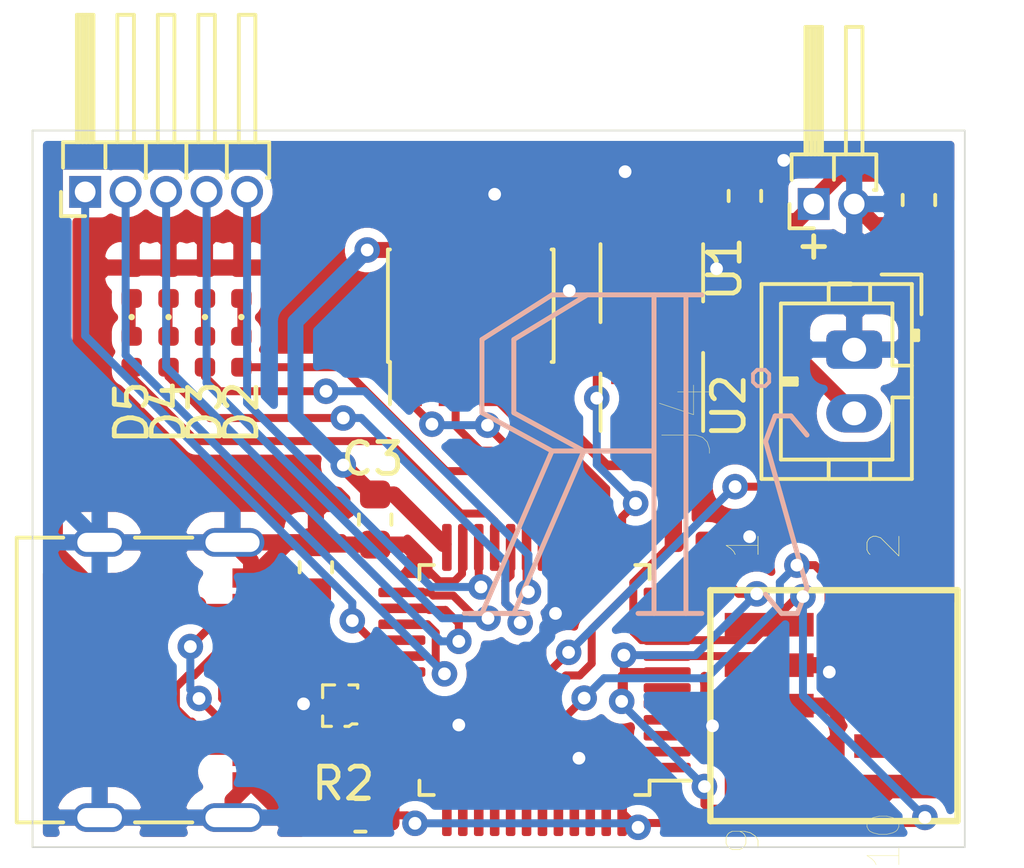
<source format=kicad_pcb>
(kicad_pcb (version 20171130) (host pcbnew 5.1.6)

  (general
    (thickness 1.6)
    (drawings 70)
    (tracks 392)
    (zones 0)
    (modules 26)
    (nets 31)
  )

  (page A4)
  (layers
    (0 F.Cu signal)
    (31 B.Cu signal)
    (32 B.Adhes user hide)
    (33 F.Adhes user hide)
    (34 B.Paste user hide)
    (35 F.Paste user hide)
    (36 B.SilkS user)
    (37 F.SilkS user)
    (38 B.Mask user)
    (39 F.Mask user)
    (40 Dwgs.User user hide)
    (41 Cmts.User user hide)
    (42 Eco1.User user hide)
    (43 Eco2.User user)
    (44 Edge.Cuts user)
    (45 Margin user)
    (46 B.CrtYd user hide)
    (47 F.CrtYd user hide)
    (48 B.Fab user hide)
    (49 F.Fab user hide)
  )

  (setup
    (last_trace_width 0.25)
    (user_trace_width 0.3)
    (user_trace_width 0.4)
    (user_trace_width 0.5)
    (trace_clearance 0.2)
    (zone_clearance 0.3)
    (zone_45_only no)
    (trace_min 0.2)
    (via_size 0.8)
    (via_drill 0.4)
    (via_min_size 0.4)
    (via_min_drill 0.3)
    (uvia_size 0.3)
    (uvia_drill 0.1)
    (uvias_allowed no)
    (uvia_min_size 0.2)
    (uvia_min_drill 0.1)
    (edge_width 0.05)
    (segment_width 0.2)
    (pcb_text_width 0.3)
    (pcb_text_size 1.5 1.5)
    (mod_edge_width 0.12)
    (mod_text_size 1 1)
    (mod_text_width 0.15)
    (pad_size 1.524 1.524)
    (pad_drill 0.762)
    (pad_to_mask_clearance 0.05)
    (aux_axis_origin 104.14 104.902)
    (grid_origin 104.14 106.14)
    (visible_elements FFFDFF7F)
    (pcbplotparams
      (layerselection 0x010fc_ffffffff)
      (usegerberextensions false)
      (usegerberattributes true)
      (usegerberadvancedattributes true)
      (creategerberjobfile true)
      (excludeedgelayer true)
      (linewidth 0.100000)
      (plotframeref false)
      (viasonmask false)
      (mode 1)
      (useauxorigin false)
      (hpglpennumber 1)
      (hpglpenspeed 20)
      (hpglpendiameter 15.000000)
      (psnegative false)
      (psa4output false)
      (plotreference true)
      (plotvalue true)
      (plotinvisibletext false)
      (padsonsilk false)
      (subtractmaskfromsilk false)
      (outputformat 5)
      (mirror false)
      (drillshape 0)
      (scaleselection 1)
      (outputdirectory "/tmp/"))
  )

  (net 0 "")
  (net 1 GND)
  (net 2 +BATT)
  (net 3 +5V)
  (net 4 /D-)
  (net 5 /D+)
  (net 6 "Net-(R1-Pad2)")
  (net 7 +3V3)
  (net 8 /TX)
  (net 9 /RX)
  (net 10 /OPT1)
  (net 11 /BTN1)
  (net 12 /MAG)
  (net 13 /BTN2)
  (net 14 /OPT2)
  (net 15 /MOSI)
  (net 16 /MISO)
  (net 17 /SCK)
  (net 18 /SS)
  (net 19 /SWCLK)
  (net 20 /SWDIO)
  (net 21 /STAT)
  (net 22 "Net-(D2-Pad1)")
  (net 23 "Net-(D3-Pad1)")
  (net 24 "Net-(D4-Pad1)")
  (net 25 "Net-(D5-Pad1)")
  (net 26 "Net-(D5-Pad2)")
  (net 27 "Net-(D4-Pad2)")
  (net 28 "Net-(D3-Pad2)")
  (net 29 "Net-(D2-Pad2)")
  (net 30 /NRST)

  (net_class Default "This is the default net class."
    (clearance 0.2)
    (trace_width 0.25)
    (via_dia 0.8)
    (via_drill 0.4)
    (uvia_dia 0.3)
    (uvia_drill 0.1)
    (add_net +3V3)
    (add_net +5V)
    (add_net +BATT)
    (add_net /BTN1)
    (add_net /BTN2)
    (add_net /D+)
    (add_net /D-)
    (add_net /MAG)
    (add_net /MISO)
    (add_net /MOSI)
    (add_net /NRST)
    (add_net /OPT1)
    (add_net /OPT2)
    (add_net /RX)
    (add_net /SCK)
    (add_net /SS)
    (add_net /STAT)
    (add_net /SWCLK)
    (add_net /SWDIO)
    (add_net /TX)
    (add_net GND)
    (add_net "Net-(D2-Pad1)")
    (add_net "Net-(D2-Pad2)")
    (add_net "Net-(D3-Pad1)")
    (add_net "Net-(D3-Pad2)")
    (add_net "Net-(D4-Pad1)")
    (add_net "Net-(D4-Pad2)")
    (add_net "Net-(D5-Pad1)")
    (add_net "Net-(D5-Pad2)")
    (add_net "Net-(R1-Pad2)")
  )

  (module Connector_JST:JST_PH_B2B-PH-K_1x02_P2.00mm_Vertical (layer F.Cu) (tedit 5B7745C2) (tstamp 5F32CC33)
    (at 129.921 90.519 270)
    (descr "JST PH series connector, B2B-PH-K (http://www.jst-mfg.com/product/pdf/eng/ePH.pdf), generated with kicad-footprint-generator")
    (tags "connector JST PH side entry")
    (path /5F2A8D96)
    (fp_text reference J6 (at 1 -2.9 90) (layer F.SilkS) hide
      (effects (font (size 1 1) (thickness 0.15)))
    )
    (fp_text value LOCK_SUPP (at 1 4 90) (layer F.Fab)
      (effects (font (size 1 1) (thickness 0.15)))
    )
    (fp_text user %R (at 1 1.5 90) (layer F.Fab)
      (effects (font (size 1 1) (thickness 0.15)))
    )
    (fp_line (start -2.06 -1.81) (end -2.06 2.91) (layer F.SilkS) (width 0.12))
    (fp_line (start -2.06 2.91) (end 4.06 2.91) (layer F.SilkS) (width 0.12))
    (fp_line (start 4.06 2.91) (end 4.06 -1.81) (layer F.SilkS) (width 0.12))
    (fp_line (start 4.06 -1.81) (end -2.06 -1.81) (layer F.SilkS) (width 0.12))
    (fp_line (start -0.3 -1.81) (end -0.3 -2.01) (layer F.SilkS) (width 0.12))
    (fp_line (start -0.3 -2.01) (end -0.6 -2.01) (layer F.SilkS) (width 0.12))
    (fp_line (start -0.6 -2.01) (end -0.6 -1.81) (layer F.SilkS) (width 0.12))
    (fp_line (start -0.3 -1.91) (end -0.6 -1.91) (layer F.SilkS) (width 0.12))
    (fp_line (start 0.5 -1.81) (end 0.5 -1.2) (layer F.SilkS) (width 0.12))
    (fp_line (start 0.5 -1.2) (end -1.45 -1.2) (layer F.SilkS) (width 0.12))
    (fp_line (start -1.45 -1.2) (end -1.45 2.3) (layer F.SilkS) (width 0.12))
    (fp_line (start -1.45 2.3) (end 3.45 2.3) (layer F.SilkS) (width 0.12))
    (fp_line (start 3.45 2.3) (end 3.45 -1.2) (layer F.SilkS) (width 0.12))
    (fp_line (start 3.45 -1.2) (end 1.5 -1.2) (layer F.SilkS) (width 0.12))
    (fp_line (start 1.5 -1.2) (end 1.5 -1.81) (layer F.SilkS) (width 0.12))
    (fp_line (start -2.06 -0.5) (end -1.45 -0.5) (layer F.SilkS) (width 0.12))
    (fp_line (start -2.06 0.8) (end -1.45 0.8) (layer F.SilkS) (width 0.12))
    (fp_line (start 4.06 -0.5) (end 3.45 -0.5) (layer F.SilkS) (width 0.12))
    (fp_line (start 4.06 0.8) (end 3.45 0.8) (layer F.SilkS) (width 0.12))
    (fp_line (start 0.9 2.3) (end 0.9 1.8) (layer F.SilkS) (width 0.12))
    (fp_line (start 0.9 1.8) (end 1.1 1.8) (layer F.SilkS) (width 0.12))
    (fp_line (start 1.1 1.8) (end 1.1 2.3) (layer F.SilkS) (width 0.12))
    (fp_line (start 1 2.3) (end 1 1.8) (layer F.SilkS) (width 0.12))
    (fp_line (start -1.11 -2.11) (end -2.36 -2.11) (layer F.SilkS) (width 0.12))
    (fp_line (start -2.36 -2.11) (end -2.36 -0.86) (layer F.SilkS) (width 0.12))
    (fp_line (start -1.11 -2.11) (end -2.36 -2.11) (layer F.Fab) (width 0.1))
    (fp_line (start -2.36 -2.11) (end -2.36 -0.86) (layer F.Fab) (width 0.1))
    (fp_line (start -1.95 -1.7) (end -1.95 2.8) (layer F.Fab) (width 0.1))
    (fp_line (start -1.95 2.8) (end 3.95 2.8) (layer F.Fab) (width 0.1))
    (fp_line (start 3.95 2.8) (end 3.95 -1.7) (layer F.Fab) (width 0.1))
    (fp_line (start 3.95 -1.7) (end -1.95 -1.7) (layer F.Fab) (width 0.1))
    (fp_line (start -2.45 -2.2) (end -2.45 3.3) (layer F.CrtYd) (width 0.05))
    (fp_line (start -2.45 3.3) (end 4.45 3.3) (layer F.CrtYd) (width 0.05))
    (fp_line (start 4.45 3.3) (end 4.45 -2.2) (layer F.CrtYd) (width 0.05))
    (fp_line (start 4.45 -2.2) (end -2.45 -2.2) (layer F.CrtYd) (width 0.05))
    (pad 2 thru_hole oval (at 2 0 270) (size 1.2 1.75) (drill 0.75) (layers *.Cu *.Mask)
      (net 2 +BATT))
    (pad 1 thru_hole roundrect (at 0 0 270) (size 1.2 1.75) (drill 0.75) (layers *.Cu *.Mask) (roundrect_rratio 0.208333)
      (net 1 GND))
    (model ${KISYS3DMOD}/Connector_JST.3dshapes/JST_PH_B2B-PH-K_1x02_P2.00mm_Vertical.wrl
      (at (xyz 0 0 0))
      (scale (xyz 1 1 1))
      (rotate (xyz 0 0 0))
    )
  )

  (module Capacitor_SMD:C_0603_1608Metric (layer F.Cu) (tedit 5B301BBE) (tstamp 5F2D2475)
    (at 126.492 85.693 90)
    (descr "Capacitor SMD 0603 (1608 Metric), square (rectangular) end terminal, IPC_7351 nominal, (Body size source: http://www.tortai-tech.com/upload/download/2011102023233369053.pdf), generated with kicad-footprint-generator")
    (tags capacitor)
    (path /5F29D83F)
    (attr smd)
    (fp_text reference C4 (at -2.032 0.762 180) (layer F.SilkS) hide
      (effects (font (size 1 1) (thickness 0.15)))
    )
    (fp_text value 4.7u (at 0 1.43 90) (layer F.Fab)
      (effects (font (size 1 1) (thickness 0.15)))
    )
    (fp_line (start 1.48 0.73) (end -1.48 0.73) (layer F.CrtYd) (width 0.05))
    (fp_line (start 1.48 -0.73) (end 1.48 0.73) (layer F.CrtYd) (width 0.05))
    (fp_line (start -1.48 -0.73) (end 1.48 -0.73) (layer F.CrtYd) (width 0.05))
    (fp_line (start -1.48 0.73) (end -1.48 -0.73) (layer F.CrtYd) (width 0.05))
    (fp_line (start -0.162779 0.51) (end 0.162779 0.51) (layer F.SilkS) (width 0.12))
    (fp_line (start -0.162779 -0.51) (end 0.162779 -0.51) (layer F.SilkS) (width 0.12))
    (fp_line (start 0.8 0.4) (end -0.8 0.4) (layer F.Fab) (width 0.1))
    (fp_line (start 0.8 -0.4) (end 0.8 0.4) (layer F.Fab) (width 0.1))
    (fp_line (start -0.8 -0.4) (end 0.8 -0.4) (layer F.Fab) (width 0.1))
    (fp_line (start -0.8 0.4) (end -0.8 -0.4) (layer F.Fab) (width 0.1))
    (fp_text user %R (at 0 0 270) (layer F.Fab)
      (effects (font (size 0.4 0.4) (thickness 0.06)))
    )
    (pad 2 smd roundrect (at 0.7875 0 90) (size 0.875 0.95) (layers F.Cu F.Paste F.Mask) (roundrect_rratio 0.25)
      (net 1 GND))
    (pad 1 smd roundrect (at -0.7875 0 90) (size 0.875 0.95) (layers F.Cu F.Paste F.Mask) (roundrect_rratio 0.25)
      (net 2 +BATT))
    (model ${KISYS3DMOD}/Capacitor_SMD.3dshapes/C_0603_1608Metric.wrl
      (at (xyz 0 0 0))
      (scale (xyz 1 1 1))
      (rotate (xyz 0 0 0))
    )
  )

  (module libs:SAMTEC-FTSH-105-01-X-DV (layer F.Cu) (tedit 5F2C68A7) (tstamp 5F2D0215)
    (at 129.286 101.695 270)
    (descr "translated Allegro footprint")
    (path /5F49EAAE)
    (fp_text reference J4 (at -8.9935 4.5995 90) (layer F.SilkS)
      (effects (font (size 1.5 1.5) (thickness 0.015)))
    )
    (fp_text value SAMTEC-FTSH-105-01-X-DV (at 0 0.3825 90) (layer F.Fab)
      (effects (font (size 0.5 0.5) (thickness 0.015)))
    )
    (fp_line (start -3.175 1.714) (end -1.905 1.714) (layer F.Fab) (width 0.1))
    (fp_line (start -2.743 2.921) (end -2.743 1.714) (layer F.Fab) (width 0.1))
    (fp_line (start -2.337 1.714) (end -2.337 2.921) (layer F.Fab) (width 0.1))
    (fp_line (start -2.337 2.921) (end -2.743 2.921) (layer F.Fab) (width 0.1))
    (fp_line (start -3.175 -1.714) (end -3.175 1.714) (layer F.Fab) (width 0.1))
    (fp_line (start -1.905 1.714) (end -0.635 1.714) (layer F.Fab) (width 0.1))
    (fp_line (start -3.625 -3.878) (end -3.625 3.878) (layer F.SilkS) (width 0.2))
    (fp_line (start -3.625 -3.878) (end -3.625 3.878) (layer Dwgs.User) (width 0.1))
    (fp_line (start -3.625 3.878) (end 3.625 3.878) (layer F.SilkS) (width 0.2))
    (fp_line (start -3.625 3.878) (end 3.625 3.878) (layer Dwgs.User) (width 0.1))
    (fp_line (start 3.625 3.878) (end 3.625 -3.878) (layer F.SilkS) (width 0.2))
    (fp_line (start 3.625 3.878) (end 3.625 -3.878) (layer Dwgs.User) (width 0.1))
    (fp_line (start 3.625 -3.878) (end -3.625 -3.878) (layer F.SilkS) (width 0.2))
    (fp_line (start 3.625 -3.878) (end -3.625 -3.878) (layer Dwgs.User) (width 0.1))
    (fp_line (start -2.337 -0.432) (end -2.743 -0.432) (layer F.Fab) (width 0.1))
    (fp_line (start -2.743 -1.714) (end -2.743 -2.921) (layer F.Fab) (width 0.1))
    (fp_line (start -2.337 -2.921) (end -2.337 -1.714) (layer F.Fab) (width 0.1))
    (fp_line (start -2.337 0.838) (end -2.743 0.838) (layer F.Fab) (width 0.1))
    (fp_line (start -2.337 0.432) (end -2.743 0.432) (layer F.Fab) (width 0.1))
    (fp_line (start -2.337 -0.838) (end -2.743 -0.838) (layer F.Fab) (width 0.1))
    (fp_line (start -2.337 -0.432) (end -2.337 -0.838) (layer F.Fab) (width 0.1))
    (fp_line (start -2.743 0.838) (end -2.743 0.432) (layer F.Fab) (width 0.1))
    (fp_line (start -2.743 -0.432) (end -2.743 -0.838) (layer F.Fab) (width 0.1))
    (fp_line (start -2.337 0.838) (end -2.337 0.432) (layer F.Fab) (width 0.1))
    (fp_line (start -2.743 0.851) (end -2.337 0.851) (layer F.Fab) (width 0.1))
    (fp_line (start -1.905 -1.714) (end -3.175 -1.714) (layer F.Fab) (width 0.1))
    (fp_line (start -0.635 -1.714) (end -1.905 -1.714) (layer F.Fab) (width 0.1))
    (fp_line (start -3.175 1.013) (end -3.175 -1.971) (layer Dwgs.User) (width 0.1))
    (fp_line (start -0.851 -1.27) (end -3.175 -1.27) (layer Dwgs.User) (width 0.1))
    (fp_line (start -2.54 -1.429) (end -3.175 -1.27) (layer Dwgs.User) (width 0.1))
    (fp_line (start -3.175 -1.27) (end -2.54 -1.111) (layer Dwgs.User) (width 0.1))
    (fp_line (start -2.54 -1.111) (end -2.667 -1.27) (layer Dwgs.User) (width 0.1))
    (fp_line (start -2.667 -1.27) (end -2.54 -1.429) (layer Dwgs.User) (width 0.1))
    (fp_line (start -3.175 -1.27) (end -2.604 -1.191) (layer Dwgs.User) (width 0.1))
    (fp_line (start -2.604 -1.191) (end -2.667 -1.27) (layer Dwgs.User) (width 0.1))
    (fp_line (start -2.667 -1.27) (end -3.175 -1.27) (layer Dwgs.User) (width 0.1))
    (fp_line (start -3.175 -1.27) (end -2.604 -1.349) (layer Dwgs.User) (width 0.1))
    (fp_line (start -2.604 -1.349) (end -2.54 -1.429) (layer Dwgs.User) (width 0.1))
    (fp_line (start -2.337 -2.921) (end -2.743 -2.921) (layer F.Fab) (width 0.1))
    (fp_line (start -1.473 2.921) (end -1.473 1.714) (layer F.Fab) (width 0.1))
    (fp_line (start -1.067 1.714) (end -1.067 2.921) (layer F.Fab) (width 0.1))
    (fp_line (start -1.067 2.921) (end -1.473 2.921) (layer F.Fab) (width 0.1))
    (fp_line (start -0.635 1.714) (end 0.635 1.714) (layer F.Fab) (width 0.1))
    (fp_line (start -0.203 2.921) (end -0.203 1.714) (layer F.Fab) (width 0.1))
    (fp_line (start 0.203 1.714) (end 0.203 2.921) (layer F.Fab) (width 0.1))
    (fp_line (start 0.203 2.921) (end -0.203 2.921) (layer F.Fab) (width 0.1))
    (fp_line (start 0.635 1.714) (end 1.905 1.714) (layer F.Fab) (width 0.1))
    (fp_line (start 1.067 2.921) (end 1.067 1.714) (layer F.Fab) (width 0.1))
    (fp_line (start 1.473 1.714) (end 1.473 2.921) (layer F.Fab) (width 0.1))
    (fp_line (start 1.473 2.921) (end 1.067 2.921) (layer F.Fab) (width 0.1))
    (fp_line (start -1.067 -0.432) (end -1.473 -0.432) (layer F.Fab) (width 0.1))
    (fp_line (start -1.473 -1.714) (end -1.473 -2.921) (layer F.Fab) (width 0.1))
    (fp_line (start -1.067 -2.921) (end -1.067 -1.714) (layer F.Fab) (width 0.1))
    (fp_line (start -1.067 0.838) (end -1.473 0.838) (layer F.Fab) (width 0.1))
    (fp_line (start -1.067 0.432) (end -1.473 0.432) (layer F.Fab) (width 0.1))
    (fp_line (start -1.067 -0.838) (end -1.473 -0.838) (layer F.Fab) (width 0.1))
    (fp_line (start -1.067 -0.432) (end -1.067 -0.838) (layer F.Fab) (width 0.1))
    (fp_line (start -1.473 0.838) (end -1.473 0.432) (layer F.Fab) (width 0.1))
    (fp_line (start -1.473 -0.432) (end -1.473 -0.838) (layer F.Fab) (width 0.1))
    (fp_line (start -1.067 0.838) (end -1.067 0.432) (layer F.Fab) (width 0.1))
    (fp_line (start -1.473 0.851) (end -1.067 0.851) (layer F.Fab) (width 0.1))
    (fp_line (start 0.203 -0.432) (end -0.203 -0.432) (layer F.Fab) (width 0.1))
    (fp_line (start -0.203 -1.714) (end -0.203 -2.921) (layer F.Fab) (width 0.1))
    (fp_line (start 0.203 -2.921) (end 0.203 -1.714) (layer F.Fab) (width 0.1))
    (fp_line (start 0.203 0.838) (end -0.203 0.838) (layer F.Fab) (width 0.1))
    (fp_line (start 0.203 0.432) (end -0.203 0.432) (layer F.Fab) (width 0.1))
    (fp_line (start 0.203 -0.838) (end -0.203 -0.838) (layer F.Fab) (width 0.1))
    (fp_line (start 0.203 -0.432) (end 0.203 -0.838) (layer F.Fab) (width 0.1))
    (fp_line (start -0.203 0.838) (end -0.203 0.432) (layer F.Fab) (width 0.1))
    (fp_line (start -0.203 -0.432) (end -0.203 -0.838) (layer F.Fab) (width 0.1))
    (fp_line (start 0.203 0.838) (end 0.203 0.432) (layer F.Fab) (width 0.1))
    (fp_line (start -0.203 0.851) (end 0.203 0.851) (layer F.Fab) (width 0.1))
    (fp_line (start 0.635 -1.714) (end -0.635 -1.714) (layer F.Fab) (width 0.1))
    (fp_line (start 1.473 -0.432) (end 1.067 -0.432) (layer F.Fab) (width 0.1))
    (fp_line (start 1.067 -1.714) (end 1.067 -2.921) (layer F.Fab) (width 0.1))
    (fp_line (start 1.473 -2.921) (end 1.473 -1.714) (layer F.Fab) (width 0.1))
    (fp_line (start 1.473 0.838) (end 1.067 0.838) (layer F.Fab) (width 0.1))
    (fp_line (start 1.473 0.432) (end 1.067 0.432) (layer F.Fab) (width 0.1))
    (fp_line (start 1.473 -0.838) (end 1.067 -0.838) (layer F.Fab) (width 0.1))
    (fp_line (start 1.473 -0.432) (end 1.473 -0.838) (layer F.Fab) (width 0.1))
    (fp_line (start 1.067 0.838) (end 1.067 0.432) (layer F.Fab) (width 0.1))
    (fp_line (start 1.067 -0.432) (end 1.067 -0.838) (layer F.Fab) (width 0.1))
    (fp_line (start 1.473 0.838) (end 1.473 0.432) (layer F.Fab) (width 0.1))
    (fp_line (start 1.067 0.851) (end 1.473 0.851) (layer F.Fab) (width 0.1))
    (fp_line (start 1.905 -1.714) (end 0.635 -1.714) (layer F.Fab) (width 0.1))
    (fp_line (start 0.851 -1.27) (end 3.175 -1.27) (layer Dwgs.User) (width 0.1))
    (fp_line (start -1.067 -2.921) (end -1.473 -2.921) (layer F.Fab) (width 0.1))
    (fp_line (start 0.203 -2.921) (end -0.203 -2.921) (layer F.Fab) (width 0.1))
    (fp_line (start 1.473 -2.921) (end 1.067 -2.921) (layer F.Fab) (width 0.1))
    (fp_line (start 3.175 1.714) (end 3.175 -1.714) (layer F.Fab) (width 0.1))
    (fp_line (start 1.905 1.714) (end 3.175 1.714) (layer F.Fab) (width 0.1))
    (fp_line (start 2.337 2.921) (end 2.337 1.714) (layer F.Fab) (width 0.1))
    (fp_line (start 2.743 1.714) (end 2.743 2.921) (layer F.Fab) (width 0.1))
    (fp_line (start 2.743 2.921) (end 2.337 2.921) (layer F.Fab) (width 0.1))
    (fp_line (start 2.743 -0.432) (end 2.337 -0.432) (layer F.Fab) (width 0.1))
    (fp_line (start 2.337 -1.714) (end 2.337 -2.921) (layer F.Fab) (width 0.1))
    (fp_line (start 2.743 -2.921) (end 2.743 -1.714) (layer F.Fab) (width 0.1))
    (fp_line (start 2.743 0.838) (end 2.337 0.838) (layer F.Fab) (width 0.1))
    (fp_line (start 2.743 0.432) (end 2.337 0.432) (layer F.Fab) (width 0.1))
    (fp_line (start 2.743 -0.838) (end 2.337 -0.838) (layer F.Fab) (width 0.1))
    (fp_line (start 2.743 -0.432) (end 2.743 -0.838) (layer F.Fab) (width 0.1))
    (fp_line (start 2.337 0.838) (end 2.337 0.432) (layer F.Fab) (width 0.1))
    (fp_line (start 2.337 -0.432) (end 2.337 -0.838) (layer F.Fab) (width 0.1))
    (fp_line (start 2.743 0.838) (end 2.743 0.432) (layer F.Fab) (width 0.1))
    (fp_line (start 2.337 0.851) (end 2.743 0.851) (layer F.Fab) (width 0.1))
    (fp_line (start 3.175 -1.714) (end 1.905 -1.714) (layer F.Fab) (width 0.1))
    (fp_line (start 3.175 1.013) (end 3.175 -1.971) (layer Dwgs.User) (width 0.1))
    (fp_line (start 2.54 -1.111) (end 3.175 -1.27) (layer Dwgs.User) (width 0.1))
    (fp_line (start 3.175 -1.27) (end 2.54 -1.429) (layer Dwgs.User) (width 0.1))
    (fp_line (start 2.54 -1.429) (end 2.667 -1.27) (layer Dwgs.User) (width 0.1))
    (fp_line (start 2.667 -1.27) (end 2.54 -1.111) (layer Dwgs.User) (width 0.1))
    (fp_line (start 3.175 -1.27) (end 2.604 -1.349) (layer Dwgs.User) (width 0.1))
    (fp_line (start 2.604 -1.349) (end 2.667 -1.27) (layer Dwgs.User) (width 0.1))
    (fp_line (start 2.667 -1.27) (end 3.175 -1.27) (layer Dwgs.User) (width 0.1))
    (fp_line (start 3.175 -1.27) (end 2.604 -1.191) (layer Dwgs.User) (width 0.1))
    (fp_line (start 2.604 -1.191) (end 2.54 -1.111) (layer Dwgs.User) (width 0.1))
    (fp_line (start 2.743 -2.921) (end 2.337 -2.921) (layer F.Fab) (width 0.1))
    (fp_poly (pts (xy -2.961 0.586) (xy -2.119 0.586) (xy -2.119 3.478) (xy -2.961 3.478)) (layer F.Mask) (width 0.01))
    (fp_poly (pts (xy -2.91 0.637) (xy -2.17 0.637) (xy -2.17 3.427) (xy -2.91 3.427)) (layer F.Paste) (width 0.01))
    (fp_poly (pts (xy -2.961 -3.478) (xy -2.119 -3.478) (xy -2.119 -0.586) (xy -2.961 -0.586)) (layer F.Mask) (width 0.01))
    (fp_poly (pts (xy -2.91 -3.427) (xy -2.17 -3.427) (xy -2.17 -0.637) (xy -2.91 -0.637)) (layer F.Paste) (width 0.01))
    (fp_poly (pts (xy -1.691 0.586) (xy -0.849 0.586) (xy -0.849 3.478) (xy -1.691 3.478)) (layer F.Mask) (width 0.01))
    (fp_poly (pts (xy -1.64 0.637) (xy -0.9 0.637) (xy -0.9 3.427) (xy -1.64 3.427)) (layer F.Paste) (width 0.01))
    (fp_poly (pts (xy -1.691 -3.478) (xy -0.849 -3.478) (xy -0.849 -0.586) (xy -1.691 -0.586)) (layer F.Mask) (width 0.01))
    (fp_poly (pts (xy -1.64 -3.427) (xy -0.9 -3.427) (xy -0.9 -0.637) (xy -1.64 -0.637)) (layer F.Paste) (width 0.01))
    (fp_poly (pts (xy -0.421 0.586) (xy 0.421 0.586) (xy 0.421 3.478) (xy -0.421 3.478)) (layer F.Mask) (width 0.01))
    (fp_poly (pts (xy -0.37 0.637) (xy 0.37 0.637) (xy 0.37 3.427) (xy -0.37 3.427)) (layer F.Paste) (width 0.01))
    (fp_poly (pts (xy -0.421 -3.478) (xy 0.421 -3.478) (xy 0.421 -0.586) (xy -0.421 -0.586)) (layer F.Mask) (width 0.01))
    (fp_poly (pts (xy -0.37 -3.427) (xy 0.37 -3.427) (xy 0.37 -0.637) (xy -0.37 -0.637)) (layer F.Paste) (width 0.01))
    (fp_poly (pts (xy 0.849 0.586) (xy 1.691 0.586) (xy 1.691 3.478) (xy 0.849 3.478)) (layer F.Mask) (width 0.01))
    (fp_poly (pts (xy 0.9 0.637) (xy 1.64 0.637) (xy 1.64 3.427) (xy 0.9 3.427)) (layer F.Paste) (width 0.01))
    (fp_poly (pts (xy 0.849 -3.478) (xy 1.691 -3.478) (xy 1.691 -0.586) (xy 0.849 -0.586)) (layer F.Mask) (width 0.01))
    (fp_poly (pts (xy 0.9 -3.427) (xy 1.64 -3.427) (xy 1.64 -0.637) (xy 0.9 -0.637)) (layer F.Paste) (width 0.01))
    (fp_poly (pts (xy 2.119 0.586) (xy 2.961 0.586) (xy 2.961 3.478) (xy 2.119 3.478)) (layer F.Mask) (width 0.01))
    (fp_poly (pts (xy 2.17 0.637) (xy 2.91 0.637) (xy 2.91 3.427) (xy 2.17 3.427)) (layer F.Paste) (width 0.01))
    (fp_poly (pts (xy 2.119 -3.478) (xy 2.961 -3.478) (xy 2.961 -0.586) (xy 2.119 -0.586)) (layer F.Mask) (width 0.01))
    (fp_poly (pts (xy 2.17 -3.427) (xy 2.91 -3.427) (xy 2.91 -0.637) (xy 2.17 -0.637)) (layer F.Paste) (width 0.01))
    (fp_text user 3.429 (at -10.058 0.127 90) (layer Dwgs.User)
      (effects (font (size 0.2 0.2) (thickness 0.015)))
    )
    (fp_text user 4.064 (at -8.217 0.127 90) (layer Dwgs.User)
      (effects (font (size 0.2 0.2) (thickness 0.015)))
    )
    (fp_text user 1.270 (at -5.169 -4.826 90) (layer Dwgs.User)
      (effects (font (size 0.2 0.2) (thickness 0.015)))
    )
    (fp_text user 5.080 (at -0.66 -5.842 90) (layer Dwgs.User)
      (effects (font (size 0.2 0.2) (thickness 0.015)))
    )
    (fp_text user 10 (at 4.231 -1.575 90) (layer F.SilkS)
      (effects (font (size 1 1) (thickness 0.015)))
    )
    (fp_text user 2.794 (at 3.912 -1.905 90) (layer Dwgs.User)
      (effects (font (size 0.2 0.2) (thickness 0.015)))
    )
    (fp_text user 0.762 (at 4.229 -4.128 90) (layer Dwgs.User)
      (effects (font (size 0.2 0.2) (thickness 0.015)))
    )
    (fp_text user 9 (at 4.231 2.845 90) (layer F.SilkS)
      (effects (font (size 1 1) (thickness 0.015)))
    )
    (fp_text user 9 (at 4.231 2.845 90) (layer F.SilkS)
      (effects (font (size 1 1) (thickness 0.015)))
    )
    (fp_text user 6.350 (at -0.66 -1.143 90) (layer Dwgs.User)
      (effects (font (size 0.2 0.2) (thickness 0.015)))
    )
    (fp_text user 2 (at -5.031 -1.575 90) (layer F.SilkS)
      (effects (font (size 1 1) (thickness 0.015)))
    )
    (fp_text user 2 (at -5.031 -1.575 90) (layer F.SilkS)
      (effects (font (size 1 1) (thickness 0.015)))
    )
    (fp_text user 1 (at -5.031 2.845 90) (layer F.SilkS)
      (effects (font (size 1 1) (thickness 0.015)))
    )
    (fp_text user 1 (at -5.031 2.845 90) (layer F.SilkS)
      (effects (font (size 1 1) (thickness 0.015)))
    )
    (pad 10 smd rect (at 2.54 -2.032 270) (size 0.74 2.79) (layers F.Cu F.Paste)
      (net 30 /NRST))
    (pad 9 smd rect (at 2.54 2.032 270) (size 0.74 2.79) (layers F.Cu F.Paste)
      (net 1 GND))
    (pad 8 smd rect (at 1.27 -2.032 270) (size 0.74 2.79) (layers F.Cu F.Paste))
    (pad 7 smd rect (at 1.27 2.032 270) (size 0.74 2.79) (layers F.Cu F.Paste)
      (net 1 GND))
    (pad 6 smd rect (at 0 -2.032 270) (size 0.74 2.79) (layers F.Cu F.Paste))
    (pad 5 smd rect (at 0 2.032 270) (size 0.74 2.79) (layers F.Cu F.Paste)
      (net 1 GND))
    (pad 4 smd rect (at -1.27 -2.032 270) (size 0.74 2.79) (layers F.Cu F.Paste)
      (net 19 /SWCLK))
    (pad 3 smd rect (at -1.27 2.032 270) (size 0.74 2.79) (layers F.Cu F.Paste)
      (net 1 GND))
    (pad 2 smd rect (at -2.54 -2.032 270) (size 0.74 2.79) (layers F.Cu F.Paste)
      (net 20 /SWDIO))
    (pad 1 smd rect (at -2.54 2.032 270) (size 0.74 2.79) (layers F.Cu F.Paste)
      (net 7 +3V3))
  )

  (module Connector_PinHeader_1.27mm:PinHeader_2x04_P1.27mm_Vertical_SMD (layer F.Cu) (tedit 59FED6E3) (tstamp 5F32ED0E)
    (at 117.89 89.14 90)
    (descr "surface-mounted straight pin header, 2x04, 1.27mm pitch, double rows")
    (tags "Surface mounted pin header SMD 2x04 1.27mm double row")
    (path /5F489639)
    (attr smd)
    (fp_text reference J3 (at 0.072 -3.454 90) (layer F.SilkS) hide
      (effects (font (size 1 1) (thickness 0.15)))
    )
    (fp_text value Conn_02x04_Odd_Even (at 0 3.6 90) (layer F.Fab)
      (effects (font (size 1 1) (thickness 0.15)))
    )
    (fp_line (start 1.705 2.54) (end -1.705 2.54) (layer F.Fab) (width 0.1))
    (fp_line (start -1.27 -2.54) (end 1.705 -2.54) (layer F.Fab) (width 0.1))
    (fp_line (start -1.705 2.54) (end -1.705 -2.105) (layer F.Fab) (width 0.1))
    (fp_line (start -1.705 -2.105) (end -1.27 -2.54) (layer F.Fab) (width 0.1))
    (fp_line (start 1.705 -2.54) (end 1.705 2.54) (layer F.Fab) (width 0.1))
    (fp_line (start -1.705 -2.105) (end -2.75 -2.105) (layer F.Fab) (width 0.1))
    (fp_line (start -2.75 -2.105) (end -2.75 -1.705) (layer F.Fab) (width 0.1))
    (fp_line (start -2.75 -1.705) (end -1.705 -1.705) (layer F.Fab) (width 0.1))
    (fp_line (start 1.705 -2.105) (end 2.75 -2.105) (layer F.Fab) (width 0.1))
    (fp_line (start 2.75 -2.105) (end 2.75 -1.705) (layer F.Fab) (width 0.1))
    (fp_line (start 2.75 -1.705) (end 1.705 -1.705) (layer F.Fab) (width 0.1))
    (fp_line (start -1.705 -0.835) (end -2.75 -0.835) (layer F.Fab) (width 0.1))
    (fp_line (start -2.75 -0.835) (end -2.75 -0.435) (layer F.Fab) (width 0.1))
    (fp_line (start -2.75 -0.435) (end -1.705 -0.435) (layer F.Fab) (width 0.1))
    (fp_line (start 1.705 -0.835) (end 2.75 -0.835) (layer F.Fab) (width 0.1))
    (fp_line (start 2.75 -0.835) (end 2.75 -0.435) (layer F.Fab) (width 0.1))
    (fp_line (start 2.75 -0.435) (end 1.705 -0.435) (layer F.Fab) (width 0.1))
    (fp_line (start -1.705 0.435) (end -2.75 0.435) (layer F.Fab) (width 0.1))
    (fp_line (start -2.75 0.435) (end -2.75 0.835) (layer F.Fab) (width 0.1))
    (fp_line (start -2.75 0.835) (end -1.705 0.835) (layer F.Fab) (width 0.1))
    (fp_line (start 1.705 0.435) (end 2.75 0.435) (layer F.Fab) (width 0.1))
    (fp_line (start 2.75 0.435) (end 2.75 0.835) (layer F.Fab) (width 0.1))
    (fp_line (start 2.75 0.835) (end 1.705 0.835) (layer F.Fab) (width 0.1))
    (fp_line (start -1.705 1.705) (end -2.75 1.705) (layer F.Fab) (width 0.1))
    (fp_line (start -2.75 1.705) (end -2.75 2.105) (layer F.Fab) (width 0.1))
    (fp_line (start -2.75 2.105) (end -1.705 2.105) (layer F.Fab) (width 0.1))
    (fp_line (start 1.705 1.705) (end 2.75 1.705) (layer F.Fab) (width 0.1))
    (fp_line (start 2.75 1.705) (end 2.75 2.105) (layer F.Fab) (width 0.1))
    (fp_line (start 2.75 2.105) (end 1.705 2.105) (layer F.Fab) (width 0.1))
    (fp_line (start -1.765 -2.6) (end 1.765 -2.6) (layer F.SilkS) (width 0.12))
    (fp_line (start -1.765 2.6) (end 1.765 2.6) (layer F.SilkS) (width 0.12))
    (fp_line (start -3.09 -2.535) (end -1.765 -2.535) (layer F.SilkS) (width 0.12))
    (fp_line (start -1.765 -2.6) (end -1.765 -2.535) (layer F.SilkS) (width 0.12))
    (fp_line (start 1.765 -2.6) (end 1.765 -2.535) (layer F.SilkS) (width 0.12))
    (fp_line (start -1.765 2.535) (end -1.765 2.6) (layer F.SilkS) (width 0.12))
    (fp_line (start 1.765 2.535) (end 1.765 2.6) (layer F.SilkS) (width 0.12))
    (fp_line (start -4.3 -3.05) (end -4.3 3.05) (layer F.CrtYd) (width 0.05))
    (fp_line (start -4.3 3.05) (end 4.3 3.05) (layer F.CrtYd) (width 0.05))
    (fp_line (start 4.3 3.05) (end 4.3 -3.05) (layer F.CrtYd) (width 0.05))
    (fp_line (start 4.3 -3.05) (end -4.3 -3.05) (layer F.CrtYd) (width 0.05))
    (fp_text user %R (at 0 0) (layer F.Fab)
      (effects (font (size 1 1) (thickness 0.15)))
    )
    (pad 8 smd rect (at 1.95 1.905 90) (size 2.4 0.74) (layers F.Cu F.Paste F.Mask))
    (pad 7 smd rect (at -1.95 1.905 90) (size 2.4 0.74) (layers F.Cu F.Paste F.Mask)
      (net 18 /SS))
    (pad 6 smd rect (at 1.95 0.635 90) (size 2.4 0.74) (layers F.Cu F.Paste F.Mask)
      (net 1 GND))
    (pad 5 smd rect (at -1.95 0.635 90) (size 2.4 0.74) (layers F.Cu F.Paste F.Mask)
      (net 17 /SCK))
    (pad 4 smd rect (at 1.95 -0.635 90) (size 2.4 0.74) (layers F.Cu F.Paste F.Mask))
    (pad 3 smd rect (at -1.95 -0.635 90) (size 2.4 0.74) (layers F.Cu F.Paste F.Mask)
      (net 15 /MOSI))
    (pad 2 smd rect (at 1.95 -1.905 90) (size 2.4 0.74) (layers F.Cu F.Paste F.Mask)
      (net 7 +3V3))
    (pad 1 smd rect (at -1.95 -1.905 90) (size 2.4 0.74) (layers F.Cu F.Paste F.Mask)
      (net 16 /MISO))
    (model ${KISYS3DMOD}/Connector_PinHeader_1.27mm.3dshapes/PinHeader_2x04_P1.27mm_Vertical_SMD.wrl
      (at (xyz 0 0 0))
      (scale (xyz 1 1 1))
      (rotate (xyz 0 0 0))
    )
  )

  (module LED_SMD:LED_0402_1005Metric (layer F.Cu) (tedit 5B301BBE) (tstamp 5F319C83)
    (at 107.2487 90.5852 270)
    (descr "LED SMD 0402 (1005 Metric), square (rectangular) end terminal, IPC_7351 nominal, (Body size source: http://www.tortai-tech.com/upload/download/2011102023233369053.pdf), generated with kicad-footprint-generator")
    (tags LED)
    (path /5F32F594)
    (attr smd)
    (fp_text reference D5 (at 1.905 0 90) (layer F.SilkS)
      (effects (font (size 1 1) (thickness 0.15)))
    )
    (fp_text value LED (at 0 1.17 90) (layer F.Fab)
      (effects (font (size 1 1) (thickness 0.15)))
    )
    (fp_circle (center -1.09 0) (end -1.04 0) (layer F.SilkS) (width 0.1))
    (fp_line (start -0.5 0.25) (end -0.5 -0.25) (layer F.Fab) (width 0.1))
    (fp_line (start -0.5 -0.25) (end 0.5 -0.25) (layer F.Fab) (width 0.1))
    (fp_line (start 0.5 -0.25) (end 0.5 0.25) (layer F.Fab) (width 0.1))
    (fp_line (start 0.5 0.25) (end -0.5 0.25) (layer F.Fab) (width 0.1))
    (fp_line (start -0.4 0.25) (end -0.4 -0.25) (layer F.Fab) (width 0.1))
    (fp_line (start -0.3 0.25) (end -0.3 -0.25) (layer F.Fab) (width 0.1))
    (fp_line (start -0.93 0.47) (end -0.93 -0.47) (layer F.CrtYd) (width 0.05))
    (fp_line (start -0.93 -0.47) (end 0.93 -0.47) (layer F.CrtYd) (width 0.05))
    (fp_line (start 0.93 -0.47) (end 0.93 0.47) (layer F.CrtYd) (width 0.05))
    (fp_line (start 0.93 0.47) (end -0.93 0.47) (layer F.CrtYd) (width 0.05))
    (fp_text user %R (at 0 0 90) (layer F.Fab)
      (effects (font (size 0.25 0.25) (thickness 0.04)))
    )
    (pad 2 smd roundrect (at 0.485 0 270) (size 0.59 0.64) (layers F.Cu F.Paste F.Mask) (roundrect_rratio 0.25)
      (net 26 "Net-(D5-Pad2)"))
    (pad 1 smd roundrect (at -0.485 0 270) (size 0.59 0.64) (layers F.Cu F.Paste F.Mask) (roundrect_rratio 0.25)
      (net 25 "Net-(D5-Pad1)"))
    (model ${KISYS3DMOD}/LED_SMD.3dshapes/LED_0402_1005Metric.wrl
      (at (xyz 0 0 0))
      (scale (xyz 1 1 1))
      (rotate (xyz 0 0 0))
    )
  )

  (module LED_SMD:LED_0402_1005Metric (layer F.Cu) (tedit 5B301BBE) (tstamp 5F2A4861)
    (at 108.4067 90.5852 270)
    (descr "LED SMD 0402 (1005 Metric), square (rectangular) end terminal, IPC_7351 nominal, (Body size source: http://www.tortai-tech.com/upload/download/2011102023233369053.pdf), generated with kicad-footprint-generator")
    (tags LED)
    (path /5F32EFE9)
    (attr smd)
    (fp_text reference D4 (at 1.905 0 90) (layer F.SilkS)
      (effects (font (size 1 1) (thickness 0.15)))
    )
    (fp_text value LED (at 0 1.17 90) (layer F.Fab)
      (effects (font (size 1 1) (thickness 0.15)))
    )
    (fp_circle (center -1.09 0) (end -1.04 0) (layer F.SilkS) (width 0.1))
    (fp_line (start -0.5 0.25) (end -0.5 -0.25) (layer F.Fab) (width 0.1))
    (fp_line (start -0.5 -0.25) (end 0.5 -0.25) (layer F.Fab) (width 0.1))
    (fp_line (start 0.5 -0.25) (end 0.5 0.25) (layer F.Fab) (width 0.1))
    (fp_line (start 0.5 0.25) (end -0.5 0.25) (layer F.Fab) (width 0.1))
    (fp_line (start -0.4 0.25) (end -0.4 -0.25) (layer F.Fab) (width 0.1))
    (fp_line (start -0.3 0.25) (end -0.3 -0.25) (layer F.Fab) (width 0.1))
    (fp_line (start -0.93 0.47) (end -0.93 -0.47) (layer F.CrtYd) (width 0.05))
    (fp_line (start -0.93 -0.47) (end 0.93 -0.47) (layer F.CrtYd) (width 0.05))
    (fp_line (start 0.93 -0.47) (end 0.93 0.47) (layer F.CrtYd) (width 0.05))
    (fp_line (start 0.93 0.47) (end -0.93 0.47) (layer F.CrtYd) (width 0.05))
    (fp_text user %R (at 0 0 90) (layer F.Fab)
      (effects (font (size 0.25 0.25) (thickness 0.04)))
    )
    (pad 2 smd roundrect (at 0.485 0 270) (size 0.59 0.64) (layers F.Cu F.Paste F.Mask) (roundrect_rratio 0.25)
      (net 27 "Net-(D4-Pad2)"))
    (pad 1 smd roundrect (at -0.485 0 270) (size 0.59 0.64) (layers F.Cu F.Paste F.Mask) (roundrect_rratio 0.25)
      (net 24 "Net-(D4-Pad1)"))
    (model ${KISYS3DMOD}/LED_SMD.3dshapes/LED_0402_1005Metric.wrl
      (at (xyz 0 0 0))
      (scale (xyz 1 1 1))
      (rotate (xyz 0 0 0))
    )
  )

  (module LED_SMD:LED_0402_1005Metric (layer F.Cu) (tedit 5B301BBE) (tstamp 5F2A44B8)
    (at 109.5497 90.5852 270)
    (descr "LED SMD 0402 (1005 Metric), square (rectangular) end terminal, IPC_7351 nominal, (Body size source: http://www.tortai-tech.com/upload/download/2011102023233369053.pdf), generated with kicad-footprint-generator")
    (tags LED)
    (path /5F32EC66)
    (attr smd)
    (fp_text reference D3 (at 1.905 0 90) (layer F.SilkS)
      (effects (font (size 1 1) (thickness 0.15)))
    )
    (fp_text value LED (at 0 1.17 90) (layer F.Fab)
      (effects (font (size 1 1) (thickness 0.15)))
    )
    (fp_circle (center -1.09 0) (end -1.04 0) (layer F.SilkS) (width 0.1))
    (fp_line (start -0.5 0.25) (end -0.5 -0.25) (layer F.Fab) (width 0.1))
    (fp_line (start -0.5 -0.25) (end 0.5 -0.25) (layer F.Fab) (width 0.1))
    (fp_line (start 0.5 -0.25) (end 0.5 0.25) (layer F.Fab) (width 0.1))
    (fp_line (start 0.5 0.25) (end -0.5 0.25) (layer F.Fab) (width 0.1))
    (fp_line (start -0.4 0.25) (end -0.4 -0.25) (layer F.Fab) (width 0.1))
    (fp_line (start -0.3 0.25) (end -0.3 -0.25) (layer F.Fab) (width 0.1))
    (fp_line (start -0.93 0.47) (end -0.93 -0.47) (layer F.CrtYd) (width 0.05))
    (fp_line (start -0.93 -0.47) (end 0.93 -0.47) (layer F.CrtYd) (width 0.05))
    (fp_line (start 0.93 -0.47) (end 0.93 0.47) (layer F.CrtYd) (width 0.05))
    (fp_line (start 0.93 0.47) (end -0.93 0.47) (layer F.CrtYd) (width 0.05))
    (fp_text user %R (at 0 0 90) (layer F.Fab)
      (effects (font (size 0.25 0.25) (thickness 0.04)))
    )
    (pad 2 smd roundrect (at 0.485 0 270) (size 0.59 0.64) (layers F.Cu F.Paste F.Mask) (roundrect_rratio 0.25)
      (net 28 "Net-(D3-Pad2)"))
    (pad 1 smd roundrect (at -0.485 0 270) (size 0.59 0.64) (layers F.Cu F.Paste F.Mask) (roundrect_rratio 0.25)
      (net 23 "Net-(D3-Pad1)"))
    (model ${KISYS3DMOD}/LED_SMD.3dshapes/LED_0402_1005Metric.wrl
      (at (xyz 0 0 0))
      (scale (xyz 1 1 1))
      (rotate (xyz 0 0 0))
    )
  )

  (module LED_SMD:LED_0402_1005Metric (layer F.Cu) (tedit 5B301BBE) (tstamp 5F2A2617)
    (at 110.6927 90.5852 270)
    (descr "LED SMD 0402 (1005 Metric), square (rectangular) end terminal, IPC_7351 nominal, (Body size source: http://www.tortai-tech.com/upload/download/2011102023233369053.pdf), generated with kicad-footprint-generator")
    (tags LED)
    (path /5F32DCB2)
    (attr smd)
    (fp_text reference D2 (at 1.905 0 90) (layer F.SilkS)
      (effects (font (size 1 1) (thickness 0.15)))
    )
    (fp_text value LED (at 0 1.17 90) (layer F.Fab)
      (effects (font (size 1 1) (thickness 0.15)))
    )
    (fp_circle (center -1.09 0) (end -1.04 0) (layer F.SilkS) (width 0.1))
    (fp_line (start -0.5 0.25) (end -0.5 -0.25) (layer F.Fab) (width 0.1))
    (fp_line (start -0.5 -0.25) (end 0.5 -0.25) (layer F.Fab) (width 0.1))
    (fp_line (start 0.5 -0.25) (end 0.5 0.25) (layer F.Fab) (width 0.1))
    (fp_line (start 0.5 0.25) (end -0.5 0.25) (layer F.Fab) (width 0.1))
    (fp_line (start -0.4 0.25) (end -0.4 -0.25) (layer F.Fab) (width 0.1))
    (fp_line (start -0.3 0.25) (end -0.3 -0.25) (layer F.Fab) (width 0.1))
    (fp_line (start -0.93 0.47) (end -0.93 -0.47) (layer F.CrtYd) (width 0.05))
    (fp_line (start -0.93 -0.47) (end 0.93 -0.47) (layer F.CrtYd) (width 0.05))
    (fp_line (start 0.93 -0.47) (end 0.93 0.47) (layer F.CrtYd) (width 0.05))
    (fp_line (start 0.93 0.47) (end -0.93 0.47) (layer F.CrtYd) (width 0.05))
    (fp_text user %R (at 0 0 90) (layer F.Fab)
      (effects (font (size 0.25 0.25) (thickness 0.04)))
    )
    (pad 2 smd roundrect (at 0.485 0 270) (size 0.59 0.64) (layers F.Cu F.Paste F.Mask) (roundrect_rratio 0.25)
      (net 29 "Net-(D2-Pad2)"))
    (pad 1 smd roundrect (at -0.485 0 270) (size 0.59 0.64) (layers F.Cu F.Paste F.Mask) (roundrect_rratio 0.25)
      (net 22 "Net-(D2-Pad1)"))
    (model ${KISYS3DMOD}/LED_SMD.3dshapes/LED_0402_1005Metric.wrl
      (at (xyz 0 0 0))
      (scale (xyz 1 1 1))
      (rotate (xyz 0 0 0))
    )
  )

  (module Resistor_SMD:R_0402_1005Metric (layer F.Cu) (tedit 5B301BBD) (tstamp 5F2A387E)
    (at 107.2487 88.4262 90)
    (descr "Resistor SMD 0402 (1005 Metric), square (rectangular) end terminal, IPC_7351 nominal, (Body size source: http://www.tortai-tech.com/upload/download/2011102023233369053.pdf), generated with kicad-footprint-generator")
    (tags resistor)
    (path /5F33EAB5)
    (attr smd)
    (fp_text reference R7 (at -0.127 0 270) (layer F.SilkS) hide
      (effects (font (size 1 1) (thickness 0.15)))
    )
    (fp_text value R (at 0 1.17 270) (layer F.Fab)
      (effects (font (size 1 1) (thickness 0.15)))
    )
    (fp_line (start -0.5 0.25) (end -0.5 -0.25) (layer F.Fab) (width 0.1))
    (fp_line (start -0.5 -0.25) (end 0.5 -0.25) (layer F.Fab) (width 0.1))
    (fp_line (start 0.5 -0.25) (end 0.5 0.25) (layer F.Fab) (width 0.1))
    (fp_line (start 0.5 0.25) (end -0.5 0.25) (layer F.Fab) (width 0.1))
    (fp_line (start -0.93 0.47) (end -0.93 -0.47) (layer F.CrtYd) (width 0.05))
    (fp_line (start -0.93 -0.47) (end 0.93 -0.47) (layer F.CrtYd) (width 0.05))
    (fp_line (start 0.93 -0.47) (end 0.93 0.47) (layer F.CrtYd) (width 0.05))
    (fp_line (start 0.93 0.47) (end -0.93 0.47) (layer F.CrtYd) (width 0.05))
    (fp_text user %R (at 0 0 270) (layer F.Fab)
      (effects (font (size 0.25 0.25) (thickness 0.04)))
    )
    (pad 2 smd roundrect (at 0.485 0 90) (size 0.59 0.64) (layers F.Cu F.Paste F.Mask) (roundrect_rratio 0.25)
      (net 1 GND))
    (pad 1 smd roundrect (at -0.485 0 90) (size 0.59 0.64) (layers F.Cu F.Paste F.Mask) (roundrect_rratio 0.25)
      (net 25 "Net-(D5-Pad1)"))
    (model ${KISYS3DMOD}/Resistor_SMD.3dshapes/R_0402_1005Metric.wrl
      (at (xyz 0 0 0))
      (scale (xyz 1 1 1))
      (rotate (xyz 0 0 0))
    )
  )

  (module Resistor_SMD:R_0402_1005Metric (layer F.Cu) (tedit 5B301BBD) (tstamp 5F2A363E)
    (at 108.4067 88.4262 90)
    (descr "Resistor SMD 0402 (1005 Metric), square (rectangular) end terminal, IPC_7351 nominal, (Body size source: http://www.tortai-tech.com/upload/download/2011102023233369053.pdf), generated with kicad-footprint-generator")
    (tags resistor)
    (path /5F33E78A)
    (attr smd)
    (fp_text reference R6 (at -0.127 0 270) (layer F.SilkS) hide
      (effects (font (size 1 1) (thickness 0.15)))
    )
    (fp_text value R (at 0 1.17 270) (layer F.Fab)
      (effects (font (size 1 1) (thickness 0.15)))
    )
    (fp_line (start -0.5 0.25) (end -0.5 -0.25) (layer F.Fab) (width 0.1))
    (fp_line (start -0.5 -0.25) (end 0.5 -0.25) (layer F.Fab) (width 0.1))
    (fp_line (start 0.5 -0.25) (end 0.5 0.25) (layer F.Fab) (width 0.1))
    (fp_line (start 0.5 0.25) (end -0.5 0.25) (layer F.Fab) (width 0.1))
    (fp_line (start -0.93 0.47) (end -0.93 -0.47) (layer F.CrtYd) (width 0.05))
    (fp_line (start -0.93 -0.47) (end 0.93 -0.47) (layer F.CrtYd) (width 0.05))
    (fp_line (start 0.93 -0.47) (end 0.93 0.47) (layer F.CrtYd) (width 0.05))
    (fp_line (start 0.93 0.47) (end -0.93 0.47) (layer F.CrtYd) (width 0.05))
    (fp_text user %R (at 0 0 270) (layer F.Fab)
      (effects (font (size 0.25 0.25) (thickness 0.04)))
    )
    (pad 2 smd roundrect (at 0.485 0 90) (size 0.59 0.64) (layers F.Cu F.Paste F.Mask) (roundrect_rratio 0.25)
      (net 1 GND))
    (pad 1 smd roundrect (at -0.485 0 90) (size 0.59 0.64) (layers F.Cu F.Paste F.Mask) (roundrect_rratio 0.25)
      (net 24 "Net-(D4-Pad1)"))
    (model ${KISYS3DMOD}/Resistor_SMD.3dshapes/R_0402_1005Metric.wrl
      (at (xyz 0 0 0))
      (scale (xyz 1 1 1))
      (rotate (xyz 0 0 0))
    )
  )

  (module Resistor_SMD:R_0402_1005Metric (layer F.Cu) (tedit 5B301BBD) (tstamp 5F2A1BD6)
    (at 109.5497 88.4262 90)
    (descr "Resistor SMD 0402 (1005 Metric), square (rectangular) end terminal, IPC_7351 nominal, (Body size source: http://www.tortai-tech.com/upload/download/2011102023233369053.pdf), generated with kicad-footprint-generator")
    (tags resistor)
    (path /5F33E3A3)
    (attr smd)
    (fp_text reference R5 (at -0.127 0 270) (layer F.SilkS) hide
      (effects (font (size 1 1) (thickness 0.15)))
    )
    (fp_text value R (at 0 1.17 270) (layer F.Fab)
      (effects (font (size 1 1) (thickness 0.15)))
    )
    (fp_line (start -0.5 0.25) (end -0.5 -0.25) (layer F.Fab) (width 0.1))
    (fp_line (start -0.5 -0.25) (end 0.5 -0.25) (layer F.Fab) (width 0.1))
    (fp_line (start 0.5 -0.25) (end 0.5 0.25) (layer F.Fab) (width 0.1))
    (fp_line (start 0.5 0.25) (end -0.5 0.25) (layer F.Fab) (width 0.1))
    (fp_line (start -0.93 0.47) (end -0.93 -0.47) (layer F.CrtYd) (width 0.05))
    (fp_line (start -0.93 -0.47) (end 0.93 -0.47) (layer F.CrtYd) (width 0.05))
    (fp_line (start 0.93 -0.47) (end 0.93 0.47) (layer F.CrtYd) (width 0.05))
    (fp_line (start 0.93 0.47) (end -0.93 0.47) (layer F.CrtYd) (width 0.05))
    (fp_text user %R (at 0 0 270) (layer F.Fab)
      (effects (font (size 0.25 0.25) (thickness 0.04)))
    )
    (pad 2 smd roundrect (at 0.485 0 90) (size 0.59 0.64) (layers F.Cu F.Paste F.Mask) (roundrect_rratio 0.25)
      (net 1 GND))
    (pad 1 smd roundrect (at -0.485 0 90) (size 0.59 0.64) (layers F.Cu F.Paste F.Mask) (roundrect_rratio 0.25)
      (net 23 "Net-(D3-Pad1)"))
    (model ${KISYS3DMOD}/Resistor_SMD.3dshapes/R_0402_1005Metric.wrl
      (at (xyz 0 0 0))
      (scale (xyz 1 1 1))
      (rotate (xyz 0 0 0))
    )
  )

  (module Resistor_SMD:R_0402_1005Metric (layer F.Cu) (tedit 5B301BBD) (tstamp 5F2A442C)
    (at 110.6927 88.4262 90)
    (descr "Resistor SMD 0402 (1005 Metric), square (rectangular) end terminal, IPC_7351 nominal, (Body size source: http://www.tortai-tech.com/upload/download/2011102023233369053.pdf), generated with kicad-footprint-generator")
    (tags resistor)
    (path /5F33DB6C)
    (attr smd)
    (fp_text reference R3 (at -0.127 0.0635 270) (layer F.SilkS) hide
      (effects (font (size 1 1) (thickness 0.15)))
    )
    (fp_text value R (at 0 1.17 270) (layer F.Fab)
      (effects (font (size 1 1) (thickness 0.15)))
    )
    (fp_line (start -0.5 0.25) (end -0.5 -0.25) (layer F.Fab) (width 0.1))
    (fp_line (start -0.5 -0.25) (end 0.5 -0.25) (layer F.Fab) (width 0.1))
    (fp_line (start 0.5 -0.25) (end 0.5 0.25) (layer F.Fab) (width 0.1))
    (fp_line (start 0.5 0.25) (end -0.5 0.25) (layer F.Fab) (width 0.1))
    (fp_line (start -0.93 0.47) (end -0.93 -0.47) (layer F.CrtYd) (width 0.05))
    (fp_line (start -0.93 -0.47) (end 0.93 -0.47) (layer F.CrtYd) (width 0.05))
    (fp_line (start 0.93 -0.47) (end 0.93 0.47) (layer F.CrtYd) (width 0.05))
    (fp_line (start 0.93 0.47) (end -0.93 0.47) (layer F.CrtYd) (width 0.05))
    (fp_text user %R (at 0 0 270) (layer F.Fab)
      (effects (font (size 0.25 0.25) (thickness 0.04)))
    )
    (pad 2 smd roundrect (at 0.485 0 90) (size 0.59 0.64) (layers F.Cu F.Paste F.Mask) (roundrect_rratio 0.25)
      (net 1 GND))
    (pad 1 smd roundrect (at -0.485 0 90) (size 0.59 0.64) (layers F.Cu F.Paste F.Mask) (roundrect_rratio 0.25)
      (net 22 "Net-(D2-Pad1)"))
    (model ${KISYS3DMOD}/Resistor_SMD.3dshapes/R_0402_1005Metric.wrl
      (at (xyz 0 0 0))
      (scale (xyz 1 1 1))
      (rotate (xyz 0 0 0))
    )
  )

  (module Resistor_SMD:R_0402_1005Metric (layer F.Cu) (tedit 5B301BBD) (tstamp 5F2903C0)
    (at 124.7545 96.5515)
    (descr "Resistor SMD 0402 (1005 Metric), square (rectangular) end terminal, IPC_7351 nominal, (Body size source: http://www.tortai-tech.com/upload/download/2011102023233369053.pdf), generated with kicad-footprint-generator")
    (tags resistor)
    (path /5F3418AB)
    (attr smd)
    (fp_text reference R4 (at -0.1145 -1.1615) (layer F.SilkS) hide
      (effects (font (size 1 1) (thickness 0.15)))
    )
    (fp_text value 10k (at 0 1.17) (layer F.Fab)
      (effects (font (size 1 1) (thickness 0.15)))
    )
    (fp_line (start -0.5 0.25) (end -0.5 -0.25) (layer F.Fab) (width 0.1))
    (fp_line (start -0.5 -0.25) (end 0.5 -0.25) (layer F.Fab) (width 0.1))
    (fp_line (start 0.5 -0.25) (end 0.5 0.25) (layer F.Fab) (width 0.1))
    (fp_line (start 0.5 0.25) (end -0.5 0.25) (layer F.Fab) (width 0.1))
    (fp_line (start -0.93 0.47) (end -0.93 -0.47) (layer F.CrtYd) (width 0.05))
    (fp_line (start -0.93 -0.47) (end 0.93 -0.47) (layer F.CrtYd) (width 0.05))
    (fp_line (start 0.93 -0.47) (end 0.93 0.47) (layer F.CrtYd) (width 0.05))
    (fp_line (start 0.93 0.47) (end -0.93 0.47) (layer F.CrtYd) (width 0.05))
    (fp_text user %R (at 0 0) (layer F.Fab)
      (effects (font (size 0.25 0.25) (thickness 0.04)))
    )
    (pad 2 smd roundrect (at 0.485 0) (size 0.59 0.64) (layers F.Cu F.Paste F.Mask) (roundrect_rratio 0.25)
      (net 30 /NRST))
    (pad 1 smd roundrect (at -0.485 0) (size 0.59 0.64) (layers F.Cu F.Paste F.Mask) (roundrect_rratio 0.25)
      (net 7 +3V3))
    (model ${KISYS3DMOD}/Resistor_SMD.3dshapes/R_0402_1005Metric.wrl
      (at (xyz 0 0 0))
      (scale (xyz 1 1 1))
      (rotate (xyz 0 0 0))
    )
  )

  (module Resistor_SMD:R_0402_1005Metric (layer F.Cu) (tedit 5B301BBD) (tstamp 5F253F33)
    (at 113.261 103.1555)
    (descr "Resistor SMD 0402 (1005 Metric), square (rectangular) end terminal, IPC_7351 nominal, (Body size source: http://www.tortai-tech.com/upload/download/2011102023233369053.pdf), generated with kicad-footprint-generator")
    (tags resistor)
    (path /5F312D90)
    (attr smd)
    (fp_text reference R2 (at 0.629 0.9845) (layer F.SilkS)
      (effects (font (size 1 1) (thickness 0.15)))
    )
    (fp_text value 1.5k (at 0 1.17) (layer F.Fab)
      (effects (font (size 1 1) (thickness 0.15)))
    )
    (fp_line (start -0.5 0.25) (end -0.5 -0.25) (layer F.Fab) (width 0.1))
    (fp_line (start -0.5 -0.25) (end 0.5 -0.25) (layer F.Fab) (width 0.1))
    (fp_line (start 0.5 -0.25) (end 0.5 0.25) (layer F.Fab) (width 0.1))
    (fp_line (start 0.5 0.25) (end -0.5 0.25) (layer F.Fab) (width 0.1))
    (fp_line (start -0.93 0.47) (end -0.93 -0.47) (layer F.CrtYd) (width 0.05))
    (fp_line (start -0.93 -0.47) (end 0.93 -0.47) (layer F.CrtYd) (width 0.05))
    (fp_line (start 0.93 -0.47) (end 0.93 0.47) (layer F.CrtYd) (width 0.05))
    (fp_line (start 0.93 0.47) (end -0.93 0.47) (layer F.CrtYd) (width 0.05))
    (fp_text user %R (at 0 0) (layer F.Fab)
      (effects (font (size 0.25 0.25) (thickness 0.04)))
    )
    (pad 2 smd roundrect (at 0.485 0) (size 0.59 0.64) (layers F.Cu F.Paste F.Mask) (roundrect_rratio 0.25)
      (net 7 +3V3))
    (pad 1 smd roundrect (at -0.485 0) (size 0.59 0.64) (layers F.Cu F.Paste F.Mask) (roundrect_rratio 0.25)
      (net 5 /D+))
    (model ${KISYS3DMOD}/Resistor_SMD.3dshapes/R_0402_1005Metric.wrl
      (at (xyz 0 0 0))
      (scale (xyz 1 1 1))
      (rotate (xyz 0 0 0))
    )
  )

  (module Resistor_SMD:R_0402_1005Metric (layer F.Cu) (tedit 5B301BBD) (tstamp 5F32D5B2)
    (at 124.437 85.312 180)
    (descr "Resistor SMD 0402 (1005 Metric), square (rectangular) end terminal, IPC_7351 nominal, (Body size source: http://www.tortai-tech.com/upload/download/2011102023233369053.pdf), generated with kicad-footprint-generator")
    (tags resistor)
    (path /5F2C168C)
    (attr smd)
    (fp_text reference R1 (at 1.755 0.172) (layer F.SilkS) hide
      (effects (font (size 1 1) (thickness 0.15)))
    )
    (fp_text value 10k (at 0 1.17) (layer F.Fab)
      (effects (font (size 1 1) (thickness 0.15)))
    )
    (fp_line (start -0.5 0.25) (end -0.5 -0.25) (layer F.Fab) (width 0.1))
    (fp_line (start -0.5 -0.25) (end 0.5 -0.25) (layer F.Fab) (width 0.1))
    (fp_line (start 0.5 -0.25) (end 0.5 0.25) (layer F.Fab) (width 0.1))
    (fp_line (start 0.5 0.25) (end -0.5 0.25) (layer F.Fab) (width 0.1))
    (fp_line (start -0.93 0.47) (end -0.93 -0.47) (layer F.CrtYd) (width 0.05))
    (fp_line (start -0.93 -0.47) (end 0.93 -0.47) (layer F.CrtYd) (width 0.05))
    (fp_line (start 0.93 -0.47) (end 0.93 0.47) (layer F.CrtYd) (width 0.05))
    (fp_line (start 0.93 0.47) (end -0.93 0.47) (layer F.CrtYd) (width 0.05))
    (fp_text user %R (at 0 0) (layer F.Fab)
      (effects (font (size 0.25 0.25) (thickness 0.04)))
    )
    (pad 2 smd roundrect (at 0.485 0 180) (size 0.59 0.64) (layers F.Cu F.Paste F.Mask) (roundrect_rratio 0.25)
      (net 6 "Net-(R1-Pad2)"))
    (pad 1 smd roundrect (at -0.485 0 180) (size 0.59 0.64) (layers F.Cu F.Paste F.Mask) (roundrect_rratio 0.25)
      (net 2 +BATT))
    (model ${KISYS3DMOD}/Resistor_SMD.3dshapes/R_0402_1005Metric.wrl
      (at (xyz 0 0 0))
      (scale (xyz 1 1 1))
      (rotate (xyz 0 0 0))
    )
  )

  (module Package_TO_SOT_SMD:SOT-23-5 (layer F.Cu) (tedit 5A02FF57) (tstamp 5F2D1F76)
    (at 123.571 92.17 270)
    (descr "5-pin SOT23 package")
    (tags SOT-23-5)
    (path /5F25FE32)
    (attr smd)
    (fp_text reference U2 (at 0.127 -2.413 270) (layer F.SilkS)
      (effects (font (size 1 1) (thickness 0.15)))
    )
    (fp_text value TLV71333PDBV (at 0 -4.572 90) (layer F.Fab)
      (effects (font (size 1 1) (thickness 0.15)))
    )
    (fp_line (start -0.9 1.61) (end 0.9 1.61) (layer F.SilkS) (width 0.12))
    (fp_line (start 0.9 -1.61) (end -1.55 -1.61) (layer F.SilkS) (width 0.12))
    (fp_line (start -1.9 -1.8) (end 1.9 -1.8) (layer F.CrtYd) (width 0.05))
    (fp_line (start 1.9 -1.8) (end 1.9 1.8) (layer F.CrtYd) (width 0.05))
    (fp_line (start 1.9 1.8) (end -1.9 1.8) (layer F.CrtYd) (width 0.05))
    (fp_line (start -1.9 1.8) (end -1.9 -1.8) (layer F.CrtYd) (width 0.05))
    (fp_line (start -0.9 -0.9) (end -0.25 -1.55) (layer F.Fab) (width 0.1))
    (fp_line (start 0.9 -1.55) (end -0.25 -1.55) (layer F.Fab) (width 0.1))
    (fp_line (start -0.9 -0.9) (end -0.9 1.55) (layer F.Fab) (width 0.1))
    (fp_line (start 0.9 1.55) (end -0.9 1.55) (layer F.Fab) (width 0.1))
    (fp_line (start 0.9 -1.55) (end 0.9 1.55) (layer F.Fab) (width 0.1))
    (fp_text user %R (at 0 0) (layer F.Fab)
      (effects (font (size 0.5 0.5) (thickness 0.075)))
    )
    (pad 5 smd rect (at 1.1 -0.95 270) (size 1.06 0.65) (layers F.Cu F.Paste F.Mask)
      (net 7 +3V3))
    (pad 4 smd rect (at 1.1 0.95 270) (size 1.06 0.65) (layers F.Cu F.Paste F.Mask))
    (pad 3 smd rect (at -1.1 0.95 270) (size 1.06 0.65) (layers F.Cu F.Paste F.Mask)
      (net 2 +BATT))
    (pad 2 smd rect (at -1.1 0 270) (size 1.06 0.65) (layers F.Cu F.Paste F.Mask)
      (net 1 GND))
    (pad 1 smd rect (at -1.1 -0.95 270) (size 1.06 0.65) (layers F.Cu F.Paste F.Mask)
      (net 2 +BATT))
    (model ${KISYS3DMOD}/Package_TO_SOT_SMD.3dshapes/SOT-23-5.wrl
      (at (xyz 0 0 0))
      (scale (xyz 1 1 1))
      (rotate (xyz 0 0 0))
    )
  )

  (module digikey-footprints:SOT-3 (layer F.Cu) (tedit 5D28A5DB) (tstamp 5F2D080B)
    (at 113.792 101.695 90)
    (descr http://www.ti.com/lit/ds/symlink/tpd2eusb30.pdf)
    (path /5F2A40AC)
    (attr smd)
    (fp_text reference D1 (at 0.055 -1.402 180) (layer F.SilkS) hide
      (effects (font (size 1 1) (thickness 0.15)))
    )
    (fp_text value TPD2EUSB30DRTR (at -0.025 2.975 90) (layer F.Fab)
      (effects (font (size 1 1) (thickness 0.15)))
    )
    (fp_line (start -0.525 -0.425) (end 0.525 -0.425) (layer F.Fab) (width 0.1))
    (fp_line (start 0.525 -0.425) (end 0.525 0.425) (layer F.Fab) (width 0.1))
    (fp_line (start -0.525 0.225) (end -0.35 0.425) (layer F.Fab) (width 0.1))
    (fp_line (start -0.525 0.225) (end -0.525 -0.425) (layer F.Fab) (width 0.1))
    (fp_line (start -0.35 0.425) (end 0.525 0.425) (layer F.Fab) (width 0.1))
    (fp_line (start -0.825 -0.825) (end 0.825 -0.825) (layer F.CrtYd) (width 0.05))
    (fp_line (start 0.825 -0.825) (end 0.825 0.825) (layer F.CrtYd) (width 0.05))
    (fp_line (start 0.825 0.825) (end -0.825 0.825) (layer F.CrtYd) (width 0.05))
    (fp_line (start -0.825 0.825) (end -0.825 -0.825) (layer F.CrtYd) (width 0.05))
    (fp_line (start 0.65 -0.55) (end 0.65 -0.175) (layer F.SilkS) (width 0.1))
    (fp_line (start 0.25 -0.55) (end 0.65 -0.55) (layer F.SilkS) (width 0.1))
    (fp_line (start 0.65 0.55) (end 0.55 0.55) (layer F.SilkS) (width 0.1))
    (fp_line (start 0.65 0.275) (end 0.65 0.55) (layer F.SilkS) (width 0.1))
    (fp_line (start -0.65 -0.55) (end -0.65 -0.275) (layer F.SilkS) (width 0.1))
    (fp_line (start -0.325 -0.55) (end -0.65 -0.55) (layer F.SilkS) (width 0.1))
    (fp_line (start -0.575 0.375) (end -0.575 0.525) (layer F.SilkS) (width 0.1))
    (fp_line (start -0.65 0.275) (end -0.575 0.375) (layer F.SilkS) (width 0.1))
    (fp_line (start -0.65 0.275) (end -0.65 0.15) (layer F.SilkS) (width 0.1))
    (fp_text user %R (at 0 0 90) (layer F.Fab)
      (effects (font (size 0.2 0.2) (thickness 0.025)))
    )
    (pad 2 smd rect (at 0.35 0.425 90) (size 0.3 0.3) (layers F.Cu F.Paste F.Mask)
      (net 4 /D-) (solder_mask_margin 0.05))
    (pad 3 smd rect (at 0 -0.425 90) (size 0.3 0.3) (layers F.Cu F.Paste F.Mask)
      (net 1 GND) (solder_mask_margin 0.05))
    (pad 1 smd rect (at -0.35 0.425 90) (size 0.3 0.3) (layers F.Cu F.Paste F.Mask)
      (net 5 /D+) (solder_mask_margin 0.05))
  )

  (module Capacitor_SMD:C_0603_1608Metric (layer F.Cu) (tedit 5B301BBE) (tstamp 5F2D2287)
    (at 131.953 85.82 270)
    (descr "Capacitor SMD 0603 (1608 Metric), square (rectangular) end terminal, IPC_7351 nominal, (Body size source: http://www.tortai-tech.com/upload/download/2011102023233369053.pdf), generated with kicad-footprint-generator")
    (tags capacitor)
    (path /5F29DFAB)
    (attr smd)
    (fp_text reference C5 (at 1.905 0.127 180) (layer F.SilkS) hide
      (effects (font (size 1 1) (thickness 0.15)))
    )
    (fp_text value 4.7u (at 0 1.43 90) (layer F.Fab)
      (effects (font (size 1 1) (thickness 0.15)))
    )
    (fp_line (start 1.48 0.73) (end -1.48 0.73) (layer F.CrtYd) (width 0.05))
    (fp_line (start 1.48 -0.73) (end 1.48 0.73) (layer F.CrtYd) (width 0.05))
    (fp_line (start -1.48 -0.73) (end 1.48 -0.73) (layer F.CrtYd) (width 0.05))
    (fp_line (start -1.48 0.73) (end -1.48 -0.73) (layer F.CrtYd) (width 0.05))
    (fp_line (start -0.162779 0.51) (end 0.162779 0.51) (layer F.SilkS) (width 0.12))
    (fp_line (start -0.162779 -0.51) (end 0.162779 -0.51) (layer F.SilkS) (width 0.12))
    (fp_line (start 0.8 0.4) (end -0.8 0.4) (layer F.Fab) (width 0.1))
    (fp_line (start 0.8 -0.4) (end 0.8 0.4) (layer F.Fab) (width 0.1))
    (fp_line (start -0.8 -0.4) (end 0.8 -0.4) (layer F.Fab) (width 0.1))
    (fp_line (start -0.8 0.4) (end -0.8 -0.4) (layer F.Fab) (width 0.1))
    (fp_text user %R (at 0 0 90) (layer F.Fab)
      (effects (font (size 0.4 0.4) (thickness 0.06)))
    )
    (pad 2 smd roundrect (at 0.7875 0 270) (size 0.875 0.95) (layers F.Cu F.Paste F.Mask) (roundrect_rratio 0.25)
      (net 1 GND))
    (pad 1 smd roundrect (at -0.7875 0 270) (size 0.875 0.95) (layers F.Cu F.Paste F.Mask) (roundrect_rratio 0.25)
      (net 2 +BATT))
    (model ${KISYS3DMOD}/Capacitor_SMD.3dshapes/C_0603_1608Metric.wrl
      (at (xyz 0 0 0))
      (scale (xyz 1 1 1))
      (rotate (xyz 0 0 0))
    )
  )

  (module Capacitor_SMD:C_0603_1608Metric (layer F.Cu) (tedit 5B301BBE) (tstamp 5F299520)
    (at 114.89 95.8525 270)
    (descr "Capacitor SMD 0603 (1608 Metric), square (rectangular) end terminal, IPC_7351 nominal, (Body size source: http://www.tortai-tech.com/upload/download/2011102023233369053.pdf), generated with kicad-footprint-generator")
    (tags capacitor)
    (path /5F298F76)
    (attr smd)
    (fp_text reference C3 (at -1.9045 0.082 180) (layer F.SilkS)
      (effects (font (size 1 1) (thickness 0.15)))
    )
    (fp_text value 100n (at 0 1.43 90) (layer F.Fab)
      (effects (font (size 1 1) (thickness 0.15)))
    )
    (fp_line (start 1.48 0.73) (end -1.48 0.73) (layer F.CrtYd) (width 0.05))
    (fp_line (start 1.48 -0.73) (end 1.48 0.73) (layer F.CrtYd) (width 0.05))
    (fp_line (start -1.48 -0.73) (end 1.48 -0.73) (layer F.CrtYd) (width 0.05))
    (fp_line (start -1.48 0.73) (end -1.48 -0.73) (layer F.CrtYd) (width 0.05))
    (fp_line (start -0.162779 0.51) (end 0.162779 0.51) (layer F.SilkS) (width 0.12))
    (fp_line (start -0.162779 -0.51) (end 0.162779 -0.51) (layer F.SilkS) (width 0.12))
    (fp_line (start 0.8 0.4) (end -0.8 0.4) (layer F.Fab) (width 0.1))
    (fp_line (start 0.8 -0.4) (end 0.8 0.4) (layer F.Fab) (width 0.1))
    (fp_line (start -0.8 -0.4) (end 0.8 -0.4) (layer F.Fab) (width 0.1))
    (fp_line (start -0.8 0.4) (end -0.8 -0.4) (layer F.Fab) (width 0.1))
    (fp_text user %R (at 0 0 90) (layer F.Fab)
      (effects (font (size 0.4 0.4) (thickness 0.06)))
    )
    (pad 2 smd roundrect (at 0.7875 0 270) (size 0.875 0.95) (layers F.Cu F.Paste F.Mask) (roundrect_rratio 0.25)
      (net 1 GND))
    (pad 1 smd roundrect (at -0.7875 0 270) (size 0.875 0.95) (layers F.Cu F.Paste F.Mask) (roundrect_rratio 0.25)
      (net 7 +3V3))
    (model ${KISYS3DMOD}/Capacitor_SMD.3dshapes/C_0603_1608Metric.wrl
      (at (xyz 0 0 0))
      (scale (xyz 1 1 1))
      (rotate (xyz 0 0 0))
    )
  )

  (module Capacitor_SMD:C_0603_1608Metric (layer F.Cu) (tedit 5B301BBE) (tstamp 5F29950F)
    (at 114.4275 105.14 180)
    (descr "Capacitor SMD 0603 (1608 Metric), square (rectangular) end terminal, IPC_7351 nominal, (Body size source: http://www.tortai-tech.com/upload/download/2011102023233369053.pdf), generated with kicad-footprint-generator")
    (tags capacitor)
    (path /5F2951EE)
    (attr smd)
    (fp_text reference C2 (at 2.2875 -0.03) (layer F.SilkS) hide
      (effects (font (size 1 1) (thickness 0.15)))
    )
    (fp_text value 4.7u (at 0 1.43) (layer F.Fab)
      (effects (font (size 1 1) (thickness 0.15)))
    )
    (fp_line (start 1.48 0.73) (end -1.48 0.73) (layer F.CrtYd) (width 0.05))
    (fp_line (start 1.48 -0.73) (end 1.48 0.73) (layer F.CrtYd) (width 0.05))
    (fp_line (start -1.48 -0.73) (end 1.48 -0.73) (layer F.CrtYd) (width 0.05))
    (fp_line (start -1.48 0.73) (end -1.48 -0.73) (layer F.CrtYd) (width 0.05))
    (fp_line (start -0.162779 0.51) (end 0.162779 0.51) (layer F.SilkS) (width 0.12))
    (fp_line (start -0.162779 -0.51) (end 0.162779 -0.51) (layer F.SilkS) (width 0.12))
    (fp_line (start 0.8 0.4) (end -0.8 0.4) (layer F.Fab) (width 0.1))
    (fp_line (start 0.8 -0.4) (end 0.8 0.4) (layer F.Fab) (width 0.1))
    (fp_line (start -0.8 -0.4) (end 0.8 -0.4) (layer F.Fab) (width 0.1))
    (fp_line (start -0.8 0.4) (end -0.8 -0.4) (layer F.Fab) (width 0.1))
    (fp_text user %R (at 0 0) (layer F.Fab)
      (effects (font (size 0.4 0.4) (thickness 0.06)))
    )
    (pad 2 smd roundrect (at 0.7875 0 180) (size 0.875 0.95) (layers F.Cu F.Paste F.Mask) (roundrect_rratio 0.25)
      (net 1 GND))
    (pad 1 smd roundrect (at -0.7875 0 180) (size 0.875 0.95) (layers F.Cu F.Paste F.Mask) (roundrect_rratio 0.25)
      (net 7 +3V3))
    (model ${KISYS3DMOD}/Capacitor_SMD.3dshapes/C_0603_1608Metric.wrl
      (at (xyz 0 0 0))
      (scale (xyz 1 1 1))
      (rotate (xyz 0 0 0))
    )
  )

  (module Capacitor_SMD:C_0603_1608Metric (layer F.Cu) (tedit 5B301BBE) (tstamp 5F32D2CC)
    (at 113.03 97.3515 90)
    (descr "Capacitor SMD 0603 (1608 Metric), square (rectangular) end terminal, IPC_7351 nominal, (Body size source: http://www.tortai-tech.com/upload/download/2011102023233369053.pdf), generated with kicad-footprint-generator")
    (tags capacitor)
    (path /5F295D62)
    (attr smd)
    (fp_text reference C1 (at 1.8795 -0.762 180) (layer F.SilkS) hide
      (effects (font (size 1 1) (thickness 0.15)))
    )
    (fp_text value 4.7u (at 0 1.43 90) (layer F.Fab)
      (effects (font (size 1 1) (thickness 0.15)))
    )
    (fp_line (start 1.48 0.73) (end -1.48 0.73) (layer F.CrtYd) (width 0.05))
    (fp_line (start 1.48 -0.73) (end 1.48 0.73) (layer F.CrtYd) (width 0.05))
    (fp_line (start -1.48 -0.73) (end 1.48 -0.73) (layer F.CrtYd) (width 0.05))
    (fp_line (start -1.48 0.73) (end -1.48 -0.73) (layer F.CrtYd) (width 0.05))
    (fp_line (start -0.162779 0.51) (end 0.162779 0.51) (layer F.SilkS) (width 0.12))
    (fp_line (start -0.162779 -0.51) (end 0.162779 -0.51) (layer F.SilkS) (width 0.12))
    (fp_line (start 0.8 0.4) (end -0.8 0.4) (layer F.Fab) (width 0.1))
    (fp_line (start 0.8 -0.4) (end 0.8 0.4) (layer F.Fab) (width 0.1))
    (fp_line (start -0.8 -0.4) (end 0.8 -0.4) (layer F.Fab) (width 0.1))
    (fp_line (start -0.8 0.4) (end -0.8 -0.4) (layer F.Fab) (width 0.1))
    (fp_text user %R (at 0 0 90) (layer F.Fab)
      (effects (font (size 0.4 0.4) (thickness 0.06)))
    )
    (pad 2 smd roundrect (at 0.7875 0 90) (size 0.875 0.95) (layers F.Cu F.Paste F.Mask) (roundrect_rratio 0.25)
      (net 1 GND))
    (pad 1 smd roundrect (at -0.7875 0 90) (size 0.875 0.95) (layers F.Cu F.Paste F.Mask) (roundrect_rratio 0.25)
      (net 3 +5V))
    (model ${KISYS3DMOD}/Capacitor_SMD.3dshapes/C_0603_1608Metric.wrl
      (at (xyz 0 0 0))
      (scale (xyz 1 1 1))
      (rotate (xyz 0 0 0))
    )
  )

  (module Package_QFP:LQFP-48_7x7mm_P0.5mm (layer F.Cu) (tedit 5D9F72AF) (tstamp 5F2C5008)
    (at 119.89 100.89 180)
    (descr "LQFP, 48 Pin (https://www.analog.com/media/en/technical-documentation/data-sheets/ltc2358-16.pdf), generated with kicad-footprint-generator ipc_gullwing_generator.py")
    (tags "LQFP QFP")
    (path /5F2F4280)
    (attr smd)
    (fp_text reference U3 (at 6.25 0.75) (layer F.SilkS) hide
      (effects (font (size 1 1) (thickness 0.15)))
    )
    (fp_text value STM32F072C8Tx (at 0 5.85) (layer F.Fab)
      (effects (font (size 1 1) (thickness 0.15)))
    )
    (fp_line (start 3.16 3.61) (end 3.61 3.61) (layer F.SilkS) (width 0.12))
    (fp_line (start 3.61 3.61) (end 3.61 3.16) (layer F.SilkS) (width 0.12))
    (fp_line (start -3.16 3.61) (end -3.61 3.61) (layer F.SilkS) (width 0.12))
    (fp_line (start -3.61 3.61) (end -3.61 3.16) (layer F.SilkS) (width 0.12))
    (fp_line (start 3.16 -3.61) (end 3.61 -3.61) (layer F.SilkS) (width 0.12))
    (fp_line (start 3.61 -3.61) (end 3.61 -3.16) (layer F.SilkS) (width 0.12))
    (fp_line (start -3.16 -3.61) (end -3.61 -3.61) (layer F.SilkS) (width 0.12))
    (fp_line (start -3.61 -3.61) (end -3.61 -3.16) (layer F.SilkS) (width 0.12))
    (fp_line (start -3.61 -3.16) (end -4.9 -3.16) (layer F.SilkS) (width 0.12))
    (fp_line (start -2.5 -3.5) (end 3.5 -3.5) (layer F.Fab) (width 0.1))
    (fp_line (start 3.5 -3.5) (end 3.5 3.5) (layer F.Fab) (width 0.1))
    (fp_line (start 3.5 3.5) (end -3.5 3.5) (layer F.Fab) (width 0.1))
    (fp_line (start -3.5 3.5) (end -3.5 -2.5) (layer F.Fab) (width 0.1))
    (fp_line (start -3.5 -2.5) (end -2.5 -3.5) (layer F.Fab) (width 0.1))
    (fp_line (start 0 -5.15) (end -3.15 -5.15) (layer F.CrtYd) (width 0.05))
    (fp_line (start -3.15 -5.15) (end -3.15 -3.75) (layer F.CrtYd) (width 0.05))
    (fp_line (start -3.15 -3.75) (end -3.75 -3.75) (layer F.CrtYd) (width 0.05))
    (fp_line (start -3.75 -3.75) (end -3.75 -3.15) (layer F.CrtYd) (width 0.05))
    (fp_line (start -3.75 -3.15) (end -5.15 -3.15) (layer F.CrtYd) (width 0.05))
    (fp_line (start -5.15 -3.15) (end -5.15 0) (layer F.CrtYd) (width 0.05))
    (fp_line (start 0 -5.15) (end 3.15 -5.15) (layer F.CrtYd) (width 0.05))
    (fp_line (start 3.15 -5.15) (end 3.15 -3.75) (layer F.CrtYd) (width 0.05))
    (fp_line (start 3.15 -3.75) (end 3.75 -3.75) (layer F.CrtYd) (width 0.05))
    (fp_line (start 3.75 -3.75) (end 3.75 -3.15) (layer F.CrtYd) (width 0.05))
    (fp_line (start 3.75 -3.15) (end 5.15 -3.15) (layer F.CrtYd) (width 0.05))
    (fp_line (start 5.15 -3.15) (end 5.15 0) (layer F.CrtYd) (width 0.05))
    (fp_line (start 0 5.15) (end -3.15 5.15) (layer F.CrtYd) (width 0.05))
    (fp_line (start -3.15 5.15) (end -3.15 3.75) (layer F.CrtYd) (width 0.05))
    (fp_line (start -3.15 3.75) (end -3.75 3.75) (layer F.CrtYd) (width 0.05))
    (fp_line (start -3.75 3.75) (end -3.75 3.15) (layer F.CrtYd) (width 0.05))
    (fp_line (start -3.75 3.15) (end -5.15 3.15) (layer F.CrtYd) (width 0.05))
    (fp_line (start -5.15 3.15) (end -5.15 0) (layer F.CrtYd) (width 0.05))
    (fp_line (start 0 5.15) (end 3.15 5.15) (layer F.CrtYd) (width 0.05))
    (fp_line (start 3.15 5.15) (end 3.15 3.75) (layer F.CrtYd) (width 0.05))
    (fp_line (start 3.15 3.75) (end 3.75 3.75) (layer F.CrtYd) (width 0.05))
    (fp_line (start 3.75 3.75) (end 3.75 3.15) (layer F.CrtYd) (width 0.05))
    (fp_line (start 3.75 3.15) (end 5.15 3.15) (layer F.CrtYd) (width 0.05))
    (fp_line (start 5.15 3.15) (end 5.15 0) (layer F.CrtYd) (width 0.05))
    (fp_text user %R (at 0 0) (layer F.Fab)
      (effects (font (size 1 1) (thickness 0.15)))
    )
    (pad 48 smd roundrect (at -2.75 -4.1625 180) (size 0.3 1.475) (layers F.Cu F.Paste F.Mask) (roundrect_rratio 0.25)
      (net 7 +3V3))
    (pad 47 smd roundrect (at -2.25 -4.1625 180) (size 0.3 1.475) (layers F.Cu F.Paste F.Mask) (roundrect_rratio 0.25)
      (net 1 GND))
    (pad 46 smd roundrect (at -1.75 -4.1625 180) (size 0.3 1.475) (layers F.Cu F.Paste F.Mask) (roundrect_rratio 0.25))
    (pad 45 smd roundrect (at -1.25 -4.1625 180) (size 0.3 1.475) (layers F.Cu F.Paste F.Mask) (roundrect_rratio 0.25))
    (pad 44 smd roundrect (at -0.75 -4.1625 180) (size 0.3 1.475) (layers F.Cu F.Paste F.Mask) (roundrect_rratio 0.25))
    (pad 43 smd roundrect (at -0.25 -4.1625 180) (size 0.3 1.475) (layers F.Cu F.Paste F.Mask) (roundrect_rratio 0.25))
    (pad 42 smd roundrect (at 0.25 -4.1625 180) (size 0.3 1.475) (layers F.Cu F.Paste F.Mask) (roundrect_rratio 0.25))
    (pad 41 smd roundrect (at 0.75 -4.1625 180) (size 0.3 1.475) (layers F.Cu F.Paste F.Mask) (roundrect_rratio 0.25))
    (pad 40 smd roundrect (at 1.25 -4.1625 180) (size 0.3 1.475) (layers F.Cu F.Paste F.Mask) (roundrect_rratio 0.25))
    (pad 39 smd roundrect (at 1.75 -4.1625 180) (size 0.3 1.475) (layers F.Cu F.Paste F.Mask) (roundrect_rratio 0.25))
    (pad 38 smd roundrect (at 2.25 -4.1625 180) (size 0.3 1.475) (layers F.Cu F.Paste F.Mask) (roundrect_rratio 0.25)
      (net 19 /SWCLK))
    (pad 37 smd roundrect (at 2.75 -4.1625 180) (size 0.3 1.475) (layers F.Cu F.Paste F.Mask) (roundrect_rratio 0.25))
    (pad 36 smd roundrect (at 4.1625 -2.75 180) (size 1.475 0.3) (layers F.Cu F.Paste F.Mask) (roundrect_rratio 0.25)
      (net 7 +3V3))
    (pad 35 smd roundrect (at 4.1625 -2.25 180) (size 1.475 0.3) (layers F.Cu F.Paste F.Mask) (roundrect_rratio 0.25)
      (net 1 GND))
    (pad 34 smd roundrect (at 4.1625 -1.75 180) (size 1.475 0.3) (layers F.Cu F.Paste F.Mask) (roundrect_rratio 0.25)
      (net 20 /SWDIO))
    (pad 33 smd roundrect (at 4.1625 -1.25 180) (size 1.475 0.3) (layers F.Cu F.Paste F.Mask) (roundrect_rratio 0.25)
      (net 5 /D+))
    (pad 32 smd roundrect (at 4.1625 -0.75 180) (size 1.475 0.3) (layers F.Cu F.Paste F.Mask) (roundrect_rratio 0.25)
      (net 4 /D-))
    (pad 31 smd roundrect (at 4.1625 -0.25 180) (size 1.475 0.3) (layers F.Cu F.Paste F.Mask) (roundrect_rratio 0.25)
      (net 9 /RX))
    (pad 30 smd roundrect (at 4.1625 0.25 180) (size 1.475 0.3) (layers F.Cu F.Paste F.Mask) (roundrect_rratio 0.25)
      (net 8 /TX))
    (pad 29 smd roundrect (at 4.1625 0.75 180) (size 1.475 0.3) (layers F.Cu F.Paste F.Mask) (roundrect_rratio 0.25))
    (pad 28 smd roundrect (at 4.1625 1.25 180) (size 1.475 0.3) (layers F.Cu F.Paste F.Mask) (roundrect_rratio 0.25)
      (net 14 /OPT2))
    (pad 27 smd roundrect (at 4.1625 1.75 180) (size 1.475 0.3) (layers F.Cu F.Paste F.Mask) (roundrect_rratio 0.25)
      (net 13 /BTN2))
    (pad 26 smd roundrect (at 4.1625 2.25 180) (size 1.475 0.3) (layers F.Cu F.Paste F.Mask) (roundrect_rratio 0.25)
      (net 12 /MAG))
    (pad 25 smd roundrect (at 4.1625 2.75 180) (size 1.475 0.3) (layers F.Cu F.Paste F.Mask) (roundrect_rratio 0.25)
      (net 11 /BTN1))
    (pad 24 smd roundrect (at 2.75 4.1625 180) (size 0.3 1.475) (layers F.Cu F.Paste F.Mask) (roundrect_rratio 0.25)
      (net 7 +3V3))
    (pad 23 smd roundrect (at 2.25 4.1625 180) (size 0.3 1.475) (layers F.Cu F.Paste F.Mask) (roundrect_rratio 0.25)
      (net 1 GND))
    (pad 22 smd roundrect (at 1.75 4.1625 180) (size 0.3 1.475) (layers F.Cu F.Paste F.Mask) (roundrect_rratio 0.25)
      (net 10 /OPT1))
    (pad 21 smd roundrect (at 1.25 4.1625 180) (size 0.3 1.475) (layers F.Cu F.Paste F.Mask) (roundrect_rratio 0.25)
      (net 26 "Net-(D5-Pad2)"))
    (pad 20 smd roundrect (at 0.75 4.1625 180) (size 0.3 1.475) (layers F.Cu F.Paste F.Mask) (roundrect_rratio 0.25)
      (net 27 "Net-(D4-Pad2)"))
    (pad 19 smd roundrect (at 0.25 4.1625 180) (size 0.3 1.475) (layers F.Cu F.Paste F.Mask) (roundrect_rratio 0.25)
      (net 28 "Net-(D3-Pad2)"))
    (pad 18 smd roundrect (at -0.25 4.1625 180) (size 0.3 1.475) (layers F.Cu F.Paste F.Mask) (roundrect_rratio 0.25)
      (net 29 "Net-(D2-Pad2)"))
    (pad 17 smd roundrect (at -0.75 4.1625 180) (size 0.3 1.475) (layers F.Cu F.Paste F.Mask) (roundrect_rratio 0.25)
      (net 15 /MOSI))
    (pad 16 smd roundrect (at -1.25 4.1625 180) (size 0.3 1.475) (layers F.Cu F.Paste F.Mask) (roundrect_rratio 0.25)
      (net 16 /MISO))
    (pad 15 smd roundrect (at -1.75 4.1625 180) (size 0.3 1.475) (layers F.Cu F.Paste F.Mask) (roundrect_rratio 0.25)
      (net 17 /SCK))
    (pad 14 smd roundrect (at -2.25 4.1625 180) (size 0.3 1.475) (layers F.Cu F.Paste F.Mask) (roundrect_rratio 0.25)
      (net 18 /SS))
    (pad 13 smd roundrect (at -2.75 4.1625 180) (size 0.3 1.475) (layers F.Cu F.Paste F.Mask) (roundrect_rratio 0.25)
      (net 21 /STAT))
    (pad 12 smd roundrect (at -4.1625 2.75 180) (size 1.475 0.3) (layers F.Cu F.Paste F.Mask) (roundrect_rratio 0.25))
    (pad 11 smd roundrect (at -4.1625 2.25 180) (size 1.475 0.3) (layers F.Cu F.Paste F.Mask) (roundrect_rratio 0.25))
    (pad 10 smd roundrect (at -4.1625 1.75 180) (size 1.475 0.3) (layers F.Cu F.Paste F.Mask) (roundrect_rratio 0.25))
    (pad 9 smd roundrect (at -4.1625 1.25 180) (size 1.475 0.3) (layers F.Cu F.Paste F.Mask) (roundrect_rratio 0.25)
      (net 7 +3V3))
    (pad 8 smd roundrect (at -4.1625 0.75 180) (size 1.475 0.3) (layers F.Cu F.Paste F.Mask) (roundrect_rratio 0.25)
      (net 1 GND))
    (pad 7 smd roundrect (at -4.1625 0.25 180) (size 1.475 0.3) (layers F.Cu F.Paste F.Mask) (roundrect_rratio 0.25)
      (net 30 /NRST))
    (pad 6 smd roundrect (at -4.1625 -0.25 180) (size 1.475 0.3) (layers F.Cu F.Paste F.Mask) (roundrect_rratio 0.25))
    (pad 5 smd roundrect (at -4.1625 -0.75 180) (size 1.475 0.3) (layers F.Cu F.Paste F.Mask) (roundrect_rratio 0.25))
    (pad 4 smd roundrect (at -4.1625 -1.25 180) (size 1.475 0.3) (layers F.Cu F.Paste F.Mask) (roundrect_rratio 0.25))
    (pad 3 smd roundrect (at -4.1625 -1.75 180) (size 1.475 0.3) (layers F.Cu F.Paste F.Mask) (roundrect_rratio 0.25))
    (pad 2 smd roundrect (at -4.1625 -2.25 180) (size 1.475 0.3) (layers F.Cu F.Paste F.Mask) (roundrect_rratio 0.25))
    (pad 1 smd roundrect (at -4.1625 -2.75 180) (size 1.475 0.3) (layers F.Cu F.Paste F.Mask) (roundrect_rratio 0.25))
    (model ${KISYS3DMOD}/Package_QFP.3dshapes/LQFP-48_7x7mm_P0.5mm.wrl
      (at (xyz 0 0 0))
      (scale (xyz 1 1 1))
      (rotate (xyz 0 0 0))
    )
  )

  (module Connector_PinHeader_1.27mm:PinHeader_1x05_P1.27mm_Horizontal (layer F.Cu) (tedit 59FED6E3) (tstamp 5F32F047)
    (at 105.791 85.566 90)
    (descr "Through hole angled pin header, 1x05, 1.27mm pitch, 4.0mm pin length, single row")
    (tags "Through hole angled pin header THT 1x05 1.27mm single row")
    (path /5F2B1DDA)
    (fp_text reference J5 (at 2.4325 -1.635 90) (layer F.SilkS) hide
      (effects (font (size 1 1) (thickness 0.15)))
    )
    (fp_text value LOCK (at 2.4325 6.715 90) (layer F.Fab)
      (effects (font (size 1 1) (thickness 0.15)))
    )
    (fp_line (start 6 -1.15) (end -1.15 -1.15) (layer F.CrtYd) (width 0.05))
    (fp_line (start 6 6.25) (end 6 -1.15) (layer F.CrtYd) (width 0.05))
    (fp_line (start -1.15 6.25) (end 6 6.25) (layer F.CrtYd) (width 0.05))
    (fp_line (start -1.15 -1.15) (end -1.15 6.25) (layer F.CrtYd) (width 0.05))
    (fp_line (start -0.76 -0.76) (end 0 -0.76) (layer F.SilkS) (width 0.12))
    (fp_line (start -0.76 0) (end -0.76 -0.76) (layer F.SilkS) (width 0.12))
    (fp_line (start 5.56 5.34) (end 1.56 5.34) (layer F.SilkS) (width 0.12))
    (fp_line (start 5.56 4.82) (end 5.56 5.34) (layer F.SilkS) (width 0.12))
    (fp_line (start 1.56 4.82) (end 5.56 4.82) (layer F.SilkS) (width 0.12))
    (fp_line (start 0.44 4.429677) (end 0.44 4.460323) (layer F.SilkS) (width 0.12))
    (fp_line (start 0.44 4.445) (end 1.56 4.445) (layer F.SilkS) (width 0.12))
    (fp_line (start 5.56 4.07) (end 1.56 4.07) (layer F.SilkS) (width 0.12))
    (fp_line (start 5.56 3.55) (end 5.56 4.07) (layer F.SilkS) (width 0.12))
    (fp_line (start 1.56 3.55) (end 5.56 3.55) (layer F.SilkS) (width 0.12))
    (fp_line (start 0.44 3.159677) (end 0.44 3.190323) (layer F.SilkS) (width 0.12))
    (fp_line (start 0.44 3.175) (end 1.56 3.175) (layer F.SilkS) (width 0.12))
    (fp_line (start 5.56 2.8) (end 1.56 2.8) (layer F.SilkS) (width 0.12))
    (fp_line (start 5.56 2.28) (end 5.56 2.8) (layer F.SilkS) (width 0.12))
    (fp_line (start 1.56 2.28) (end 5.56 2.28) (layer F.SilkS) (width 0.12))
    (fp_line (start 0.44 1.889677) (end 0.44 1.920323) (layer F.SilkS) (width 0.12))
    (fp_line (start 0.44 1.905) (end 1.56 1.905) (layer F.SilkS) (width 0.12))
    (fp_line (start 5.56 1.53) (end 1.56 1.53) (layer F.SilkS) (width 0.12))
    (fp_line (start 5.56 1.01) (end 5.56 1.53) (layer F.SilkS) (width 0.12))
    (fp_line (start 1.56 1.01) (end 5.56 1.01) (layer F.SilkS) (width 0.12))
    (fp_line (start 0.76 0.635) (end 1.56 0.635) (layer F.SilkS) (width 0.12))
    (fp_line (start 1.56 0.16) (end 5.56 0.16) (layer F.SilkS) (width 0.12))
    (fp_line (start 1.56 0.04) (end 5.56 0.04) (layer F.SilkS) (width 0.12))
    (fp_line (start 1.56 -0.08) (end 5.56 -0.08) (layer F.SilkS) (width 0.12))
    (fp_line (start 1.56 -0.2) (end 5.56 -0.2) (layer F.SilkS) (width 0.12))
    (fp_line (start 5.56 0.26) (end 1.56 0.26) (layer F.SilkS) (width 0.12))
    (fp_line (start 5.56 -0.26) (end 5.56 0.26) (layer F.SilkS) (width 0.12))
    (fp_line (start 1.56 -0.26) (end 5.56 -0.26) (layer F.SilkS) (width 0.12))
    (fp_line (start 0.44 5.775) (end 0.44 5.699677) (layer F.SilkS) (width 0.12))
    (fp_line (start 1.56 5.775) (end 0.44 5.775) (layer F.SilkS) (width 0.12))
    (fp_line (start 1.56 -0.695) (end 1.56 5.775) (layer F.SilkS) (width 0.12))
    (fp_line (start 0.76 -0.695) (end 1.56 -0.695) (layer F.SilkS) (width 0.12))
    (fp_line (start 1.5 5.28) (end 5.5 5.28) (layer F.Fab) (width 0.1))
    (fp_line (start 5.5 4.88) (end 5.5 5.28) (layer F.Fab) (width 0.1))
    (fp_line (start 1.5 4.88) (end 5.5 4.88) (layer F.Fab) (width 0.1))
    (fp_line (start -0.2 5.28) (end 0.5 5.28) (layer F.Fab) (width 0.1))
    (fp_line (start -0.2 4.88) (end -0.2 5.28) (layer F.Fab) (width 0.1))
    (fp_line (start -0.2 4.88) (end 0.5 4.88) (layer F.Fab) (width 0.1))
    (fp_line (start 1.5 4.01) (end 5.5 4.01) (layer F.Fab) (width 0.1))
    (fp_line (start 5.5 3.61) (end 5.5 4.01) (layer F.Fab) (width 0.1))
    (fp_line (start 1.5 3.61) (end 5.5 3.61) (layer F.Fab) (width 0.1))
    (fp_line (start -0.2 4.01) (end 0.5 4.01) (layer F.Fab) (width 0.1))
    (fp_line (start -0.2 3.61) (end -0.2 4.01) (layer F.Fab) (width 0.1))
    (fp_line (start -0.2 3.61) (end 0.5 3.61) (layer F.Fab) (width 0.1))
    (fp_line (start 1.5 2.74) (end 5.5 2.74) (layer F.Fab) (width 0.1))
    (fp_line (start 5.5 2.34) (end 5.5 2.74) (layer F.Fab) (width 0.1))
    (fp_line (start 1.5 2.34) (end 5.5 2.34) (layer F.Fab) (width 0.1))
    (fp_line (start -0.2 2.74) (end 0.5 2.74) (layer F.Fab) (width 0.1))
    (fp_line (start -0.2 2.34) (end -0.2 2.74) (layer F.Fab) (width 0.1))
    (fp_line (start -0.2 2.34) (end 0.5 2.34) (layer F.Fab) (width 0.1))
    (fp_line (start 1.5 1.47) (end 5.5 1.47) (layer F.Fab) (width 0.1))
    (fp_line (start 5.5 1.07) (end 5.5 1.47) (layer F.Fab) (width 0.1))
    (fp_line (start 1.5 1.07) (end 5.5 1.07) (layer F.Fab) (width 0.1))
    (fp_line (start -0.2 1.47) (end 0.5 1.47) (layer F.Fab) (width 0.1))
    (fp_line (start -0.2 1.07) (end -0.2 1.47) (layer F.Fab) (width 0.1))
    (fp_line (start -0.2 1.07) (end 0.5 1.07) (layer F.Fab) (width 0.1))
    (fp_line (start 1.5 0.2) (end 5.5 0.2) (layer F.Fab) (width 0.1))
    (fp_line (start 5.5 -0.2) (end 5.5 0.2) (layer F.Fab) (width 0.1))
    (fp_line (start 1.5 -0.2) (end 5.5 -0.2) (layer F.Fab) (width 0.1))
    (fp_line (start -0.2 0.2) (end 0.5 0.2) (layer F.Fab) (width 0.1))
    (fp_line (start -0.2 -0.2) (end -0.2 0.2) (layer F.Fab) (width 0.1))
    (fp_line (start -0.2 -0.2) (end 0.5 -0.2) (layer F.Fab) (width 0.1))
    (fp_line (start 0.5 -0.385) (end 0.75 -0.635) (layer F.Fab) (width 0.1))
    (fp_line (start 0.5 5.715) (end 0.5 -0.385) (layer F.Fab) (width 0.1))
    (fp_line (start 1.5 5.715) (end 0.5 5.715) (layer F.Fab) (width 0.1))
    (fp_line (start 1.5 -0.635) (end 1.5 5.715) (layer F.Fab) (width 0.1))
    (fp_line (start 0.75 -0.635) (end 1.5 -0.635) (layer F.Fab) (width 0.1))
    (fp_text user %R (at 1 2.54) (layer F.Fab)
      (effects (font (size 0.6 0.6) (thickness 0.09)))
    )
    (pad 1 thru_hole rect (at 0 0 90) (size 1 1) (drill 0.65) (layers *.Cu *.Mask)
      (net 14 /OPT2))
    (pad 2 thru_hole oval (at 0 1.27 90) (size 1 1) (drill 0.65) (layers *.Cu *.Mask)
      (net 13 /BTN2))
    (pad 3 thru_hole oval (at 0 2.54 90) (size 1 1) (drill 0.65) (layers *.Cu *.Mask)
      (net 12 /MAG))
    (pad 4 thru_hole oval (at 0 3.81 90) (size 1 1) (drill 0.65) (layers *.Cu *.Mask)
      (net 11 /BTN1))
    (pad 5 thru_hole oval (at 0 5.08 90) (size 1 1) (drill 0.65) (layers *.Cu *.Mask)
      (net 10 /OPT1))
    (model ${KISYS3DMOD}/Connector_PinHeader_1.27mm.3dshapes/PinHeader_1x05_P1.27mm_Horizontal.wrl
      (at (xyz 0 0 0))
      (scale (xyz 1 1 1))
      (rotate (xyz 0 0 0))
    )
  )

  (module Connector_USB:USB_C_Receptacle_Palconn_UTC16-G (layer F.Cu) (tedit 5CF432E0) (tstamp 5F31CB50)
    (at 108.4834 100.89 270)
    (descr http://www.palpilot.com/wp-content/uploads/2017/05/UTC027-GKN-OR-Rev-A.pdf)
    (tags "USB C Type-C Receptacle USB2.0")
    (path /5F3EF0D4)
    (attr smd)
    (fp_text reference J2 (at 0 -4.58 90) (layer F.SilkS) hide
      (effects (font (size 1 1) (thickness 0.15)))
    )
    (fp_text value USB_C (at 0 6.24 90) (layer F.Fab)
      (effects (font (size 1 1) (thickness 0.15)))
    )
    (fp_line (start -4.47 -2.48) (end 4.47 -2.48) (layer F.Fab) (width 0.1))
    (fp_line (start 4.47 -2.48) (end 4.47 4.84) (layer F.Fab) (width 0.1))
    (fp_line (start 4.47 4.84) (end -4.47 4.84) (layer F.Fab) (width 0.1))
    (fp_line (start -4.47 -2.48) (end -4.47 4.84) (layer F.Fab) (width 0.1))
    (fp_line (start -5.27 5.34) (end 5.27 5.34) (layer F.CrtYd) (width 0.05))
    (fp_line (start -5.27 -3.59) (end -5.27 5.34) (layer F.CrtYd) (width 0.05))
    (fp_line (start 5.27 -3.59) (end -5.27 -3.59) (layer F.CrtYd) (width 0.05))
    (fp_line (start 5.27 5.34) (end 5.27 -3.59) (layer F.CrtYd) (width 0.05))
    (fp_line (start -4.47 4.34) (end 4.47 4.34) (layer Dwgs.User) (width 0.1))
    (fp_line (start -4.47 -0.67) (end -4.47 1.13) (layer F.SilkS) (width 0.12))
    (fp_line (start -4.47 4.84) (end -4.47 3.38) (layer F.SilkS) (width 0.12))
    (fp_line (start 4.47 4.84) (end 4.47 3.38) (layer F.SilkS) (width 0.12))
    (fp_line (start 4.47 -0.67) (end 4.47 1.13) (layer F.SilkS) (width 0.12))
    (fp_line (start 4.47 4.84) (end -4.47 4.84) (layer F.SilkS) (width 0.12))
    (fp_text user "PCB Edge" (at 0 3.43 90) (layer Dwgs.User)
      (effects (font (size 1 1) (thickness 0.15)))
    )
    (fp_text user %R (at 0 1.18 90) (layer F.Fab)
      (effects (font (size 1 1) (thickness 0.15)))
    )
    (pad A12 smd rect (at 3.2 -2.51 270) (size 0.6 1.16) (layers F.Cu F.Paste F.Mask)
      (net 1 GND))
    (pad A9 smd rect (at 2.4 -2.51 270) (size 0.6 1.16) (layers F.Cu F.Paste F.Mask)
      (net 3 +5V))
    (pad B1 smd rect (at 3.2 -2.51 270) (size 0.6 1.16) (layers F.Cu F.Paste F.Mask)
      (net 1 GND))
    (pad B4 smd rect (at 2.4 -2.51 270) (size 0.6 1.16) (layers F.Cu F.Paste F.Mask)
      (net 3 +5V))
    (pad B12 smd rect (at -3.2 -2.51 270) (size 0.6 1.16) (layers F.Cu F.Paste F.Mask)
      (net 1 GND))
    (pad A1 smd rect (at -3.2 -2.51 270) (size 0.6 1.16) (layers F.Cu F.Paste F.Mask)
      (net 1 GND))
    (pad B9 smd rect (at -2.4 -2.51 270) (size 0.6 1.16) (layers F.Cu F.Paste F.Mask)
      (net 3 +5V))
    (pad A4 smd rect (at -2.4 -2.51 270) (size 0.6 1.16) (layers F.Cu F.Paste F.Mask)
      (net 3 +5V))
    (pad "" np_thru_hole circle (at -2.89 -1.45 90) (size 0.6 0.6) (drill 0.6) (layers *.Cu *.Mask))
    (pad "" np_thru_hole circle (at 2.89 -1.45 90) (size 0.6 0.6) (drill 0.6) (layers *.Cu *.Mask))
    (pad B5 smd rect (at 1.75 -2.51 90) (size 0.3 1.16) (layers F.Cu F.Paste F.Mask)
      (net 9 /RX))
    (pad B6 smd rect (at 0.75 -2.51 90) (size 0.3 1.16) (layers F.Cu F.Paste F.Mask)
      (net 5 /D+))
    (pad A8 smd rect (at 1.25 -2.51 90) (size 0.3 1.16) (layers F.Cu F.Paste F.Mask)
      (net 8 /TX))
    (pad A5 smd rect (at -1.25 -2.51 90) (size 0.3 1.16) (layers F.Cu F.Paste F.Mask)
      (net 9 /RX))
    (pad B8 smd rect (at -1.75 -2.51 90) (size 0.3 1.16) (layers F.Cu F.Paste F.Mask)
      (net 8 /TX))
    (pad A7 smd rect (at 0.25 -2.51 90) (size 0.3 1.16) (layers F.Cu F.Paste F.Mask)
      (net 4 /D-))
    (pad A6 smd rect (at -0.25 -2.51 90) (size 0.3 1.16) (layers F.Cu F.Paste F.Mask)
      (net 5 /D+))
    (pad B7 smd rect (at -0.75 -2.51 90) (size 0.3 1.16) (layers F.Cu F.Paste F.Mask)
      (net 4 /D-))
    (pad S1 thru_hole oval (at 4.32 2.24) (size 1.7 0.9) (drill oval 1.4 0.6) (layers *.Cu *.Mask)
      (net 1 GND))
    (pad S1 thru_hole oval (at -4.32 2.24) (size 1.7 0.9) (drill oval 1.4 0.6) (layers *.Cu *.Mask)
      (net 1 GND))
    (pad S1 thru_hole oval (at 4.32 -1.93) (size 2 0.9) (drill oval 1.7 0.6) (layers *.Cu *.Mask)
      (net 1 GND))
    (pad S1 thru_hole oval (at -4.32 -1.93) (size 2 0.9) (drill oval 1.7 0.6) (layers *.Cu *.Mask)
      (net 1 GND))
    (model ${KISYS3DMOD}/Connector_USB.3dshapes/USB_C_Receptacle_Palconn_UTC16-G.wrl
      (at (xyz 0 0 0))
      (scale (xyz 1 1 1))
      (rotate (xyz 0 0 0))
    )
  )

  (module Package_TO_SOT_SMD:SOT-23-5 (layer F.Cu) (tedit 5A02FF57) (tstamp 5F32045A)
    (at 123.571 88.106 90)
    (descr "5-pin SOT23 package")
    (tags SOT-23-5)
    (path /5F29D3DD)
    (attr smd)
    (fp_text reference U1 (at 0.127 2.286 270) (layer F.SilkS)
      (effects (font (size 1 1) (thickness 0.15)))
    )
    (fp_text value MCP73831-2-OT (at 0 2.794 90) (layer F.Fab)
      (effects (font (size 1 1) (thickness 0.15)))
    )
    (fp_line (start -0.9 1.61) (end 0.9 1.61) (layer F.SilkS) (width 0.12))
    (fp_line (start 0.9 -1.61) (end -1.55 -1.61) (layer F.SilkS) (width 0.12))
    (fp_line (start -1.9 -1.8) (end 1.9 -1.8) (layer F.CrtYd) (width 0.05))
    (fp_line (start 1.9 -1.8) (end 1.9 1.8) (layer F.CrtYd) (width 0.05))
    (fp_line (start 1.9 1.8) (end -1.9 1.8) (layer F.CrtYd) (width 0.05))
    (fp_line (start -1.9 1.8) (end -1.9 -1.8) (layer F.CrtYd) (width 0.05))
    (fp_line (start -0.9 -0.9) (end -0.25 -1.55) (layer F.Fab) (width 0.1))
    (fp_line (start 0.9 -1.55) (end -0.25 -1.55) (layer F.Fab) (width 0.1))
    (fp_line (start -0.9 -0.9) (end -0.9 1.55) (layer F.Fab) (width 0.1))
    (fp_line (start 0.9 1.55) (end -0.9 1.55) (layer F.Fab) (width 0.1))
    (fp_line (start 0.9 -1.55) (end 0.9 1.55) (layer F.Fab) (width 0.1))
    (fp_text user %R (at 0 0) (layer F.Fab)
      (effects (font (size 0.5 0.5) (thickness 0.075)))
    )
    (pad 5 smd rect (at 1.1 -0.95 90) (size 1.06 0.65) (layers F.Cu F.Paste F.Mask)
      (net 6 "Net-(R1-Pad2)"))
    (pad 4 smd rect (at 1.1 0.95 90) (size 1.06 0.65) (layers F.Cu F.Paste F.Mask)
      (net 3 +5V))
    (pad 3 smd rect (at -1.1 0.95 90) (size 1.06 0.65) (layers F.Cu F.Paste F.Mask)
      (net 2 +BATT))
    (pad 2 smd rect (at -1.1 0 90) (size 1.06 0.65) (layers F.Cu F.Paste F.Mask)
      (net 1 GND))
    (pad 1 smd rect (at -1.1 -0.95 90) (size 1.06 0.65) (layers F.Cu F.Paste F.Mask)
      (net 21 /STAT))
    (model ${KISYS3DMOD}/Package_TO_SOT_SMD.3dshapes/SOT-23-5.wrl
      (at (xyz 0 0 0))
      (scale (xyz 1 1 1))
      (rotate (xyz 0 0 0))
    )
  )

  (module Connector_PinHeader_1.27mm:PinHeader_1x02_P1.27mm_Horizontal (layer F.Cu) (tedit 59FED6E3) (tstamp 5F254509)
    (at 128.651 85.947 90)
    (descr "Through hole angled pin header, 1x02, 1.27mm pitch, 4.0mm pin length, single row")
    (tags "Through hole angled pin header THT 1x02 1.27mm single row")
    (path /5F25B8EF)
    (fp_text reference J1 (at 2.4325 -1.635 90) (layer F.SilkS) hide
      (effects (font (size 1 1) (thickness 0.15)))
    )
    (fp_text value BATT (at 2.4325 2.905 90) (layer F.Fab)
      (effects (font (size 1 1) (thickness 0.15)))
    )
    (fp_line (start 6 -1.15) (end -1.15 -1.15) (layer F.CrtYd) (width 0.05))
    (fp_line (start 6 2.45) (end 6 -1.15) (layer F.CrtYd) (width 0.05))
    (fp_line (start -1.15 2.45) (end 6 2.45) (layer F.CrtYd) (width 0.05))
    (fp_line (start -1.15 -1.15) (end -1.15 2.45) (layer F.CrtYd) (width 0.05))
    (fp_line (start -0.76 -0.76) (end 0 -0.76) (layer F.SilkS) (width 0.12))
    (fp_line (start -0.76 0) (end -0.76 -0.76) (layer F.SilkS) (width 0.12))
    (fp_line (start 5.56 1.53) (end 1.56 1.53) (layer F.SilkS) (width 0.12))
    (fp_line (start 5.56 1.01) (end 5.56 1.53) (layer F.SilkS) (width 0.12))
    (fp_line (start 1.56 1.01) (end 5.56 1.01) (layer F.SilkS) (width 0.12))
    (fp_line (start 0.76 0.635) (end 1.56 0.635) (layer F.SilkS) (width 0.12))
    (fp_line (start 1.56 0.16) (end 5.56 0.16) (layer F.SilkS) (width 0.12))
    (fp_line (start 1.56 0.04) (end 5.56 0.04) (layer F.SilkS) (width 0.12))
    (fp_line (start 1.56 -0.08) (end 5.56 -0.08) (layer F.SilkS) (width 0.12))
    (fp_line (start 1.56 -0.2) (end 5.56 -0.2) (layer F.SilkS) (width 0.12))
    (fp_line (start 5.56 0.26) (end 1.56 0.26) (layer F.SilkS) (width 0.12))
    (fp_line (start 5.56 -0.26) (end 5.56 0.26) (layer F.SilkS) (width 0.12))
    (fp_line (start 1.56 -0.26) (end 5.56 -0.26) (layer F.SilkS) (width 0.12))
    (fp_line (start 0.44 1.965) (end 0.44 1.889677) (layer F.SilkS) (width 0.12))
    (fp_line (start 1.56 1.965) (end 0.44 1.965) (layer F.SilkS) (width 0.12))
    (fp_line (start 1.56 -0.695) (end 1.56 1.965) (layer F.SilkS) (width 0.12))
    (fp_line (start 0.76 -0.695) (end 1.56 -0.695) (layer F.SilkS) (width 0.12))
    (fp_line (start 1.5 1.47) (end 5.5 1.47) (layer F.Fab) (width 0.1))
    (fp_line (start 5.5 1.07) (end 5.5 1.47) (layer F.Fab) (width 0.1))
    (fp_line (start 1.5 1.07) (end 5.5 1.07) (layer F.Fab) (width 0.1))
    (fp_line (start -0.2 1.47) (end 0.5 1.47) (layer F.Fab) (width 0.1))
    (fp_line (start -0.2 1.07) (end -0.2 1.47) (layer F.Fab) (width 0.1))
    (fp_line (start -0.2 1.07) (end 0.5 1.07) (layer F.Fab) (width 0.1))
    (fp_line (start 1.5 0.2) (end 5.5 0.2) (layer F.Fab) (width 0.1))
    (fp_line (start 5.5 -0.2) (end 5.5 0.2) (layer F.Fab) (width 0.1))
    (fp_line (start 1.5 -0.2) (end 5.5 -0.2) (layer F.Fab) (width 0.1))
    (fp_line (start -0.2 0.2) (end 0.5 0.2) (layer F.Fab) (width 0.1))
    (fp_line (start -0.2 -0.2) (end -0.2 0.2) (layer F.Fab) (width 0.1))
    (fp_line (start -0.2 -0.2) (end 0.5 -0.2) (layer F.Fab) (width 0.1))
    (fp_line (start 0.5 -0.385) (end 0.75 -0.635) (layer F.Fab) (width 0.1))
    (fp_line (start 0.5 1.905) (end 0.5 -0.385) (layer F.Fab) (width 0.1))
    (fp_line (start 1.5 1.905) (end 0.5 1.905) (layer F.Fab) (width 0.1))
    (fp_line (start 1.5 -0.635) (end 1.5 1.905) (layer F.Fab) (width 0.1))
    (fp_line (start 0.75 -0.635) (end 1.5 -0.635) (layer F.Fab) (width 0.1))
    (fp_text user %R (at 1 0.635) (layer F.Fab)
      (effects (font (size 0.6 0.6) (thickness 0.09)))
    )
    (pad 1 thru_hole rect (at 0 0 90) (size 1 1) (drill 0.65) (layers *.Cu *.Mask)
      (net 2 +BATT))
    (pad 2 thru_hole oval (at 0 1.27 90) (size 1 1) (drill 0.65) (layers *.Cu *.Mask)
      (net 1 GND))
    (model ${KISYS3DMOD}/Connector_PinHeader_1.27mm.3dshapes/PinHeader_1x02_P1.27mm_Horizontal.wrl
      (at (xyz 0 0 0))
      (scale (xyz 1 1 1))
      (rotate (xyz 0 0 0))
    )
  )

  (gr_line (start 119.6848 98.7994) (end 117.6848 98.7994) (layer B.SilkS) (width 0.15) (tstamp 5F32DAE2))
  (gr_line (start 126.746 91.281) (end 126.746 91.535) (layer B.SilkS) (width 0.12) (tstamp 5F32D9BF))
  (gr_line (start 127.127 91.154) (end 126.873 91.154) (layer B.SilkS) (width 0.12) (tstamp 5F32D9BE))
  (gr_line (start 127.254 91.408) (end 127.254 91.281) (layer B.SilkS) (width 0.12) (tstamp 5F32D9BD))
  (gr_line (start 127.254 91.535) (end 127.254 91.408) (layer B.SilkS) (width 0.12))
  (gr_line (start 126.873 91.662) (end 127.127 91.662) (layer B.SilkS) (width 0.12) (tstamp 5F32D9BC))
  (gr_line (start 126.873 91.154) (end 126.746 91.281) (layer B.SilkS) (width 0.12) (tstamp 5F32D893))
  (gr_line (start 127.254 91.281) (end 127.127 91.154) (layer B.SilkS) (width 0.12))
  (gr_line (start 127.127 91.662) (end 127.254 91.535) (layer B.SilkS) (width 0.12))
  (gr_line (start 126.746 91.535) (end 126.873 91.662) (layer B.SilkS) (width 0.12))
  (gr_line (start 104.14 83.64) (end 104.14 106.14) (layer Edge.Cuts) (width 0.05) (tstamp 5F329013))
  (gr_line (start 133.39 83.64) (end 104.14 83.64) (layer Edge.Cuts) (width 0.05))
  (gr_line (start 133.39 106.14) (end 133.39 83.64) (layer Edge.Cuts) (width 0.05))
  (gr_line (start 104.14 106.14) (end 133.39 106.14) (layer Edge.Cuts) (width 0.05))
  (gr_line (start 127.14 93.4) (end 128.44 98) (layer B.SilkS) (width 0.15))
  (gr_line (start 128.44 98) (end 128.14 98.8) (layer B.SilkS) (width 0.15))
  (gr_line (start 118.24 92.5) (end 120.44 93.7) (layer B.SilkS) (width 0.15))
  (gr_line (start 125.14 88.8) (end 120.44 88.8) (layer B.SilkS) (width 0.15))
  (gr_line (start 128.14 98.8) (end 127.64 98.8) (layer B.SilkS) (width 0.15))
  (gr_line (start 125.14 98.8) (end 123.14 98.8) (layer B.SilkS) (width 0.15))
  (gr_line (start 119.24 90.2) (end 121.54 88.8) (layer B.SilkS) (width 0.15))
  (gr_line (start 120.44 93.7) (end 123.64 93.7) (layer B.SilkS) (width 0.15))
  (gr_line (start 119.24 98.8) (end 121.44 93.7) (layer B.SilkS) (width 0.15))
  (gr_line (start 119.24 92.5) (end 119.24 90.2) (layer B.SilkS) (width 0.15))
  (gr_line (start 127.44 92.6) (end 127.94 92.6) (layer B.SilkS) (width 0.15) (tstamp 5F3276EE))
  (gr_line (start 127.94 92.6) (end 128.44 93.2) (layer B.SilkS) (width 0.15) (tstamp 5F3276F1))
  (gr_line (start 123.64 88.8) (end 123.64 98.8) (layer B.SilkS) (width 0.15))
  (gr_line (start 124.64 98.8) (end 124.64 88.8) (layer B.SilkS) (width 0.15))
  (gr_line (start 119.64 98.8) (end 117.84 98.8) (layer B.SilkS) (width 0.15))
  (gr_line (start 120.44 93.7) (end 118.24 98.8) (layer B.SilkS) (width 0.15))
  (gr_line (start 127.14 93.4) (end 127.44 92.6) (layer B.SilkS) (width 0.15) (tstamp 5F3276F0))
  (gr_line (start 118.24 90.2) (end 118.24 92.5) (layer B.SilkS) (width 0.15))
  (gr_line (start 120.44 88.8) (end 118.24 90.2) (layer B.SilkS) (width 0.15))
  (gr_line (start 121.44 93.7) (end 119.24 92.5) (layer B.SilkS) (width 0.15))
  (gr_line (start 127.64 98.8) (end 127.14 98.2) (layer B.SilkS) (width 0.15))
  (gr_line (start 123.64 88.9) (end 123.64 88.8) (layer B.SilkS) (width 0.15) (tstamp 5F3278E9))
  (gr_line (start 121.54 88.8) (end 125.14 88.8) (layer B.SilkS) (width 0.15) (tstamp 5F3278E8))
  (gr_line (start 119.24 90.2) (end 121.54 88.8) (layer B.SilkS) (width 0.15))
  (gr_line (start 119.24 92.5) (end 119.24 90.2) (layer B.SilkS) (width 0.15))
  (gr_line (start 121.44 93.7) (end 119.24 92.5) (layer B.SilkS) (width 0.15))
  (gr_line (start 123.64 93.7) (end 120.44 93.7) (layer B.SilkS) (width 0.15) (tstamp 5F3278E7))
  (gr_line (start 121.44 93.7) (end 123.64 93.7) (layer B.SilkS) (width 0.15))
  (gr_line (start 119.24 98.8) (end 121.44 93.7) (layer B.SilkS) (width 0.15))
  (gr_line (start 119.64 98.8) (end 119.24 98.8) (layer B.SilkS) (width 0.15))
  (gr_line (start 117.84 98.8) (end 119.64 98.8) (layer B.SilkS) (width 0.15))
  (gr_line (start 118.24 98.8) (end 117.84 98.8) (layer B.SilkS) (width 0.15))
  (gr_line (start 120.44 93.7) (end 118.24 98.8) (layer B.SilkS) (width 0.15))
  (gr_line (start 118.24 92.5) (end 120.44 93.7) (layer B.SilkS) (width 0.15))
  (gr_line (start 118.24 90.2) (end 118.24 92.5) (layer B.SilkS) (width 0.15))
  (gr_line (start 120.44 88.8) (end 118.24 90.2) (layer B.SilkS) (width 0.15))
  (gr_line (start 125.14 88.8) (end 120.44 88.8) (layer B.SilkS) (width 0.15))
  (gr_line (start 124.64 98.8) (end 124.64 88.8) (layer B.SilkS) (width 0.15))
  (gr_line (start 123.64 98.8) (end 123.64 88.8) (layer B.SilkS) (width 0.15))
  (gr_line (start 125.14 98.8) (end 123.14 98.8) (layer B.SilkS) (width 0.15))
  (gr_line (start 127.64 98.8) (end 127.14 98.2) (layer B.SilkS) (width 0.15))
  (gr_line (start 128.14 98.8) (end 127.64 98.8) (layer B.SilkS) (width 0.15))
  (gr_line (start 128.44 98) (end 128.14 98.8) (layer B.SilkS) (width 0.15))
  (gr_line (start 127.14 93.4) (end 128.44 98) (layer B.SilkS) (width 0.15))
  (gr_line (start 127.44 92.6) (end 127.14 93.4) (layer B.SilkS) (width 0.15))
  (gr_line (start 127.94 92.6) (end 127.44 92.6) (layer B.SilkS) (width 0.15))
  (gr_line (start 128.44 93.2) (end 127.94 92.6) (layer B.SilkS) (width 0.15))
  (dimension 26.5 (width 0.15) (layer Dwgs.User)
    (gr_text "26.500 mm" (at 96.263527 92.89 90) (layer Dwgs.User)
      (effects (font (size 1 1) (thickness 0.15)))
    )
    (feature1 (pts (xy 104.14 79.64) (xy 96.977106 79.64)))
    (feature2 (pts (xy 104.14 106.14) (xy 96.977106 106.14)))
    (crossbar (pts (xy 97.563527 106.14) (xy 97.563527 79.64)))
    (arrow1a (pts (xy 97.563527 79.64) (xy 98.149948 80.766504)))
    (arrow1b (pts (xy 97.563527 79.64) (xy 96.977106 80.766504)))
    (arrow2a (pts (xy 97.563527 106.14) (xy 98.149948 105.013496)))
    (arrow2b (pts (xy 97.563527 106.14) (xy 96.977106 105.013496)))
  )
  (gr_line (start 133.39 83.64) (end 133.39 106.14) (layer F.SilkS) (width 0.05) (tstamp 5F2CFC94))
  (dimension 22.5 (width 0.15) (layer Dwgs.User) (tstamp 5F2C9DD7)
    (gr_text "22.500 mm" (at 100.84 94.89 90) (layer Dwgs.User) (tstamp 5F2C9DD7)
      (effects (font (size 1 1) (thickness 0.15)))
    )
    (feature1 (pts (xy 103.14 83.64) (xy 101.553579 83.64)))
    (feature2 (pts (xy 103.14 106.14) (xy 101.553579 106.14)))
    (crossbar (pts (xy 102.14 106.14) (xy 102.14 83.64)))
    (arrow1a (pts (xy 102.14 83.64) (xy 102.726421 84.766504)))
    (arrow1b (pts (xy 102.14 83.64) (xy 101.553579 84.766504)))
    (arrow2a (pts (xy 102.14 106.14) (xy 102.726421 105.013496)))
    (arrow2b (pts (xy 102.14 106.14) (xy 101.553579 105.013496)))
  )
  (dimension 29.25 (width 0.15) (layer Dwgs.User)
    (gr_text "29.250 mm" (at 118.765 110.107) (layer Dwgs.User)
      (effects (font (size 1 1) (thickness 0.15)))
    )
    (feature1 (pts (xy 133.39 106.64) (xy 133.39 109.393421)))
    (feature2 (pts (xy 104.14 106.64) (xy 104.14 109.393421)))
    (crossbar (pts (xy 104.14 108.807) (xy 133.39 108.807)))
    (arrow1a (pts (xy 133.39 108.807) (xy 132.263496 109.393421)))
    (arrow1b (pts (xy 133.39 108.807) (xy 132.263496 108.220579)))
    (arrow2a (pts (xy 104.14 108.807) (xy 105.266504 109.393421)))
    (arrow2b (pts (xy 104.14 108.807) (xy 105.266504 108.220579)))
  )
  (gr_text - (at 129.4765 88.392) (layer F.SilkS)
    (effects (font (size 0.889 0.889) (thickness 0.1524)) (justify mirror))
  )
  (gr_text + (at 128.651 87.217) (layer F.SilkS)
    (effects (font (size 0.889 0.889) (thickness 0.1524)) (justify mirror))
  )
  (gr_line (start 104.14 106.14) (end 133.39 106.14) (layer F.SilkS) (width 0.05) (tstamp 5F2926A1))
  (gr_line (start 133.39 83.64) (end 104.14 83.64) (layer F.SilkS) (width 0.05) (tstamp 5F256BC7))
  (gr_line (start 104.14 83.64) (end 104.14 106.14) (layer F.SilkS) (width 0.05))

  (via (at 112.643158 101.639596) (size 0.8) (drill 0.4) (layers F.Cu B.Cu) (net 1))
  (segment (start 112.698562 101.695) (end 112.643158 101.639596) (width 0.25) (layer F.Cu) (net 1))
  (segment (start 113.367 101.695) (end 112.698562 101.695) (width 0.25) (layer F.Cu) (net 1))
  (segment (start 112.393562 101.39) (end 112.39 101.39) (width 0.25) (layer B.Cu) (net 1))
  (segment (start 112.643158 101.639596) (end 112.393562 101.39) (width 0.25) (layer B.Cu) (net 1))
  (segment (start 112.1448 96.564) (end 111.0188 97.69) (width 0.5) (layer F.Cu) (net 1))
  (segment (start 113.03 96.564) (end 112.1448 96.564) (width 0.5) (layer F.Cu) (net 1))
  (segment (start 113.106 96.64) (end 113.03 96.564) (width 0.5) (layer F.Cu) (net 1))
  (segment (start 114.89 96.64) (end 113.106 96.64) (width 0.5) (layer F.Cu) (net 1))
  (segment (start 126.969 100.14) (end 124.0525 100.14) (width 0.25) (layer F.Cu) (net 1))
  (segment (start 127.254 100.425) (end 126.969 100.14) (width 0.25) (layer F.Cu) (net 1))
  (segment (start 127.254 100.425) (end 127.254 101.695) (width 0.25) (layer F.Cu) (net 1))
  (segment (start 127.254 101.695) (end 127.254 102.965) (width 0.25) (layer F.Cu) (net 1))
  (segment (start 127.254 102.965) (end 127.254 104.235) (width 0.25) (layer F.Cu) (net 1))
  (segment (start 110.4134 104.67) (end 110.9934 104.09) (width 0.5) (layer F.Cu) (net 1))
  (segment (start 110.4134 105.21) (end 110.4134 104.67) (width 0.5) (layer F.Cu) (net 1))
  (segment (start 122.14 105.0525) (end 122.14 104.201) (width 0.25) (layer F.Cu) (net 1))
  (via (at 121.285 103.346) (size 0.8) (drill 0.4) (layers F.Cu B.Cu) (net 1))
  (segment (start 122.14 104.201) (end 121.285 103.346) (width 0.25) (layer F.Cu) (net 1))
  (via (at 125.476 102.33) (size 0.8) (drill 0.4) (layers F.Cu B.Cu) (net 1))
  (segment (start 127.254 104.235) (end 127.254 104.108) (width 0.25) (layer F.Cu) (net 1))
  (segment (start 127.254 104.108) (end 125.476 102.33) (width 0.25) (layer F.Cu) (net 1))
  (segment (start 112.0434 105.14) (end 110.9934 104.09) (width 0.5) (layer F.Cu) (net 1))
  (segment (start 113.64 105.14) (end 112.0434 105.14) (width 0.5) (layer F.Cu) (net 1))
  (segment (start 123.571 91.07) (end 123.571 89.206) (width 0.5) (layer F.Cu) (net 1))
  (via (at 125.603 87.979) (size 0.8) (drill 0.4) (layers F.Cu B.Cu) (net 1))
  (segment (start 123.795999 88.355999) (end 124.172998 87.979) (width 0.4) (layer F.Cu) (net 1))
  (segment (start 124.172998 87.979) (end 125.603 87.979) (width 0.4) (layer F.Cu) (net 1))
  (segment (start 123.571 89.206) (end 123.795999 89.206) (width 0.4) (layer F.Cu) (net 1))
  (segment (start 123.795999 89.206) (end 123.795999 88.355999) (width 0.4) (layer F.Cu) (net 1))
  (segment (start 129.921 89.438998) (end 129.921 90.519) (width 0.4) (layer B.Cu) (net 1))
  (segment (start 126.002999 87.579001) (end 128.061003 87.579001) (width 0.4) (layer B.Cu) (net 1))
  (segment (start 128.061003 87.579001) (end 129.921 89.438998) (width 0.4) (layer B.Cu) (net 1))
  (segment (start 125.603 87.979) (end 126.002999 87.579001) (width 0.4) (layer B.Cu) (net 1))
  (segment (start 110.9934 97.15) (end 110.4134 96.57) (width 0.5) (layer F.Cu) (net 1))
  (segment (start 110.9934 97.69) (end 110.9934 97.15) (width 0.5) (layer F.Cu) (net 1))
  (segment (start 130.5815 86.6075) (end 129.921 85.947) (width 0.5) (layer F.Cu) (net 1))
  (segment (start 131.953 86.6075) (end 130.5815 86.6075) (width 0.5) (layer F.Cu) (net 1))
  (segment (start 127.254 100.425) (end 128.925 100.425) (width 0.5) (layer F.Cu) (net 1))
  (via (at 129.14 100.64) (size 0.8) (drill 0.4) (layers F.Cu B.Cu) (net 1))
  (segment (start 128.925 100.425) (end 129.14 100.64) (width 0.5) (layer F.Cu) (net 1))
  (segment (start 116.678253 103.14) (end 117.51502 102.303233) (width 0.25) (layer F.Cu) (net 1))
  (segment (start 115.7275 103.14) (end 116.678253 103.14) (width 0.25) (layer F.Cu) (net 1))
  (via (at 117.51502 102.303233) (size 0.8) (drill 0.4) (layers F.Cu B.Cu) (net 1))
  (via (at 118.64 85.64) (size 0.8) (drill 0.4) (layers F.Cu B.Cu) (net 1))
  (segment (start 118.525 87.19) (end 118.525 85.755) (width 0.3) (layer F.Cu) (net 1))
  (segment (start 118.525 85.755) (end 118.64 85.64) (width 0.3) (layer F.Cu) (net 1))
  (segment (start 104.840999 95.167599) (end 106.2434 96.57) (width 0.5) (layer B.Cu) (net 1))
  (segment (start 104.840999 84.705999) (end 104.840999 95.167599) (width 0.5) (layer B.Cu) (net 1))
  (segment (start 117.615999 84.615999) (end 104.930999 84.615999) (width 0.5) (layer B.Cu) (net 1))
  (segment (start 104.930999 84.615999) (end 104.840999 84.705999) (width 0.5) (layer B.Cu) (net 1))
  (segment (start 118.64 85.64) (end 117.615999 84.615999) (width 0.5) (layer B.Cu) (net 1))
  (segment (start 118.64 85.64) (end 118.64 90.64) (width 0.5) (layer B.Cu) (net 1))
  (segment (start 118.64 90.64) (end 119.89 91.89) (width 0.5) (layer B.Cu) (net 1))
  (segment (start 119.89 91.89) (end 119.89 95.64) (width 0.5) (layer B.Cu) (net 1))
  (segment (start 119.847885 99.939009) (end 119.590991 99.939009) (width 0.5) (layer B.Cu) (net 1))
  (segment (start 120.289885 99.497009) (end 119.847885 99.939009) (width 0.5) (layer B.Cu) (net 1))
  (segment (start 117.380692 97.79001) (end 117.61501 97.555692) (width 0.25) (layer F.Cu) (net 1))
  (segment (start 120.54892 98.98108) (end 120.289885 99.240115) (width 0.5) (layer B.Cu) (net 1))
  (segment (start 120.54892 96.29892) (end 120.54892 98.79888) (width 0.5) (layer B.Cu) (net 1))
  (segment (start 119.89 95.64) (end 120.54892 96.29892) (width 0.5) (layer B.Cu) (net 1))
  (segment (start 116.899308 97.79001) (end 117.380692 97.79001) (width 0.25) (layer F.Cu) (net 1))
  (segment (start 117.61501 96.75249) (end 117.64 96.7275) (width 0.25) (layer F.Cu) (net 1))
  (segment (start 115.749298 96.64) (end 116.899308 97.79001) (width 0.25) (layer F.Cu) (net 1))
  (segment (start 117.61501 97.555692) (end 117.61501 96.75249) (width 0.25) (layer F.Cu) (net 1))
  (segment (start 114.89 96.64) (end 115.749298 96.64) (width 0.25) (layer F.Cu) (net 1))
  (segment (start 120.289885 99.240115) (end 120.289885 99.497009) (width 0.5) (layer B.Cu) (net 1))
  (segment (start 117.51502 102.01498) (end 117.51502 102.303233) (width 0.5) (layer B.Cu) (net 1))
  (segment (start 119.590991 99.939009) (end 117.51502 102.01498) (width 0.5) (layer B.Cu) (net 1))
  (via (at 126.64 96.39) (size 0.8) (drill 0.4) (layers F.Cu B.Cu) (net 1))
  (via (at 127.7112 84.5754) (size 0.8) (drill 0.4) (layers F.Cu B.Cu) (net 1))
  (segment (start 129.256506 84.5754) (end 127.7112 84.5754) (width 0.25) (layer B.Cu) (net 1))
  (segment (start 129.921 85.947) (end 129.921 85.239894) (width 0.25) (layer B.Cu) (net 1))
  (segment (start 129.921 85.239894) (end 129.256506 84.5754) (width 0.25) (layer B.Cu) (net 1))
  (segment (start 126.8221 84.5754) (end 126.492 84.9055) (width 0.25) (layer F.Cu) (net 1))
  (segment (start 127.7112 84.5754) (end 126.8221 84.5754) (width 0.25) (layer F.Cu) (net 1))
  (via (at 122.7328 84.931) (size 0.8) (drill 0.4) (layers F.Cu B.Cu) (net 1))
  (via (at 120.9802 88.6648) (size 0.8) (drill 0.4) (layers F.Cu B.Cu) (net 1))
  (segment (start 120.54892 98.79888) (end 120.54892 98.98108) (width 0.5) (layer B.Cu) (net 1) (tstamp 5F32F816))
  (via (at 120.54892 98.79888) (size 0.8) (drill 0.4) (layers F.Cu B.Cu) (net 1))
  (segment (start 125.3235 85.312) (end 126.492 86.4805) (width 0.5) (layer F.Cu) (net 2))
  (segment (start 124.922 85.312) (end 125.3235 85.312) (width 0.5) (layer F.Cu) (net 2))
  (segment (start 128.1175 86.4805) (end 128.651 85.947) (width 0.5) (layer F.Cu) (net 2))
  (segment (start 126.492 86.4805) (end 128.1175 86.4805) (width 0.5) (layer F.Cu) (net 2))
  (segment (start 131.917499 84.996999) (end 131.953 85.0325) (width 0.5) (layer F.Cu) (net 2))
  (segment (start 128.651 85.810998) (end 129.464999 84.996999) (width 0.5) (layer F.Cu) (net 2))
  (segment (start 129.464999 84.996999) (end 131.917499 84.996999) (width 0.5) (layer F.Cu) (net 2))
  (segment (start 128.651 85.947) (end 128.651 85.810998) (width 0.5) (layer F.Cu) (net 2))
  (segment (start 128.651 85.947) (end 126.870999 87.727001) (width 0.5) (layer F.Cu) (net 2))
  (segment (start 124.561999 89.246999) (end 124.521 89.206) (width 0.5) (layer F.Cu) (net 2))
  (segment (start 126.870999 89.246999) (end 124.561999 89.246999) (width 0.5) (layer F.Cu) (net 2))
  (segment (start 126.870999 87.727001) (end 126.870999 89.246999) (width 0.5) (layer F.Cu) (net 2))
  (segment (start 124.521 89.206) (end 124.521 91.07) (width 0.5) (layer F.Cu) (net 2))
  (segment (start 126.870999 89.468999) (end 129.921 92.519) (width 0.5) (layer F.Cu) (net 2))
  (segment (start 126.870999 89.246999) (end 126.870999 89.468999) (width 0.5) (layer F.Cu) (net 2))
  (segment (start 122.621 91.560002) (end 122.621 91.07) (width 0.25) (layer F.Cu) (net 2))
  (segment (start 122.985999 91.925001) (end 122.621 91.560002) (width 0.25) (layer F.Cu) (net 2))
  (segment (start 124.521 91.85) (end 124.445999 91.925001) (width 0.25) (layer F.Cu) (net 2))
  (segment (start 124.445999 91.925001) (end 122.985999 91.925001) (width 0.25) (layer F.Cu) (net 2))
  (segment (start 124.521 91.07) (end 124.521 91.85) (width 0.25) (layer F.Cu) (net 2))
  (segment (start 112.679 98.49) (end 113.03 98.139) (width 0.5) (layer F.Cu) (net 3))
  (segment (start 111.0188 98.49) (end 112.679 98.49) (width 0.5) (layer F.Cu) (net 3))
  (segment (start 110.858399 98.625001) (end 110.9934 98.49) (width 0.25) (layer F.Cu) (net 3))
  (segment (start 108.690001 98.625001) (end 110.858399 98.625001) (width 0.25) (layer F.Cu) (net 3))
  (segment (start 108.585 98.52) (end 108.690001 98.625001) (width 0.25) (layer F.Cu) (net 3))
  (segment (start 108.18838 98.63138) (end 108.077 98.52) (width 0.25) (layer F.Cu) (net 3))
  (segment (start 110.9934 103.29) (end 110.9934 103.115001) (width 0.25) (layer F.Cu) (net 3))
  (segment (start 108.077 98.52) (end 108.585 98.52) (width 0.5) (layer F.Cu) (net 3))
  (segment (start 110.9934 103.115001) (end 109.241603 103.115001) (width 0.25) (layer F.Cu) (net 3))
  (segment (start 108.585 98.52) (end 109.343398 98.52) (width 0.5) (layer F.Cu) (net 3))
  (segment (start 109.157731 103.115001) (end 109.241603 103.115001) (width 0.5) (layer F.Cu) (net 3))
  (segment (start 108.063377 102.020647) (end 109.157731 103.115001) (width 0.5) (layer F.Cu) (net 3))
  (segment (start 108.077 98.52) (end 108.063377 98.533623) (width 0.5) (layer F.Cu) (net 3))
  (segment (start 108.063377 98.533623) (end 108.063377 102.020647) (width 0.5) (layer F.Cu) (net 3))
  (segment (start 123.246743 87.986001) (end 121.902509 87.986001) (width 0.5) (layer F.Cu) (net 3))
  (segment (start 124.521 87.006) (end 124.226744 87.006) (width 0.5) (layer F.Cu) (net 3))
  (segment (start 124.226744 87.006) (end 123.246743 87.986001) (width 0.5) (layer F.Cu) (net 3))
  (segment (start 121.845999 87.929491) (end 121.902509 87.986001) (width 0.5) (layer F.Cu) (net 3))
  (segment (start 121.845999 86.860997) (end 121.845999 87.929491) (width 0.5) (layer F.Cu) (net 3))
  (segment (start 119.601001 84.615999) (end 121.845999 86.860997) (width 0.5) (layer F.Cu) (net 3))
  (segment (start 104.930999 84.615999) (end 119.601001 84.615999) (width 0.5) (layer F.Cu) (net 3))
  (segment (start 104.840999 84.705999) (end 104.930999 84.615999) (width 0.5) (layer F.Cu) (net 3))
  (segment (start 104.840999 96.840405) (end 104.840999 84.705999) (width 0.5) (layer F.Cu) (net 3))
  (segment (start 106.534217 98.533623) (end 104.840999 96.840405) (width 0.5) (layer F.Cu) (net 3))
  (segment (start 108.063377 98.533623) (end 106.534217 98.533623) (width 0.5) (layer F.Cu) (net 3))
  (segment (start 111.0188 101.14) (end 112.069745 101.14) (width 0.25) (layer F.Cu) (net 4))
  (segment (start 112.069745 101.14) (end 112.295151 100.914594) (width 0.25) (layer F.Cu) (net 4))
  (segment (start 112.295151 100.586351) (end 112.295151 100.914594) (width 0.25) (layer F.Cu) (net 4))
  (segment (start 111.8488 100.14) (end 112.295151 100.586351) (width 0.25) (layer F.Cu) (net 4))
  (segment (start 111.0188 100.14) (end 111.8488 100.14) (width 0.25) (layer F.Cu) (net 4))
  (segment (start 114.651478 101.64) (end 115.7275 101.64) (width 0.25) (layer F.Cu) (net 4))
  (segment (start 113.926072 100.914594) (end 114.651478 101.64) (width 0.25) (layer F.Cu) (net 4))
  (segment (start 112.295151 100.914594) (end 113.926072 100.914594) (width 0.25) (layer F.Cu) (net 4))
  (segment (start 110.178398 100.64) (end 110.088399 100.729999) (width 0.25) (layer F.Cu) (net 5))
  (segment (start 110.088399 101.473343) (end 110.255056 101.64) (width 0.25) (layer F.Cu) (net 5))
  (segment (start 111.833802 101.64) (end 111.923801 101.729999) (width 0.25) (layer F.Cu) (net 5))
  (segment (start 111.0188 100.64) (end 110.178398 100.64) (width 0.25) (layer F.Cu) (net 5))
  (segment (start 110.088399 100.729999) (end 110.088399 101.473343) (width 0.25) (layer F.Cu) (net 5))
  (segment (start 111.923801 101.996805) (end 112.291998 102.365002) (width 0.25) (layer F.Cu) (net 5))
  (segment (start 113.582 102.365002) (end 113.807002 102.14) (width 0.25) (layer F.Cu) (net 5))
  (segment (start 113.807002 102.14) (end 115.7275 102.14) (width 0.25) (layer F.Cu) (net 5))
  (segment (start 110.255056 101.64) (end 111.833802 101.64) (width 0.25) (layer F.Cu) (net 5))
  (segment (start 111.923801 101.729999) (end 111.923801 101.996805) (width 0.25) (layer F.Cu) (net 5))
  (segment (start 112.776 102.400004) (end 112.740998 102.365002) (width 0.25) (layer F.Cu) (net 5))
  (segment (start 112.291998 102.365002) (end 112.740998 102.365002) (width 0.25) (layer F.Cu) (net 5))
  (segment (start 112.776 103.1555) (end 112.776 102.400004) (width 0.25) (layer F.Cu) (net 5))
  (segment (start 112.740998 102.365002) (end 113.582 102.365002) (width 0.25) (layer F.Cu) (net 5))
  (segment (start 122.621 86.643) (end 123.952 85.312) (width 0.25) (layer F.Cu) (net 6))
  (segment (start 122.621 87.006) (end 122.621 86.643) (width 0.25) (layer F.Cu) (net 6))
  (segment (start 126.769 99.64) (end 124.0525 99.64) (width 0.25) (layer F.Cu) (net 7))
  (segment (start 127.254 99.155) (end 126.769 99.64) (width 0.25) (layer F.Cu) (net 7))
  (segment (start 115.215 104.1525) (end 115.7275 103.64) (width 0.25) (layer F.Cu) (net 7))
  (segment (start 114.2305 103.64) (end 113.746 103.1555) (width 0.25) (layer F.Cu) (net 7))
  (segment (start 115.7275 103.64) (end 114.2305 103.64) (width 0.25) (layer F.Cu) (net 7))
  (segment (start 124.2695 93.5215) (end 124.521 93.27) (width 0.5) (layer F.Cu) (net 7))
  (segment (start 124.2695 96.5515) (end 124.2695 93.5215) (width 0.5) (layer F.Cu) (net 7))
  (via (at 132.14 105.205002) (size 0.8) (drill 0.4) (layers F.Cu B.Cu) (net 7))
  (segment (start 131.96499 105.380012) (end 132.14 105.205002) (width 0.25) (layer F.Cu) (net 7))
  (segment (start 122.64 105.0525) (end 122.967512 105.380012) (width 0.25) (layer F.Cu) (net 7))
  (segment (start 122.967512 105.380012) (end 131.96499 105.380012) (width 0.25) (layer F.Cu) (net 7))
  (segment (start 115.215 104.1525) (end 115.62749 103.74001) (width 0.5) (layer F.Cu) (net 7))
  (segment (start 115.215 105.14) (end 115.215 104.1525) (width 0.5) (layer F.Cu) (net 7))
  (via (at 116.14 105.39) (size 0.8) (drill 0.4) (layers F.Cu B.Cu) (net 7))
  (segment (start 115.215 105.14) (end 115.89 105.14) (width 0.25) (layer F.Cu) (net 7))
  (segment (start 115.89 105.14) (end 116.14 105.39) (width 0.25) (layer F.Cu) (net 7))
  (via (at 123.14 105.515) (size 0.8) (drill 0.4) (layers F.Cu B.Cu) (net 7))
  (segment (start 116.14 105.39) (end 123.015 105.39) (width 0.25) (layer B.Cu) (net 7))
  (segment (start 123.015 105.39) (end 123.14 105.515) (width 0.25) (layer B.Cu) (net 7))
  (segment (start 123.1025 105.515) (end 122.64 105.0525) (width 0.25) (layer F.Cu) (net 7))
  (segment (start 123.14 105.515) (end 123.1025 105.515) (width 0.25) (layer F.Cu) (net 7))
  (via (at 113.89 94.14) (size 0.8) (drill 0.4) (layers F.Cu B.Cu) (net 7))
  (segment (start 114.89 95.065) (end 114.815 95.065) (width 0.5) (layer F.Cu) (net 7))
  (segment (start 114.815 95.065) (end 113.89 94.14) (width 0.5) (layer F.Cu) (net 7))
  (via (at 114.64 87.39) (size 0.8) (drill 0.4) (layers F.Cu B.Cu) (net 7))
  (segment (start 114.64 87.39) (end 115.785 87.39) (width 0.5) (layer F.Cu) (net 7))
  (segment (start 115.4775 95.065) (end 117.03999 96.62749) (width 0.5) (layer F.Cu) (net 7))
  (segment (start 114.89 95.065) (end 115.4775 95.065) (width 0.5) (layer F.Cu) (net 7))
  (segment (start 124.2695 96.5515) (end 122.98999 97.83101) (width 0.25) (layer F.Cu) (net 7))
  (segment (start 122.98999 97.98999) (end 122.98999 99.380692) (width 0.25) (layer F.Cu) (net 7))
  (segment (start 123.249298 99.64) (end 124.0525 99.64) (width 0.25) (layer F.Cu) (net 7))
  (segment (start 122.98999 97.83101) (end 122.98999 97.98999) (width 0.25) (layer F.Cu) (net 7))
  (segment (start 122.98999 99.380692) (end 123.249298 99.64) (width 0.25) (layer F.Cu) (net 7))
  (segment (start 115.985 87.19) (end 115.785 87.39) (width 0.3) (layer F.Cu) (net 7))
  (segment (start 113.89 94.14) (end 112.39 92.64) (width 0.5) (layer B.Cu) (net 7))
  (segment (start 112.39 89.64) (end 114.64 87.39) (width 0.5) (layer B.Cu) (net 7))
  (segment (start 112.39 92.64) (end 112.39 89.64) (width 0.5) (layer B.Cu) (net 7))
  (segment (start 121.684777 100.370323) (end 121.307777 100.747323) (width 0.25) (layer F.Cu) (net 7))
  (segment (start 122.98999 97.98999) (end 121.684777 99.295203) (width 0.25) (layer F.Cu) (net 7))
  (segment (start 120.871184 100.747323) (end 119.590273 102.028234) (width 0.25) (layer F.Cu) (net 7))
  (segment (start 119.138176 102.028234) (end 117.52641 103.64) (width 0.25) (layer F.Cu) (net 7))
  (segment (start 119.590273 102.028234) (end 119.138176 102.028234) (width 0.25) (layer F.Cu) (net 7))
  (segment (start 121.307777 100.747323) (end 120.871184 100.747323) (width 0.25) (layer F.Cu) (net 7))
  (segment (start 121.684777 99.295203) (end 121.684777 100.370323) (width 0.25) (layer F.Cu) (net 7))
  (segment (start 117.52641 103.64) (end 115.7275 103.64) (width 0.25) (layer F.Cu) (net 7))
  (segment (start 128.137242 98.271758) (end 128.313489 98.271758) (width 0.25) (layer F.Cu) (net 7))
  (segment (start 132.14 105.205002) (end 128.313489 101.378491) (width 0.25) (layer B.Cu) (net 7))
  (segment (start 128.313489 101.378491) (end 128.313489 98.271758) (width 0.25) (layer B.Cu) (net 7))
  (segment (start 127.254 99.155) (end 128.137242 98.271758) (width 0.25) (layer F.Cu) (net 7))
  (via (at 128.313489 98.271758) (size 0.8) (drill 0.4) (layers F.Cu B.Cu) (net 7))
  (segment (start 123.640999 94.150001) (end 124.521 93.27) (width 0.3) (layer F.Cu) (net 7))
  (segment (start 120.9548 92.9548) (end 122.150001 94.150001) (width 0.3) (layer F.Cu) (net 7))
  (segment (start 115.985 88.69) (end 116.417 89.122) (width 0.3) (layer F.Cu) (net 7))
  (segment (start 115.985 87.19) (end 115.985 88.69) (width 0.3) (layer F.Cu) (net 7))
  (segment (start 120.9548 90.049798) (end 120.9548 92.9548) (width 0.3) (layer F.Cu) (net 7))
  (segment (start 116.417 89.122) (end 120.027002 89.122) (width 0.3) (layer F.Cu) (net 7))
  (segment (start 122.150001 94.150001) (end 123.640999 94.150001) (width 0.3) (layer F.Cu) (net 7))
  (segment (start 120.027002 89.122) (end 120.9548 90.049798) (width 0.3) (layer F.Cu) (net 7))
  (segment (start 111.0188 99.14) (end 109.791678 99.14) (width 0.25) (layer F.Cu) (net 8))
  (via (at 109.090839 99.840839) (size 0.8) (drill 0.4) (layers F.Cu B.Cu) (net 8))
  (segment (start 109.791678 99.14) (end 109.090839 99.840839) (width 0.25) (layer F.Cu) (net 8))
  (segment (start 114.1643 99.880002) (end 114.924298 100.64) (width 0.25) (layer F.Cu) (net 8))
  (segment (start 113.824998 99.880002) (end 114.1643 99.880002) (width 0.25) (layer F.Cu) (net 8))
  (segment (start 111.0188 99.14) (end 113.084996 99.14) (width 0.25) (layer F.Cu) (net 8))
  (segment (start 114.924298 100.64) (end 115.7275 100.64) (width 0.25) (layer F.Cu) (net 8))
  (segment (start 113.084996 99.14) (end 113.824998 99.880002) (width 0.25) (layer F.Cu) (net 8))
  (segment (start 109.090839 99.840839) (end 109.090839 101.198107) (width 0.25) (layer B.Cu) (net 8))
  (segment (start 110.032732 102.14) (end 109.363389 101.470657) (width 0.25) (layer F.Cu) (net 8))
  (segment (start 109.090839 101.198107) (end 109.363389 101.470657) (width 0.25) (layer B.Cu) (net 8))
  (via (at 109.363389 101.470657) (size 0.8) (drill 0.4) (layers F.Cu B.Cu) (net 8))
  (segment (start 111.0188 102.14) (end 110.032732 102.14) (width 0.25) (layer F.Cu) (net 8))
  (segment (start 108.638388 101.122654) (end 109.015387 100.745655) (width 0.25) (layer F.Cu) (net 9))
  (segment (start 111.0188 102.64) (end 109.57979 102.64) (width 0.25) (layer F.Cu) (net 9))
  (segment (start 109.051577 102.195659) (end 108.638388 101.78247) (width 0.25) (layer F.Cu) (net 9))
  (segment (start 113.638598 100.330013) (end 113.977901 100.330013) (width 0.25) (layer F.Cu) (net 9))
  (segment (start 110.178398 99.64) (end 112.948585 99.64) (width 0.25) (layer F.Cu) (net 9))
  (segment (start 109.57979 102.64) (end 109.135447 102.195659) (width 0.25) (layer F.Cu) (net 9))
  (segment (start 112.948585 99.64) (end 113.638598 100.330013) (width 0.25) (layer F.Cu) (net 9))
  (segment (start 109.015387 100.745655) (end 109.211341 100.745655) (width 0.25) (layer F.Cu) (net 9))
  (segment (start 109.211341 100.745655) (end 110.088399 99.868597) (width 0.25) (layer F.Cu) (net 9))
  (segment (start 108.638388 101.78247) (end 108.638388 101.122654) (width 0.25) (layer F.Cu) (net 9))
  (segment (start 114.787888 101.14) (end 115.7275 101.14) (width 0.25) (layer F.Cu) (net 9))
  (segment (start 109.135447 102.195659) (end 109.051577 102.195659) (width 0.25) (layer F.Cu) (net 9))
  (segment (start 110.088399 99.729999) (end 110.178398 99.64) (width 0.25) (layer F.Cu) (net 9))
  (segment (start 113.977901 100.330013) (end 114.787888 101.14) (width 0.25) (layer F.Cu) (net 9))
  (segment (start 110.088399 99.868597) (end 110.088399 99.729999) (width 0.25) (layer F.Cu) (net 9))
  (segment (start 118.14 96.7275) (end 118.14 97.900258) (width 0.25) (layer F.Cu) (net 10))
  (segment (start 116.647138 97.97014) (end 118.209882 97.97014) (width 0.25) (layer B.Cu) (net 10))
  (segment (start 110.871 85.566) (end 110.871 92.194002) (width 0.25) (layer B.Cu) (net 10))
  (segment (start 118.14 97.900258) (end 118.209882 97.97014) (width 0.25) (layer F.Cu) (net 10))
  (via (at 118.209882 97.97014) (size 0.8) (drill 0.4) (layers F.Cu B.Cu) (net 10))
  (segment (start 110.871 92.194002) (end 116.647138 97.97014) (width 0.25) (layer B.Cu) (net 10))
  (segment (start 109.601 91.560413) (end 116.992147 98.95156) (width 0.25) (layer B.Cu) (net 11))
  (segment (start 109.601 85.566) (end 109.601 91.560413) (width 0.25) (layer B.Cu) (net 11))
  (segment (start 118.052857 98.95156) (end 118.430933 98.95156) (width 0.25) (layer F.Cu) (net 11))
  (segment (start 117.341321 98.240024) (end 118.052857 98.95156) (width 0.25) (layer F.Cu) (net 11))
  (via (at 118.430933 98.95156) (size 0.8) (drill 0.4) (layers F.Cu B.Cu) (net 11))
  (segment (start 115.7275 98.14) (end 116.612887 98.14) (width 0.25) (layer F.Cu) (net 11))
  (segment (start 116.992147 98.95156) (end 118.430933 98.95156) (width 0.25) (layer B.Cu) (net 11))
  (segment (start 116.612887 98.14) (end 116.712911 98.240024) (width 0.25) (layer F.Cu) (net 11))
  (segment (start 116.712911 98.240024) (end 117.341321 98.240024) (width 0.25) (layer F.Cu) (net 11))
  (segment (start 117.094171 98.690035) (end 117.515021 99.110885) (width 0.25) (layer F.Cu) (net 12))
  (segment (start 116.555692 98.66499) (end 116.580737 98.690035) (width 0.25) (layer F.Cu) (net 12))
  (segment (start 117.515021 99.110885) (end 117.515021 99.67657) (width 0.25) (layer F.Cu) (net 12))
  (segment (start 116.580737 98.690035) (end 117.094171 98.690035) (width 0.25) (layer F.Cu) (net 12))
  (segment (start 108.331 91.058234) (end 116.949336 99.67657) (width 0.25) (layer B.Cu) (net 12))
  (segment (start 115.75249 98.66499) (end 116.555692 98.66499) (width 0.25) (layer F.Cu) (net 12))
  (segment (start 115.7275 98.64) (end 115.75249 98.66499) (width 0.25) (layer F.Cu) (net 12))
  (segment (start 108.331 85.566) (end 108.331 91.058234) (width 0.25) (layer B.Cu) (net 12))
  (via (at 117.515021 99.67657) (size 0.8) (drill 0.4) (layers F.Cu B.Cu) (net 12))
  (segment (start 116.949336 99.67657) (end 117.515021 99.67657) (width 0.25) (layer B.Cu) (net 12))
  (via (at 117.065399 100.696178) (size 0.8) (drill 0.4) (layers F.Cu B.Cu) (net 13))
  (segment (start 107.061 85.566) (end 107.061 90.691779) (width 0.25) (layer B.Cu) (net 13))
  (segment (start 107.061 90.691779) (end 117.065399 100.696178) (width 0.25) (layer B.Cu) (net 13))
  (segment (start 115.7275 99.14) (end 116.530702 99.14) (width 0.25) (layer F.Cu) (net 13))
  (segment (start 116.79001 99.399308) (end 116.79001 100.420789) (width 0.25) (layer F.Cu) (net 13))
  (segment (start 116.79001 100.420789) (end 117.065399 100.696178) (width 0.25) (layer F.Cu) (net 13))
  (segment (start 116.530702 99.14) (end 116.79001 99.399308) (width 0.25) (layer F.Cu) (net 13))
  (via (at 114.172982 99.028) (size 0.8) (drill 0.4) (layers F.Cu B.Cu) (net 14))
  (segment (start 114.784982 99.64) (end 114.172982 99.028) (width 0.25) (layer F.Cu) (net 14))
  (segment (start 115.7275 99.64) (end 114.784982 99.64) (width 0.25) (layer F.Cu) (net 14))
  (segment (start 105.791 90.080333) (end 114.172982 98.462315) (width 0.25) (layer B.Cu) (net 14))
  (segment (start 114.172982 98.462315) (end 114.172982 99.028) (width 0.25) (layer B.Cu) (net 14))
  (segment (start 105.791 85.566) (end 105.791 90.080333) (width 0.25) (layer B.Cu) (net 14))
  (segment (start 120.64 95.787887) (end 120.64 96.7275) (width 0.25) (layer F.Cu) (net 15))
  (segment (start 117.414999 91.249999) (end 117.414999 92.914999) (width 0.25) (layer F.Cu) (net 15))
  (segment (start 117.255 91.09) (end 117.414999 91.249999) (width 0.25) (layer F.Cu) (net 15))
  (segment (start 117.414999 92.914999) (end 118.189989 93.689989) (width 0.25) (layer F.Cu) (net 15))
  (segment (start 118.189989 93.689989) (end 118.542102 93.689989) (width 0.25) (layer F.Cu) (net 15))
  (segment (start 118.542102 93.689989) (end 120.64 95.787887) (width 0.25) (layer F.Cu) (net 15))
  (via (at 118.415324 92.890004) (size 0.8) (drill 0.4) (layers F.Cu B.Cu) (net 16))
  (via (at 116.670914 92.859092) (size 0.8) (drill 0.4) (layers F.Cu B.Cu) (net 16))
  (segment (start 118.415324 92.890004) (end 116.701826 92.890004) (width 0.25) (layer B.Cu) (net 16))
  (segment (start 115.985 91.09) (end 115.985 92.173178) (width 0.25) (layer F.Cu) (net 16))
  (segment (start 116.701826 92.890004) (end 116.670914 92.859092) (width 0.25) (layer B.Cu) (net 16))
  (segment (start 115.985 92.173178) (end 116.670914 92.859092) (width 0.25) (layer F.Cu) (net 16))
  (segment (start 121.14 96.7275) (end 121.14 95.651476) (width 0.25) (layer F.Cu) (net 16))
  (segment (start 118.415324 92.9268) (end 118.415324 92.890004) (width 0.25) (layer F.Cu) (net 16))
  (segment (start 121.14 95.651476) (end 118.415324 92.9268) (width 0.25) (layer F.Cu) (net 16))
  (segment (start 118.525 91.92) (end 118.525 91.09) (width 0.25) (layer F.Cu) (net 17))
  (segment (start 121.64 96.7275) (end 121.64 95.035) (width 0.25) (layer F.Cu) (net 17))
  (segment (start 121.64 95.035) (end 118.525 91.92) (width 0.25) (layer F.Cu) (net 17))
  (segment (start 122.14 95.368004) (end 122.14 96.7275) (width 0.25) (layer F.Cu) (net 18))
  (segment (start 122.14 94.885) (end 122.14 95.368004) (width 0.25) (layer F.Cu) (net 18))
  (segment (start 119.795 91.09) (end 119.795 92.54) (width 0.25) (layer F.Cu) (net 18))
  (segment (start 119.795 92.54) (end 122.14 94.885) (width 0.25) (layer F.Cu) (net 18))
  (segment (start 117.64 105.0525) (end 117.64 104.162821) (width 0.25) (layer F.Cu) (net 19))
  (via (at 121.448786 101.458489) (size 0.8) (drill 0.4) (layers F.Cu B.Cu) (net 19))
  (segment (start 119.324576 102.478245) (end 120.42903 102.478245) (width 0.25) (layer F.Cu) (net 19))
  (segment (start 120.42903 102.478245) (end 121.448786 101.458489) (width 0.25) (layer F.Cu) (net 19))
  (segment (start 117.64 104.162821) (end 119.324576 102.478245) (width 0.25) (layer F.Cu) (net 19))
  (segment (start 130.293 100.425) (end 129.115001 99.247001) (width 0.25) (layer F.Cu) (net 19))
  (segment (start 127.588479 97.819137) (end 128.122964 97.284652) (width 0.25) (layer B.Cu) (net 19))
  (segment (start 121.448786 101.458489) (end 122.071603 100.835672) (width 0.25) (layer B.Cu) (net 19))
  (segment (start 131.318 100.425) (end 130.293 100.425) (width 0.25) (layer F.Cu) (net 19))
  (segment (start 129.115001 97.711004) (end 128.688649 97.284652) (width 0.25) (layer F.Cu) (net 19))
  (segment (start 128.688649 97.284652) (end 128.122964 97.284652) (width 0.25) (layer F.Cu) (net 19))
  (segment (start 122.071603 100.835672) (end 125.285796 100.835672) (width 0.25) (layer B.Cu) (net 19))
  (segment (start 125.285796 100.835672) (end 127.588479 98.532989) (width 0.25) (layer B.Cu) (net 19))
  (segment (start 129.115001 99.247001) (end 129.115001 97.711004) (width 0.25) (layer F.Cu) (net 19))
  (via (at 128.122964 97.284652) (size 0.8) (drill 0.4) (layers F.Cu B.Cu) (net 19))
  (segment (start 127.588479 98.532989) (end 127.588479 97.819137) (width 0.25) (layer B.Cu) (net 19))
  (segment (start 116.79001 102.380692) (end 116.79001 101.866433) (width 0.25) (layer F.Cu) (net 20))
  (segment (start 115.7275 102.64) (end 116.530702 102.64) (width 0.25) (layer F.Cu) (net 20))
  (segment (start 117.07822 101.578223) (end 119.403873 101.578223) (width 0.25) (layer F.Cu) (net 20))
  (segment (start 116.79001 101.866433) (end 117.07822 101.578223) (width 0.25) (layer F.Cu) (net 20))
  (segment (start 116.530702 102.64) (end 116.79001 102.380692) (width 0.25) (layer F.Cu) (net 20))
  (segment (start 119.403873 101.578223) (end 120.959775 100.022321) (width 0.25) (layer F.Cu) (net 20))
  (via (at 120.959775 100.022321) (size 0.8) (drill 0.4) (layers F.Cu B.Cu) (net 20))
  (segment (start 120.959775 100.022321) (end 126.161306 94.82079) (width 0.25) (layer B.Cu) (net 20))
  (segment (start 131.318 99.155) (end 126.98379 94.82079) (width 0.25) (layer F.Cu) (net 20))
  (via (at 126.183891 94.82079) (size 0.8) (drill 0.4) (layers F.Cu B.Cu) (net 20))
  (segment (start 126.98379 94.82079) (end 126.183891 94.82079) (width 0.25) (layer F.Cu) (net 20))
  (segment (start 126.161306 94.82079) (end 126.183891 94.82079) (width 0.25) (layer B.Cu) (net 20))
  (segment (start 122.64 96.7275) (end 122.64 95.768) (width 0.25) (layer F.Cu) (net 21))
  (segment (start 122.64 95.768) (end 123.063 95.345) (width 0.25) (layer F.Cu) (net 21))
  (via (at 123.063 95.345) (size 0.8) (drill 0.4) (layers F.Cu B.Cu) (net 21))
  (via (at 121.8438 92.043) (size 0.8) (drill 0.4) (layers F.Cu B.Cu) (net 21))
  (segment (start 121.8438 89.9832) (end 121.8438 92.043) (width 0.25) (layer F.Cu) (net 21))
  (segment (start 122.621 89.206) (end 121.8438 89.9832) (width 0.25) (layer F.Cu) (net 21))
  (segment (start 121.8438 94.1258) (end 121.8438 92.043) (width 0.25) (layer B.Cu) (net 21))
  (segment (start 123.063 95.345) (end 121.8438 94.1258) (width 0.25) (layer B.Cu) (net 21))
  (segment (start 110.6927 88.9112) (end 110.6927 90.1002) (width 0.25) (layer F.Cu) (net 22))
  (segment (start 109.5497 90.1002) (end 109.5497 88.9112) (width 0.25) (layer F.Cu) (net 23))
  (segment (start 108.4067 88.9112) (end 108.4067 90.1002) (width 0.25) (layer F.Cu) (net 24))
  (segment (start 107.2487 90.1002) (end 107.2487 88.9112) (width 0.25) (layer F.Cu) (net 25))
  (segment (start 118.40459 95.66499) (end 118.64 95.9004) (width 0.25) (layer F.Cu) (net 26))
  (segment (start 107.2487 91.0702) (end 107.2487 91.3652) (width 0.25) (layer F.Cu) (net 26))
  (segment (start 118.64 95.9004) (end 118.64 96.7275) (width 0.25) (layer F.Cu) (net 26))
  (segment (start 117.57749 95.66499) (end 118.40459 95.66499) (width 0.25) (layer F.Cu) (net 26))
  (segment (start 107.2487 91.3652) (end 109.2735 93.39) (width 0.25) (layer F.Cu) (net 26))
  (segment (start 109.2735 93.39) (end 115.3025 93.39) (width 0.25) (layer F.Cu) (net 26))
  (segment (start 115.3025 93.39) (end 117.57749 95.66499) (width 0.25) (layer F.Cu) (net 26))
  (segment (start 108.4067 91.0702) (end 108.4067 91.3652) (width 0.25) (layer F.Cu) (net 27))
  (via (at 113.89 92.66499) (size 0.8) (drill 0.4) (layers F.Cu B.Cu) (net 27))
  (segment (start 108.4067 91.3652) (end 109.70649 92.66499) (width 0.25) (layer F.Cu) (net 27))
  (segment (start 109.70649 92.66499) (end 113.89 92.66499) (width 0.25) (layer F.Cu) (net 27))
  (segment (start 118.973908 97.183213) (end 118.973908 98.471127) (width 0.25) (layer B.Cu) (net 27))
  (segment (start 118.973909 97.775124) (end 118.973909 98.471126) (width 0.25) (layer F.Cu) (net 27))
  (segment (start 119.439884 98.937101) (end 119.439884 99.089008) (width 0.25) (layer F.Cu) (net 27))
  (segment (start 113.89 92.66499) (end 114.455685 92.66499) (width 0.25) (layer B.Cu) (net 27))
  (segment (start 118.973909 98.471126) (end 119.439884 98.937101) (width 0.25) (layer F.Cu) (net 27))
  (segment (start 119.14 97.609033) (end 118.973909 97.775124) (width 0.25) (layer F.Cu) (net 27))
  (segment (start 114.455685 92.66499) (end 118.973908 97.183213) (width 0.25) (layer B.Cu) (net 27))
  (segment (start 119.14 96.7275) (end 119.14 97.609033) (width 0.25) (layer F.Cu) (net 27))
  (via (at 119.439884 99.089008) (size 0.8) (drill 0.4) (layers F.Cu B.Cu) (net 27))
  (segment (start 118.973908 98.471127) (end 119.439884 98.937103) (width 0.25) (layer B.Cu) (net 27))
  (segment (start 119.439884 98.937103) (end 119.439884 99.089008) (width 0.25) (layer B.Cu) (net 27))
  (segment (start 110.009205 91.824705) (end 113.347833 91.824705) (width 0.25) (layer F.Cu) (net 28))
  (segment (start 109.5497 91.0702) (end 109.5497 91.3652) (width 0.25) (layer F.Cu) (net 28))
  (segment (start 109.5497 91.3652) (end 110.009205 91.824705) (width 0.25) (layer F.Cu) (net 28))
  (via (at 113.347833 91.824705) (size 0.8) (drill 0.4) (layers F.Cu B.Cu) (net 28))
  (segment (start 119.64 98.064215) (end 119.69891 98.123125) (width 0.25) (layer F.Cu) (net 28))
  (via (at 119.69891 98.123125) (size 0.8) (drill 0.4) (layers F.Cu B.Cu) (net 28))
  (segment (start 119.64 96.7275) (end 119.64 98.064215) (width 0.25) (layer F.Cu) (net 28))
  (segment (start 119.69891 96.961434) (end 119.69891 98.123125) (width 0.25) (layer B.Cu) (net 28))
  (segment (start 114.562181 91.824705) (end 119.69891 96.961434) (width 0.25) (layer B.Cu) (net 28))
  (segment (start 113.347833 91.824705) (end 114.562181 91.824705) (width 0.25) (layer B.Cu) (net 28))
  (segment (start 118.548057 94.332355) (end 120.14 95.924298) (width 0.25) (layer F.Cu) (net 29))
  (segment (start 117.118857 94.332355) (end 118.548057 94.332355) (width 0.25) (layer F.Cu) (net 29))
  (segment (start 120.14 95.924298) (end 120.14 96.7275) (width 0.25) (layer F.Cu) (net 29))
  (segment (start 110.6927 91.0702) (end 113.856702 91.0702) (width 0.25) (layer F.Cu) (net 29))
  (segment (start 113.856702 91.0702) (end 117.118857 94.332355) (width 0.25) (layer F.Cu) (net 29))
  (segment (start 125.222 104.800685) (end 125.222 104.235) (width 0.25) (layer F.Cu) (net 30))
  (via (at 125.222 104.235) (size 0.8) (drill 0.4) (layers F.Cu B.Cu) (net 30))
  (segment (start 130.622999 104.930001) (end 125.351316 104.930001) (width 0.25) (layer F.Cu) (net 30))
  (segment (start 131.318 104.235) (end 130.622999 104.930001) (width 0.25) (layer F.Cu) (net 30))
  (segment (start 125.351316 104.930001) (end 125.222 104.800685) (width 0.25) (layer F.Cu) (net 30))
  (segment (start 122.694649 101.49147) (end 122.625437 101.560682) (width 0.25) (layer F.Cu) (net 30))
  (via (at 122.625437 101.560682) (size 0.8) (drill 0.4) (layers F.Cu B.Cu) (net 30))
  (segment (start 122.694649 100.110671) (end 122.694649 101.49147) (width 0.25) (layer F.Cu) (net 30))
  (via (at 122.694649 100.110671) (size 0.8) (drill 0.4) (layers F.Cu B.Cu) (net 30))
  (segment (start 122.625437 100.754374) (end 122.625437 101.560682) (width 0.25) (layer F.Cu) (net 30))
  (segment (start 124.0525 100.64) (end 122.739811 100.64) (width 0.25) (layer F.Cu) (net 30))
  (segment (start 125.222 104.235) (end 122.625437 101.638437) (width 0.25) (layer B.Cu) (net 30))
  (segment (start 122.625437 101.638437) (end 122.625437 101.560682) (width 0.25) (layer B.Cu) (net 30))
  (segment (start 122.739811 100.64) (end 122.625437 100.754374) (width 0.25) (layer F.Cu) (net 30))
  (segment (start 125.2395 96.5515) (end 125.2395 97.126695) (width 0.25) (layer F.Cu) (net 30))
  (segment (start 125.2395 97.126695) (end 126.297793 98.184988) (width 0.25) (layer F.Cu) (net 30))
  (segment (start 126.297793 98.184988) (end 126.863478 98.184988) (width 0.25) (layer F.Cu) (net 30))
  (segment (start 122.694649 100.110671) (end 124.937795 100.110671) (width 0.25) (layer B.Cu) (net 30))
  (segment (start 124.937795 100.110671) (end 126.863478 98.184988) (width 0.25) (layer B.Cu) (net 30))
  (via (at 126.863478 98.184988) (size 0.8) (drill 0.4) (layers F.Cu B.Cu) (net 30))

  (zone (net 1) (net_name GND) (layer F.Cu) (tstamp 0) (hatch edge 0.508)
    (connect_pads (clearance 0.3))
    (min_thickness 0.254)
    (fill yes (arc_segments 32) (thermal_gap 0.508) (thermal_bridge_width 0.508))
    (polygon
      (pts
        (xy 133.39 106.14) (xy 104.14 106.14) (xy 104.14 83.64) (xy 133.39 83.64)
      )
    )
    (filled_polygon
      (pts
        (xy 106.031995 98.988824) (xy 106.05319 99.01465) (xy 106.079016 99.035845) (xy 106.079018 99.035847) (xy 106.156276 99.099251)
        (xy 106.273887 99.162115) (xy 106.401502 99.200827) (xy 106.534217 99.213898) (xy 106.567469 99.210623) (xy 107.386377 99.210623)
        (xy 107.386378 101.987393) (xy 107.383103 102.020647) (xy 107.396173 102.153361) (xy 107.434885 102.280976) (xy 107.497749 102.398587)
        (xy 107.561153 102.475845) (xy 107.561156 102.475848) (xy 107.582351 102.501674) (xy 107.608177 102.522869) (xy 108.655505 103.570197)
        (xy 108.676704 103.596028) (xy 108.77979 103.680629) (xy 108.897401 103.743493) (xy 109.025016 103.782205) (xy 109.124479 103.792001)
        (xy 109.124488 103.792001) (xy 109.15773 103.795275) (xy 109.190972 103.792001) (xy 109.2064 103.792001) (xy 109.2064 103.851603)
        (xy 109.234338 103.992058) (xy 109.289141 104.124364) (xy 109.366766 104.240538) (xy 109.330855 104.256191) (xy 109.155009 104.378413)
        (xy 109.006386 104.532592) (xy 108.890698 104.712803) (xy 108.818992 104.915999) (xy 108.945898 105.083) (xy 110.2864 105.083)
        (xy 110.2864 105.063) (xy 110.5404 105.063) (xy 110.5404 105.083) (xy 111.880902 105.083) (xy 112.007808 104.915999)
        (xy 111.991103 104.868663) (xy 112.024585 104.841185) (xy 112.103937 104.744494) (xy 112.146428 104.665) (xy 112.564428 104.665)
        (xy 112.5675 104.85425) (xy 112.72625 105.013) (xy 113.513 105.013) (xy 113.513 104.18875) (xy 113.35425 104.03)
        (xy 113.2025 104.026928) (xy 113.078018 104.039188) (xy 112.95832 104.075498) (xy 112.848006 104.134463) (xy 112.751315 104.213815)
        (xy 112.671963 104.310506) (xy 112.612998 104.42082) (xy 112.576688 104.540518) (xy 112.564428 104.665) (xy 112.146428 104.665)
        (xy 112.162902 104.63418) (xy 112.199212 104.514482) (xy 112.211472 104.39) (xy 112.2084 104.37575) (xy 112.04965 104.217)
        (xy 111.406031 104.217) (xy 111.299633 104.170624) (xy 111.0904 104.125) (xy 110.8464 104.125) (xy 110.8464 104.019066)
        (xy 111.5734 104.019066) (xy 111.657107 104.010822) (xy 111.737596 103.986405) (xy 111.781384 103.963) (xy 112.04965 103.963)
        (xy 112.2084 103.80425) (xy 112.211472 103.79) (xy 112.204121 103.715363) (xy 112.220806 103.735694) (xy 112.308177 103.807397)
        (xy 112.407858 103.860678) (xy 112.516018 103.893487) (xy 112.6285 103.904566) (xy 112.9235 103.904566) (xy 113.035982 103.893487)
        (xy 113.144142 103.860678) (xy 113.243823 103.807397) (xy 113.261 103.7933) (xy 113.278177 103.807397) (xy 113.377858 103.860678)
        (xy 113.486018 103.893487) (xy 113.5985 103.904566) (xy 113.714421 103.904566) (xy 113.821008 104.011154) (xy 113.838289 104.032211)
        (xy 113.885112 104.070638) (xy 113.767 104.18875) (xy 113.767 105.013) (xy 113.787 105.013) (xy 113.787 105.267)
        (xy 113.767 105.267) (xy 113.767 105.287) (xy 113.513 105.287) (xy 113.513 105.267) (xy 112.72625 105.267)
        (xy 112.5675 105.42575) (xy 112.564428 105.615) (xy 112.571618 105.688) (xy 111.942876 105.688) (xy 112.007808 105.504001)
        (xy 111.880902 105.337) (xy 110.5404 105.337) (xy 110.5404 105.357) (xy 110.2864 105.357) (xy 110.2864 105.337)
        (xy 108.945898 105.337) (xy 108.818992 105.504001) (xy 108.883924 105.688) (xy 107.622876 105.688) (xy 107.687808 105.504001)
        (xy 107.560902 105.337) (xy 106.3704 105.337) (xy 106.3704 105.357) (xy 106.1164 105.357) (xy 106.1164 105.337)
        (xy 104.925898 105.337) (xy 104.798992 105.504001) (xy 104.863924 105.688) (xy 104.592 105.688) (xy 104.592 104.915999)
        (xy 104.798992 104.915999) (xy 104.925898 105.083) (xy 106.1164 105.083) (xy 106.1164 104.125) (xy 106.3704 104.125)
        (xy 106.3704 105.083) (xy 107.560902 105.083) (xy 107.687808 104.915999) (xy 107.616102 104.712803) (xy 107.500414 104.532592)
        (xy 107.351791 104.378413) (xy 107.175945 104.256191) (xy 106.979633 104.170624) (xy 106.7704 104.125) (xy 106.3704 104.125)
        (xy 106.1164 104.125) (xy 105.7164 104.125) (xy 105.507167 104.170624) (xy 105.310855 104.256191) (xy 105.135009 104.378413)
        (xy 104.986386 104.532592) (xy 104.870698 104.712803) (xy 104.798992 104.915999) (xy 104.592 104.915999) (xy 104.592 97.548828)
      )
    )
    (filled_polygon
      (pts
        (xy 129.493934 100.406579) (xy 129.493934 100.795) (xy 129.502178 100.878707) (xy 129.526595 100.959196) (xy 129.566245 101.033376)
        (xy 129.588095 101.06) (xy 129.566245 101.086624) (xy 129.526595 101.160804) (xy 129.502178 101.241293) (xy 129.493934 101.325)
        (xy 129.493934 102.065) (xy 129.502178 102.148707) (xy 129.526595 102.229196) (xy 129.566245 102.303376) (xy 129.588095 102.33)
        (xy 129.566245 102.356624) (xy 129.526595 102.430804) (xy 129.502178 102.511293) (xy 129.493934 102.595) (xy 129.493934 103.335)
        (xy 129.502178 103.418707) (xy 129.526595 103.499196) (xy 129.566245 103.573376) (xy 129.588095 103.6) (xy 129.566245 103.626624)
        (xy 129.526595 103.700804) (xy 129.502178 103.781293) (xy 129.493934 103.865) (xy 129.493934 104.378001) (xy 129.141251 104.378001)
        (xy 129.12525 104.362) (xy 127.381 104.362) (xy 127.381 104.378001) (xy 127.127 104.378001) (xy 127.127 104.362)
        (xy 127.107 104.362) (xy 127.107 104.108) (xy 127.127 104.108) (xy 127.127 103.092) (xy 127.381 103.092)
        (xy 127.381 104.108) (xy 129.12525 104.108) (xy 129.284 103.94925) (xy 129.287072 103.865) (xy 129.274812 103.740518)
        (xy 129.238502 103.62082) (xy 129.227373 103.6) (xy 129.238502 103.57918) (xy 129.274812 103.459482) (xy 129.287072 103.335)
        (xy 129.284 103.25075) (xy 129.12525 103.092) (xy 127.381 103.092) (xy 127.127 103.092) (xy 125.38275 103.092)
        (xy 125.224 103.25075) (xy 125.220928 103.335) (xy 125.228118 103.408) (xy 125.191586 103.408) (xy 125.186125 103.39)
        (xy 125.209381 103.313338) (xy 125.219066 103.215) (xy 125.219066 103.065) (xy 125.209381 102.966662) (xy 125.186125 102.89)
        (xy 125.209381 102.813338) (xy 125.219066 102.715) (xy 125.219066 102.565) (xy 125.209381 102.466662) (xy 125.186125 102.39)
        (xy 125.209381 102.313338) (xy 125.219066 102.215) (xy 125.219066 102.065) (xy 125.220928 102.065) (xy 125.233188 102.189482)
        (xy 125.269498 102.30918) (xy 125.280627 102.33) (xy 125.269498 102.35082) (xy 125.233188 102.470518) (xy 125.220928 102.595)
        (xy 125.224 102.67925) (xy 125.38275 102.838) (xy 127.127 102.838) (xy 127.127 101.822) (xy 127.381 101.822)
        (xy 127.381 102.838) (xy 129.12525 102.838) (xy 129.284 102.67925) (xy 129.287072 102.595) (xy 129.274812 102.470518)
        (xy 129.238502 102.35082) (xy 129.227373 102.33) (xy 129.238502 102.30918) (xy 129.274812 102.189482) (xy 129.287072 102.065)
        (xy 129.284 101.98075) (xy 129.12525 101.822) (xy 127.381 101.822) (xy 127.127 101.822) (xy 125.38275 101.822)
        (xy 125.224 101.98075) (xy 125.220928 102.065) (xy 125.219066 102.065) (xy 125.209381 101.966662) (xy 125.186125 101.89)
        (xy 125.209381 101.813338) (xy 125.219066 101.715) (xy 125.219066 101.565) (xy 125.209381 101.466662) (xy 125.186125 101.39)
        (xy 125.209381 101.313338) (xy 125.219066 101.215) (xy 125.219066 101.065) (xy 125.209381 100.966662) (xy 125.186125 100.89)
        (xy 125.209381 100.813338) (xy 125.214248 100.763916) (xy 125.222295 100.757512) (xy 125.220928 100.795) (xy 125.233188 100.919482)
        (xy 125.269498 101.03918) (xy 125.280627 101.06) (xy 125.269498 101.08082) (xy 125.233188 101.200518) (xy 125.220928 101.325)
        (xy 125.224 101.40925) (xy 125.38275 101.568) (xy 127.127 101.568) (xy 127.127 100.552) (xy 127.381 100.552)
        (xy 127.381 101.568) (xy 129.12525 101.568) (xy 129.284 101.40925) (xy 129.287072 101.325) (xy 129.274812 101.200518)
        (xy 129.238502 101.08082) (xy 129.227373 101.06) (xy 129.238502 101.03918) (xy 129.274812 100.919482) (xy 129.287072 100.795)
        (xy 129.284 100.71075) (xy 129.12525 100.552) (xy 127.381 100.552) (xy 127.127 100.552) (xy 127.107 100.552)
        (xy 127.107 100.298) (xy 127.127 100.298) (xy 127.127 100.278) (xy 127.381 100.278) (xy 127.381 100.298)
        (xy 129.12525 100.298) (xy 129.255303 100.167947)
      )
    )
    (filled_polygon
      (pts
        (xy 122.098256 102.203054) (xy 122.233706 102.293559) (xy 122.38421 102.3559) (xy 122.543985 102.387682) (xy 122.706889 102.387682)
        (xy 122.866664 102.3559) (xy 122.903857 102.340494) (xy 122.918875 102.39) (xy 122.895619 102.466662) (xy 122.885934 102.565)
        (xy 122.885934 102.715) (xy 122.895619 102.813338) (xy 122.918875 102.89) (xy 122.895619 102.966662) (xy 122.885934 103.065)
        (xy 122.885934 103.215) (xy 122.895619 103.313338) (xy 122.918875 103.39) (xy 122.895619 103.466662) (xy 122.885934 103.565)
        (xy 122.885934 103.715) (xy 122.895619 103.813338) (xy 122.924304 103.907898) (xy 122.943142 103.943142) (xy 122.907898 103.924304)
        (xy 122.813338 103.895619) (xy 122.763916 103.890752) (xy 122.747922 103.870654) (xy 122.652436 103.789856) (xy 122.543021 103.729239)
        (xy 122.423883 103.691132) (xy 122.32175 103.68) (xy 122.163 103.83875) (xy 122.163 104.089101) (xy 122.145884 104.109956)
        (xy 122.14 104.120964) (xy 122.134116 104.109956) (xy 122.117 104.089101) (xy 122.117 103.83875) (xy 121.95825 103.68)
        (xy 121.856117 103.691132) (xy 121.736979 103.729239) (xy 121.627564 103.789856) (xy 121.532078 103.870654) (xy 121.516084 103.890752)
        (xy 121.466662 103.895619) (xy 121.39 103.918875) (xy 121.313338 103.895619) (xy 121.215 103.885934) (xy 121.065 103.885934)
        (xy 120.966662 103.895619) (xy 120.89 103.918875) (xy 120.813338 103.895619) (xy 120.715 103.885934) (xy 120.565 103.885934)
        (xy 120.466662 103.895619) (xy 120.39 103.918875) (xy 120.313338 103.895619) (xy 120.215 103.885934) (xy 120.065 103.885934)
        (xy 119.966662 103.895619) (xy 119.89 103.918875) (xy 119.813338 103.895619) (xy 119.715 103.885934) (xy 119.565 103.885934)
        (xy 119.466662 103.895619) (xy 119.39 103.918875) (xy 119.313338 103.895619) (xy 119.215 103.885934) (xy 119.065 103.885934)
        (xy 118.966662 103.895619) (xy 118.89 103.918875) (xy 118.813338 103.895619) (xy 118.715 103.885934) (xy 118.697532 103.885934)
        (xy 119.553222 103.030245) (xy 120.401924 103.030245) (xy 120.42903 103.032915) (xy 120.456136 103.030245) (xy 120.456139 103.030245)
        (xy 120.537241 103.022257) (xy 120.641293 102.990693) (xy 120.737188 102.939436) (xy 120.821241 102.870456) (xy 120.83853 102.849389)
        (xy 121.402431 102.285489) (xy 121.530238 102.285489) (xy 121.690013 102.253707) (xy 121.840517 102.191366) (xy 121.975967 102.100861)
        (xy 121.986015 102.090813)
      )
    )
    (filled_polygon
      (pts
        (xy 117.297766 103.088) (xy 117.1 103.088) (xy 117.1 103.012998) (xy 117.045252 103.012998) (xy 117.1 102.95825)
        (xy 117.089493 102.861853) (xy 117.161153 102.790193) (xy 117.182221 102.772903) (xy 117.251201 102.68885) (xy 117.302458 102.592955)
        (xy 117.334022 102.488903) (xy 117.34201 102.407801) (xy 117.34201 102.407798) (xy 117.34468 102.380692) (xy 117.34201 102.353586)
        (xy 117.34201 102.130223) (xy 118.255542 102.130223)
      )
    )
    (filled_polygon
      (pts
        (xy 112.582 101.51325) (xy 112.74075 101.672) (xy 113.344 101.672) (xy 113.344 101.548) (xy 113.39 101.548)
        (xy 113.39 101.672) (xy 113.511583 101.672) (xy 113.498844 101.678809) (xy 113.451089 101.718) (xy 113.39 101.718)
        (xy 113.39 101.776358) (xy 113.353356 101.813002) (xy 113.344 101.813002) (xy 113.344 101.718) (xy 112.74075 101.718)
        (xy 112.645748 101.813002) (xy 112.520643 101.813002) (xy 112.475801 101.768161) (xy 112.475801 101.757107) (xy 112.478471 101.729999)
        (xy 112.474099 101.685606) (xy 112.467813 101.621788) (xy 112.444889 101.546218) (xy 112.461956 101.532211) (xy 112.479245 101.511144)
        (xy 112.523795 101.466594) (xy 112.587642 101.466594)
      )
    )
    (filled_polygon
      (pts
        (xy 121.966662 97.884381) (xy 122.065 97.894066) (xy 122.215 97.894066) (xy 122.313338 97.884381) (xy 122.315658 97.883677)
        (xy 121.313633 98.885703) (xy 121.292566 98.902992) (xy 121.223586 98.987045) (xy 121.172329 99.082941) (xy 121.140765 99.186993)
        (xy 121.138048 99.21458) (xy 121.041227 99.195321) (xy 120.878323 99.195321) (xy 120.718548 99.227103) (xy 120.568044 99.289444)
        (xy 120.432594 99.379949) (xy 120.317403 99.49514) (xy 120.226898 99.63059) (xy 120.164557 99.781094) (xy 120.132775 99.940869)
        (xy 120.132775 100.068676) (xy 119.175229 101.026223) (xy 117.823827 101.026223) (xy 117.860617 100.937405) (xy 117.892399 100.77763)
        (xy 117.892399 100.614726) (xy 117.860617 100.454951) (xy 117.851285 100.432422) (xy 117.906752 100.409447) (xy 118.042202 100.318942)
        (xy 118.157393 100.203751) (xy 118.247898 100.068301) (xy 118.310239 99.917797) (xy 118.338375 99.776351) (xy 118.349481 99.77856)
        (xy 118.512385 99.77856) (xy 118.67216 99.746778) (xy 118.822664 99.684437) (xy 118.848498 99.667175) (xy 118.912703 99.73138)
        (xy 119.048153 99.821885) (xy 119.198657 99.884226) (xy 119.358432 99.916008) (xy 119.521336 99.916008) (xy 119.681111 99.884226)
        (xy 119.831615 99.821885) (xy 119.967065 99.73138) (xy 120.082256 99.616189) (xy 120.172761 99.480739) (xy 120.235102 99.330235)
        (xy 120.266884 99.17046) (xy 120.266884 99.007556) (xy 120.235102 98.847781) (xy 120.206454 98.778618) (xy 120.226091 98.765497)
        (xy 120.341282 98.650306) (xy 120.431787 98.514856) (xy 120.494128 98.364352) (xy 120.52591 98.204577) (xy 120.52591 98.041673)
        (xy 120.495181 97.88719) (xy 120.565 97.894066) (xy 120.715 97.894066) (xy 120.813338 97.884381) (xy 120.89 97.861125)
        (xy 120.966662 97.884381) (xy 121.065 97.894066) (xy 121.215 97.894066) (xy 121.313338 97.884381) (xy 121.39 97.861125)
        (xy 121.466662 97.884381) (xy 121.565 97.894066) (xy 121.715 97.894066) (xy 121.813338 97.884381) (xy 121.89 97.861125)
      )
    )
    (filled_polygon
      (pts
        (xy 130.048 85.82) (xy 130.068 85.82) (xy 130.068 86.074) (xy 130.048 86.074) (xy 130.048 86.914954)
        (xy 130.222874 87.041119) (xy 130.277864 87.024446) (xy 130.481206 86.934123) (xy 130.66302 86.805865) (xy 130.816318 86.644601)
        (xy 130.93521 86.456529) (xy 130.94704 86.42579) (xy 131.00175 86.4805) (xy 131.826 86.4805) (xy 131.826 86.4605)
        (xy 132.08 86.4605) (xy 132.08 86.4805) (xy 132.1 86.4805) (xy 132.1 86.7345) (xy 132.08 86.7345)
        (xy 132.08 87.52125) (xy 132.23875 87.68) (xy 132.428 87.683072) (xy 132.552482 87.670812) (xy 132.67218 87.634502)
        (xy 132.782494 87.575537) (xy 132.879185 87.496185) (xy 132.938001 87.424517) (xy 132.938 98.421096) (xy 132.877196 98.388595)
        (xy 132.796707 98.364178) (xy 132.713 98.355934) (xy 131.29958 98.355934) (xy 127.393291 94.449647) (xy 127.376001 94.428579)
        (xy 127.291948 94.359599) (xy 127.196053 94.308342) (xy 127.092001 94.276778) (xy 127.010899 94.26879) (xy 127.010896 94.26879)
        (xy 126.98379 94.26612) (xy 126.956684 94.26879) (xy 126.801444 94.26879) (xy 126.711072 94.178418) (xy 126.575622 94.087913)
        (xy 126.425118 94.025572) (xy 126.265343 93.99379) (xy 126.102439 93.99379) (xy 125.942664 94.025572) (xy 125.79216 94.087913)
        (xy 125.65671 94.178418) (xy 125.541519 94.293609) (xy 125.451014 94.429059) (xy 125.388673 94.579563) (xy 125.356891 94.739338)
        (xy 125.356891 94.902242) (xy 125.388673 95.062017) (xy 125.451014 95.212521) (xy 125.541519 95.347971) (xy 125.65671 95.463162)
        (xy 125.79216 95.553667) (xy 125.942664 95.616008) (xy 126.102439 95.64779) (xy 126.265343 95.64779) (xy 126.425118 95.616008)
        (xy 126.575622 95.553667) (xy 126.711072 95.463162) (xy 126.778295 95.395939) (xy 127.874703 96.492348) (xy 127.731233 96.551775)
        (xy 127.595783 96.64228) (xy 127.480592 96.757471) (xy 127.390087 96.892921) (xy 127.327746 97.043425) (xy 127.295964 97.2032)
        (xy 127.295964 97.366104) (xy 127.321942 97.496701) (xy 127.255209 97.452111) (xy 127.104705 97.38977) (xy 126.94493 97.357988)
        (xy 126.782026 97.357988) (xy 126.622251 97.38977) (xy 126.471747 97.452111) (xy 126.396104 97.502654) (xy 125.891259 96.99781)
        (xy 125.919678 96.944642) (xy 125.952487 96.836482) (xy 125.963566 96.724) (xy 125.963566 96.379) (xy 125.952487 96.266518)
        (xy 125.919678 96.158358) (xy 125.866397 96.058677) (xy 125.794694 95.971306) (xy 125.707323 95.899603) (xy 125.607642 95.846322)
        (xy 125.499482 95.813513) (xy 125.387 95.802434) (xy 125.092 95.802434) (xy 124.979518 95.813513) (xy 124.9465 95.823529)
        (xy 124.9465 94.215728) (xy 125.010196 94.196405) (xy 125.084376 94.156755) (xy 125.149395 94.103395) (xy 125.202755 94.038376)
        (xy 125.242405 93.964196) (xy 125.266822 93.883707) (xy 125.275066 93.8) (xy 125.275066 92.74) (xy 125.266822 92.656293)
        (xy 125.242405 92.575804) (xy 125.202755 92.501624) (xy 125.149395 92.436605) (xy 125.084376 92.383245) (xy 125.010196 92.343595)
        (xy 124.929707 92.319178) (xy 124.846 92.310934) (xy 124.843362 92.310934) (xy 124.855498 92.296146) (xy 124.892147 92.259498)
        (xy 124.913211 92.242211) (xy 124.982191 92.158158) (xy 125.033448 92.062263) (xy 125.061792 91.968826) (xy 125.084376 91.956755)
        (xy 125.149395 91.903395) (xy 125.202755 91.838376) (xy 125.242405 91.764196) (xy 125.266822 91.683707) (xy 125.275066 91.6)
        (xy 125.275066 90.54) (xy 125.266822 90.456293) (xy 125.242405 90.375804) (xy 125.202755 90.301624) (xy 125.198 90.29583)
        (xy 125.198 89.98017) (xy 125.202755 89.974376) (xy 125.229682 89.923999) (xy 126.368613 89.923999) (xy 126.389973 89.950026)
        (xy 126.415799 89.971221) (xy 128.663742 92.219165) (xy 128.63386 92.317673) (xy 128.614031 92.519) (xy 128.63386 92.720327)
        (xy 128.692585 92.913917) (xy 128.787949 93.092331) (xy 128.916288 93.248712) (xy 129.072669 93.377051) (xy 129.251083 93.472415)
        (xy 129.444673 93.53114) (xy 129.595549 93.546) (xy 130.246451 93.546) (xy 130.397327 93.53114) (xy 130.590917 93.472415)
        (xy 130.769331 93.377051) (xy 130.925712 93.248712) (xy 131.054051 93.092331) (xy 131.149415 92.913917) (xy 131.20814 92.720327)
        (xy 131.227969 92.519) (xy 131.20814 92.317673) (xy 131.149415 92.124083) (xy 131.054051 91.945669) (xy 130.925712 91.789288)
        (xy 130.876764 91.749118) (xy 130.920482 91.744812) (xy 131.04018 91.708502) (xy 131.150494 91.649537) (xy 131.247185 91.570185)
        (xy 131.326537 91.473494) (xy 131.385502 91.36318) (xy 131.421812 91.243482) (xy 131.434072 91.119) (xy 131.431 90.80475)
        (xy 131.27225 90.646) (xy 130.048 90.646) (xy 130.048 90.666) (xy 129.794 90.666) (xy 129.794 90.646)
        (xy 129.774 90.646) (xy 129.774 90.392) (xy 129.794 90.392) (xy 129.794 89.44275) (xy 130.048 89.44275)
        (xy 130.048 90.392) (xy 131.27225 90.392) (xy 131.431 90.23325) (xy 131.434072 89.919) (xy 131.421812 89.794518)
        (xy 131.385502 89.67482) (xy 131.326537 89.564506) (xy 131.247185 89.467815) (xy 131.150494 89.388463) (xy 131.04018 89.329498)
        (xy 130.920482 89.293188) (xy 130.796 89.280928) (xy 130.20675 89.284) (xy 130.048 89.44275) (xy 129.794 89.44275)
        (xy 129.63525 89.284) (xy 129.046 89.280928) (xy 128.921518 89.293188) (xy 128.80182 89.329498) (xy 128.691506 89.388463)
        (xy 128.594815 89.467815) (xy 128.515463 89.564506) (xy 128.456498 89.67482) (xy 128.420188 89.794518) (xy 128.407928 89.919)
        (xy 128.409207 90.049784) (xy 127.547999 89.188577) (xy 127.547999 88.007423) (xy 128.510422 87.045) (xy 130.839928 87.045)
        (xy 130.852188 87.169482) (xy 130.888498 87.28918) (xy 130.947463 87.399494) (xy 131.026815 87.496185) (xy 131.123506 87.575537)
        (xy 131.23382 87.634502) (xy 131.353518 87.670812) (xy 131.478 87.683072) (xy 131.66725 87.68) (xy 131.826 87.52125)
        (xy 131.826 86.7345) (xy 131.00175 86.7345) (xy 130.843 86.89325) (xy 130.839928 87.045) (xy 128.510422 87.045)
        (xy 128.572699 86.982723) (xy 128.598527 86.961527) (xy 128.619723 86.935699) (xy 128.679357 86.876066) (xy 129.151 86.876066)
        (xy 129.234707 86.867822) (xy 129.257155 86.861012) (xy 129.360794 86.934123) (xy 129.564136 87.024446) (xy 129.619126 87.041119)
        (xy 129.794 86.914954) (xy 129.794 86.074) (xy 129.774 86.074) (xy 129.774 85.82) (xy 129.794 85.82)
        (xy 129.794 85.8) (xy 130.048 85.8)
      )
    )
    (filled_polygon
      (pts
        (xy 119.588514 85.560934) (xy 119.425 85.560934) (xy 119.368874 85.566462) (xy 119.346185 85.538815) (xy 119.249494 85.459463)
        (xy 119.13918 85.400498) (xy 119.019482 85.364188) (xy 118.895 85.351928) (xy 118.81075 85.355) (xy 118.652 85.51375)
        (xy 118.652 87.063) (xy 118.672 87.063) (xy 118.672 87.317) (xy 118.652 87.317) (xy 118.652 87.337)
        (xy 118.398 87.337) (xy 118.398 87.317) (xy 118.378 87.317) (xy 118.378 87.063) (xy 118.398 87.063)
        (xy 118.398 85.51375) (xy 118.23925 85.355) (xy 118.155 85.351928) (xy 118.030518 85.364188) (xy 117.91082 85.400498)
        (xy 117.800506 85.459463) (xy 117.703815 85.538815) (xy 117.681126 85.566462) (xy 117.625 85.560934) (xy 116.885 85.560934)
        (xy 116.801293 85.569178) (xy 116.720804 85.593595) (xy 116.646624 85.633245) (xy 116.62 85.655095) (xy 116.593376 85.633245)
        (xy 116.519196 85.593595) (xy 116.438707 85.569178) (xy 116.355 85.560934) (xy 115.615 85.560934) (xy 115.531293 85.569178)
        (xy 115.450804 85.593595) (xy 115.376624 85.633245) (xy 115.311605 85.686605) (xy 115.258245 85.751624) (xy 115.218595 85.825804)
        (xy 115.194178 85.906293) (xy 115.185934 85.99) (xy 115.185934 86.713) (xy 115.115357 86.713) (xy 115.031731 86.657123)
        (xy 114.881227 86.594782) (xy 114.721452 86.563) (xy 114.558548 86.563) (xy 114.398773 86.594782) (xy 114.248269 86.657123)
        (xy 114.112819 86.747628) (xy 113.997628 86.862819) (xy 113.907123 86.998269) (xy 113.844782 87.148773) (xy 113.813 87.308548)
        (xy 113.813 87.471452) (xy 113.844782 87.631227) (xy 113.907123 87.781731) (xy 113.997628 87.917181) (xy 114.112819 88.032372)
        (xy 114.248269 88.122877) (xy 114.398773 88.185218) (xy 114.558548 88.217) (xy 114.721452 88.217) (xy 114.881227 88.185218)
        (xy 115.031731 88.122877) (xy 115.115357 88.067) (xy 115.185934 88.067) (xy 115.185934 88.39) (xy 115.194178 88.473707)
        (xy 115.218595 88.554196) (xy 115.258245 88.628376) (xy 115.311605 88.693395) (xy 115.376624 88.746755) (xy 115.412698 88.766037)
        (xy 115.416349 88.803111) (xy 115.445087 88.897843) (xy 115.449344 88.911876) (xy 115.502922 89.012115) (xy 115.513497 89.025)
        (xy 115.556963 89.077964) (xy 115.556966 89.077967) (xy 115.575027 89.099974) (xy 115.597033 89.118034) (xy 115.939932 89.460934)
        (xy 115.615 89.460934) (xy 115.531293 89.469178) (xy 115.450804 89.493595) (xy 115.376624 89.533245) (xy 115.311605 89.586605)
        (xy 115.258245 89.651624) (xy 115.218595 89.725804) (xy 115.194178 89.806293) (xy 115.185934 89.89) (xy 115.185934 91.618787)
        (xy 114.266203 90.699056) (xy 114.248913 90.677989) (xy 114.16486 90.609009) (xy 114.068965 90.557752) (xy 113.964913 90.526188)
        (xy 113.883811 90.5182) (xy 113.883808 90.5182) (xy 113.856702 90.51553) (xy 113.829596 90.5182) (xy 111.371228 90.5182)
        (xy 111.397878 90.468342) (xy 111.430687 90.360182) (xy 111.441766 90.2477) (xy 111.441766 89.9527) (xy 111.430687 89.840218)
        (xy 111.397878 89.732058) (xy 111.344597 89.632377) (xy 111.272894 89.545006) (xy 111.2447 89.521868) (xy 111.2447 89.489532)
        (xy 111.272894 89.466394) (xy 111.344597 89.379023) (xy 111.397878 89.279342) (xy 111.430687 89.171182) (xy 111.441766 89.0587)
        (xy 111.441766 88.7637) (xy 111.436466 88.709887) (xy 111.463885 88.687385) (xy 111.543237 88.590694) (xy 111.602202 88.48038)
        (xy 111.638512 88.360682) (xy 111.650772 88.2362) (xy 111.6477 88.22695) (xy 111.48895 88.0682) (xy 110.8197 88.0682)
        (xy 110.8197 88.0882) (xy 110.5657 88.0882) (xy 110.5657 88.0682) (xy 109.6767 88.0682) (xy 109.6767 88.0882)
        (xy 109.4227 88.0882) (xy 109.4227 88.0682) (xy 108.5337 88.0682) (xy 108.5337 88.0882) (xy 108.2797 88.0882)
        (xy 108.2797 88.0682) (xy 107.3757 88.0682) (xy 107.3757 88.0882) (xy 107.1217 88.0882) (xy 107.1217 88.0682)
        (xy 106.45245 88.0682) (xy 106.2937 88.22695) (xy 106.290628 88.2362) (xy 106.302888 88.360682) (xy 106.339198 88.48038)
        (xy 106.398163 88.590694) (xy 106.477515 88.687385) (xy 106.504934 88.709887) (xy 106.499634 88.7637) (xy 106.499634 89.0587)
        (xy 106.510713 89.171182) (xy 106.543522 89.279342) (xy 106.596803 89.379023) (xy 106.668506 89.466394) (xy 106.696701 89.489532)
        (xy 106.6967 89.521868) (xy 106.668506 89.545006) (xy 106.596803 89.632377) (xy 106.543522 89.732058) (xy 106.510713 89.840218)
        (xy 106.499634 89.9527) (xy 106.499634 90.2477) (xy 106.510713 90.360182) (xy 106.543522 90.468342) (xy 106.596803 90.568023)
        (xy 106.6109 90.5852) (xy 106.596803 90.602377) (xy 106.543522 90.702058) (xy 106.510713 90.810218) (xy 106.499634 90.9227)
        (xy 106.499634 91.2177) (xy 106.510713 91.330182) (xy 106.543522 91.438342) (xy 106.596803 91.538023) (xy 106.668506 91.625394)
        (xy 106.755877 91.697097) (xy 106.846936 91.745769) (xy 106.85649 91.757411) (xy 106.877552 91.774696) (xy 108.864007 93.761153)
        (xy 108.881289 93.782211) (xy 108.965342 93.851191) (xy 109.061237 93.902448) (xy 109.165289 93.934012) (xy 109.227558 93.940145)
        (xy 109.2735 93.94467) (xy 109.300608 93.942) (xy 113.086183 93.942) (xy 113.063 94.058548) (xy 113.063 94.221452)
        (xy 113.094782 94.381227) (xy 113.157123 94.531731) (xy 113.247628 94.667181) (xy 113.362819 94.782372) (xy 113.498269 94.872877)
        (xy 113.648773 94.935218) (xy 113.747418 94.95484) (xy 113.985934 95.193357) (xy 113.985934 95.28375) (xy 113.998382 95.410133)
        (xy 114.035246 95.531658) (xy 114.095111 95.643657) (xy 114.100706 95.650475) (xy 114.060506 95.671963) (xy 113.996526 95.72447)
        (xy 113.956185 95.675315) (xy 113.859494 95.595963) (xy 113.74918 95.536998) (xy 113.629482 95.500688) (xy 113.505 95.488428)
        (xy 113.31575 95.4915) (xy 113.157 95.65025) (xy 113.157 96.437) (xy 113.86275 96.437) (xy 113.93875 96.513)
        (xy 114.763 96.513) (xy 114.763 96.493) (xy 115.017 96.493) (xy 115.017 96.513) (xy 115.84125 96.513)
        (xy 115.904664 96.449586) (xy 116.560934 97.105857) (xy 116.560934 97.39) (xy 116.570619 97.488338) (xy 116.599304 97.582898)
        (xy 116.601218 97.586479) (xy 116.585781 97.588) (xy 116.545634 97.588) (xy 116.488338 97.570619) (xy 116.39 97.560934)
        (xy 115.776889 97.560934) (xy 115.816185 97.528685) (xy 115.895537 97.431994) (xy 115.954502 97.32168) (xy 115.990812 97.201982)
        (xy 116.003072 97.0775) (xy 116 96.92575) (xy 115.84125 96.767) (xy 115.017 96.767) (xy 115.017 96.787)
        (xy 114.763 96.787) (xy 114.763 96.767) (xy 114.05725 96.767) (xy 113.98125 96.691) (xy 113.157 96.691)
        (xy 113.157 96.711) (xy 112.903 96.711) (xy 112.903 96.691) (xy 112.07875 96.691) (xy 111.96374 96.80601)
        (xy 111.880902 96.697) (xy 110.5404 96.697) (xy 110.5404 96.717) (xy 110.2864 96.717) (xy 110.2864 96.697)
        (xy 108.945898 96.697) (xy 108.818992 96.864001) (xy 108.890698 97.067197) (xy 109.006386 97.247408) (xy 109.155009 97.401587)
        (xy 109.330855 97.523809) (xy 109.366766 97.539462) (xy 109.289141 97.655636) (xy 109.234338 97.787942) (xy 109.223386 97.843)
        (xy 108.110252 97.843) (xy 108.077 97.839725) (xy 108.043748 97.843) (xy 107.944285 97.852796) (xy 107.931669 97.856623)
        (xy 106.81464 97.856623) (xy 106.613017 97.655) (xy 106.7704 97.655) (xy 106.979633 97.609376) (xy 107.175945 97.523809)
        (xy 107.351791 97.401587) (xy 107.500414 97.247408) (xy 107.616102 97.067197) (xy 107.687808 96.864001) (xy 107.560902 96.697)
        (xy 106.3704 96.697) (xy 106.3704 96.717) (xy 106.1164 96.717) (xy 106.1164 96.697) (xy 106.0964 96.697)
        (xy 106.0964 96.443) (xy 106.1164 96.443) (xy 106.1164 95.485) (xy 106.3704 95.485) (xy 106.3704 96.443)
        (xy 107.560902 96.443) (xy 107.687808 96.275999) (xy 108.818992 96.275999) (xy 108.945898 96.443) (xy 110.2864 96.443)
        (xy 110.2864 95.485) (xy 110.5404 95.485) (xy 110.5404 96.443) (xy 111.880902 96.443) (xy 111.968921 96.327171)
        (xy 112.07875 96.437) (xy 112.903 96.437) (xy 112.903 95.65025) (xy 112.74425 95.4915) (xy 112.555 95.488428)
        (xy 112.430518 95.500688) (xy 112.31082 95.536998) (xy 112.200506 95.595963) (xy 112.103815 95.675315) (xy 112.024463 95.772006)
        (xy 111.965498 95.88232) (xy 111.929188 96.002018) (xy 111.924063 96.05405) (xy 111.820414 95.892592) (xy 111.671791 95.738413)
        (xy 111.495945 95.616191) (xy 111.299633 95.530624) (xy 111.0904 95.485) (xy 110.5404 95.485) (xy 110.2864 95.485)
        (xy 109.7364 95.485) (xy 109.527167 95.530624) (xy 109.330855 95.616191) (xy 109.155009 95.738413) (xy 109.006386 95.892592)
        (xy 108.890698 96.072803) (xy 108.818992 96.275999) (xy 107.687808 96.275999) (xy 107.616102 96.072803) (xy 107.500414 95.892592)
        (xy 107.351791 95.738413) (xy 107.175945 95.616191) (xy 106.979633 95.530624) (xy 106.7704 95.485) (xy 106.3704 95.485)
        (xy 106.1164 95.485) (xy 105.7164 95.485) (xy 105.517999 95.528262) (xy 105.517999 87.6462) (xy 106.290628 87.6462)
        (xy 106.2937 87.65545) (xy 106.45245 87.8142) (xy 107.1217 87.8142) (xy 107.1217 87.16995) (xy 107.3757 87.16995)
        (xy 107.3757 87.8142) (xy 108.2797 87.8142) (xy 108.2797 87.16995) (xy 108.5337 87.16995) (xy 108.5337 87.8142)
        (xy 109.4227 87.8142) (xy 109.4227 87.16995) (xy 109.6767 87.16995) (xy 109.6767 87.8142) (xy 110.5657 87.8142)
        (xy 110.5657 87.16995) (xy 110.8197 87.16995) (xy 110.8197 87.8142) (xy 111.48895 87.8142) (xy 111.6477 87.65545)
        (xy 111.650772 87.6462) (xy 111.638512 87.521718) (xy 111.602202 87.40202) (xy 111.543237 87.291706) (xy 111.463885 87.195015)
        (xy 111.367194 87.115663) (xy 111.25688 87.056698) (xy 111.137182 87.020388) (xy 111.0127 87.008128) (xy 110.97845 87.0112)
        (xy 110.8197 87.16995) (xy 110.5657 87.16995) (xy 110.40695 87.0112) (xy 110.3727 87.008128) (xy 110.248218 87.020388)
        (xy 110.12852 87.056698) (xy 110.1212 87.060611) (xy 110.11388 87.056698) (xy 109.994182 87.020388) (xy 109.8697 87.008128)
        (xy 109.83545 87.0112) (xy 109.6767 87.16995) (xy 109.4227 87.16995) (xy 109.26395 87.0112) (xy 109.2297 87.008128)
        (xy 109.105218 87.020388) (xy 108.98552 87.056698) (xy 108.9782 87.060611) (xy 108.97088 87.056698) (xy 108.851182 87.020388)
        (xy 108.7267 87.008128) (xy 108.69245 87.0112) (xy 108.5337 87.16995) (xy 108.2797 87.16995) (xy 108.12095 87.0112)
        (xy 108.0867 87.008128) (xy 107.962218 87.020388) (xy 107.84252 87.056698) (xy 107.8277 87.06462) (xy 107.81288 87.056698)
        (xy 107.693182 87.020388) (xy 107.5687 87.008128) (xy 107.53445 87.0112) (xy 107.3757 87.16995) (xy 107.1217 87.16995)
        (xy 106.96295 87.0112) (xy 106.9287 87.008128) (xy 106.804218 87.020388) (xy 106.68452 87.056698) (xy 106.574206 87.115663)
        (xy 106.477515 87.195015) (xy 106.398163 87.291706) (xy 106.339198 87.40202) (xy 106.302888 87.521718) (xy 106.290628 87.6462)
        (xy 105.517999 87.6462) (xy 105.517999 86.495066) (xy 106.291 86.495066) (xy 106.374707 86.486822) (xy 106.455196 86.462405)
        (xy 106.529376 86.422755) (xy 106.594395 86.369395) (xy 106.594542 86.369216) (xy 106.621901 86.387496) (xy 106.790604 86.457376)
        (xy 106.969699 86.493) (xy 107.152301 86.493) (xy 107.331396 86.457376) (xy 107.500099 86.387496) (xy 107.651928 86.286048)
        (xy 107.696 86.241976) (xy 107.740072 86.286048) (xy 107.891901 86.387496) (xy 108.060604 86.457376) (xy 108.239699 86.493)
        (xy 108.422301 86.493) (xy 108.601396 86.457376) (xy 108.770099 86.387496) (xy 108.921928 86.286048) (xy 108.966 86.241976)
        (xy 109.010072 86.286048) (xy 109.161901 86.387496) (xy 109.330604 86.457376) (xy 109.509699 86.493) (xy 109.692301 86.493)
        (xy 109.871396 86.457376) (xy 110.040099 86.387496) (xy 110.191928 86.286048) (xy 110.236 86.241976) (xy 110.280072 86.286048)
        (xy 110.431901 86.387496) (xy 110.600604 86.457376) (xy 110.779699 86.493) (xy 110.962301 86.493) (xy 111.141396 86.457376)
        (xy 111.310099 86.387496) (xy 111.461928 86.286048) (xy 111.591048 86.156928) (xy 111.692496 86.005099) (xy 111.762376 85.836396)
        (xy 111.798 85.657301) (xy 111.798 85.474699) (xy 111.762376 85.295604) (xy 111.761297 85.292999) (xy 119.320579 85.292999)
      )
    )
    (filled_polygon
      (pts
        (xy 111.1404 97.760934) (xy 110.8464 97.760934) (xy 110.8464 97.655) (xy 111.0904 97.655) (xy 111.1404 97.644097)
      )
    )
    (filled_polygon
      (pts
        (xy 123.698 89.079) (xy 123.718 89.079) (xy 123.718 89.333) (xy 123.698 89.333) (xy 123.698 90.943)
        (xy 123.718 90.943) (xy 123.718 91.197) (xy 123.698 91.197) (xy 123.698 91.217) (xy 123.444 91.217)
        (xy 123.444 91.197) (xy 123.424 91.197) (xy 123.424 90.943) (xy 123.444 90.943) (xy 123.444 89.333)
        (xy 123.424 89.333) (xy 123.424 89.079) (xy 123.444 89.079) (xy 123.444 89.059) (xy 123.698 89.059)
      )
    )
    (filled_polygon
      (pts
        (xy 121.168999 87.14142) (xy 121.169 87.896237) (xy 121.165725 87.929491) (xy 121.178795 88.062205) (xy 121.217507 88.18982)
        (xy 121.280371 88.307431) (xy 121.343775 88.384689) (xy 121.343778 88.384692) (xy 121.364973 88.410518) (xy 121.390801 88.431715)
        (xy 121.40028 88.441194) (xy 121.421482 88.467028) (xy 121.524568 88.551629) (xy 121.642179 88.614493) (xy 121.769794 88.653205)
        (xy 121.868224 88.662899) (xy 121.866934 88.676) (xy 121.866934 89.179421) (xy 121.472656 89.5737) (xy 121.451589 89.590989)
        (xy 121.388143 89.668299) (xy 121.364774 89.639824) (xy 121.342763 89.62176) (xy 120.455041 88.734038) (xy 120.440484 88.716301)
        (xy 120.468395 88.693395) (xy 120.521755 88.628376) (xy 120.561405 88.554196) (xy 120.585822 88.473707) (xy 120.594066 88.39)
        (xy 120.594066 86.566487)
      )
    )
    (filled_polygon
      (pts
        (xy 125.587934 86.533857) (xy 125.587934 86.69925) (xy 125.600382 86.825633) (xy 125.637246 86.947158) (xy 125.697111 87.059157)
        (xy 125.777675 87.157325) (xy 125.875843 87.237889) (xy 125.987842 87.297754) (xy 126.109367 87.334618) (xy 126.23575 87.347066)
        (xy 126.307008 87.347066) (xy 126.305371 87.349061) (xy 126.242507 87.466672) (xy 126.203795 87.594287) (xy 126.193999 87.69375)
        (xy 126.193999 87.693756) (xy 126.190725 87.727001) (xy 126.193999 87.760246) (xy 126.194 88.569999) (xy 125.260059 88.569999)
        (xy 125.242405 88.511804) (xy 125.202755 88.437624) (xy 125.149395 88.372605) (xy 125.084376 88.319245) (xy 125.010196 88.279595)
        (xy 124.929707 88.255178) (xy 124.846 88.246934) (xy 124.365338 88.246934) (xy 124.347185 88.224815) (xy 124.250494 88.145463)
        (xy 124.14018 88.086498) (xy 124.112166 88.078) (xy 124.225101 87.965066) (xy 124.846 87.965066) (xy 124.929707 87.956822)
        (xy 125.010196 87.932405) (xy 125.084376 87.892755) (xy 125.149395 87.839395) (xy 125.202755 87.774376) (xy 125.242405 87.700196)
        (xy 125.266822 87.619707) (xy 125.275066 87.536) (xy 125.275066 86.476) (xy 125.266822 86.392293) (xy 125.242405 86.311804)
        (xy 125.202755 86.237624) (xy 125.149395 86.172605) (xy 125.084376 86.119245) (xy 125.010196 86.079595) (xy 124.949116 86.061066)
        (xy 125.0695 86.061066) (xy 125.111051 86.056973)
      )
    )
    (filled_polygon
      (pts
        (xy 125.486463 84.113506) (xy 125.427498 84.22382) (xy 125.391188 84.343518) (xy 125.378928 84.468) (xy 125.382 84.61975)
        (xy 125.401674 84.639424) (xy 125.356752 84.635) (xy 125.356745 84.635) (xy 125.339723 84.633324) (xy 125.290142 84.606822)
        (xy 125.181982 84.574013) (xy 125.0695 84.562934) (xy 124.7745 84.562934) (xy 124.662018 84.574013) (xy 124.553858 84.606822)
        (xy 124.454177 84.660103) (xy 124.437 84.6742) (xy 124.419823 84.660103) (xy 124.320142 84.606822) (xy 124.211982 84.574013)
        (xy 124.0995 84.562934) (xy 123.8045 84.562934) (xy 123.692018 84.574013) (xy 123.583858 84.606822) (xy 123.484177 84.660103)
        (xy 123.396806 84.731806) (xy 123.325103 84.819177) (xy 123.271822 84.918858) (xy 123.239013 85.027018) (xy 123.227934 85.1395)
        (xy 123.227934 85.255421) (xy 122.436422 86.046934) (xy 122.296 86.046934) (xy 122.212293 86.055178) (xy 122.131804 86.079595)
        (xy 122.060261 86.117836) (xy 120.103227 84.160803) (xy 120.082028 84.134972) (xy 120.029667 84.092) (xy 125.504112 84.092)
      )
    )
    (filled_polygon
      (pts
        (xy 132.938001 85.790483) (xy 132.879185 85.718815) (xy 132.782494 85.639463) (xy 132.742294 85.617975) (xy 132.747889 85.611157)
        (xy 132.807754 85.499158) (xy 132.844618 85.377633) (xy 132.857066 85.25125) (xy 132.857066 84.81375) (xy 132.844618 84.687367)
        (xy 132.807754 84.565842) (xy 132.747889 84.453843) (xy 132.667325 84.355675) (xy 132.569157 84.275111) (xy 132.457158 84.215246)
        (xy 132.335633 84.178382) (xy 132.20925 84.165934) (xy 131.69675 84.165934) (xy 131.570367 84.178382) (xy 131.448842 84.215246)
        (xy 131.336843 84.275111) (xy 131.282147 84.319999) (xy 129.49824 84.319999) (xy 129.464998 84.316725) (xy 129.431756 84.319999)
        (xy 129.431747 84.319999) (xy 129.332284 84.329795) (xy 129.204669 84.368507) (xy 129.087058 84.431371) (xy 128.983972 84.515972)
        (xy 128.962773 84.541803) (xy 128.486642 85.017934) (xy 128.151 85.017934) (xy 128.067293 85.026178) (xy 127.986804 85.050595)
        (xy 127.912624 85.090245) (xy 127.847605 85.143605) (xy 127.794245 85.208624) (xy 127.754595 85.282804) (xy 127.730178 85.363293)
        (xy 127.721934 85.447) (xy 127.721934 85.8035) (xy 127.406835 85.8035) (xy 127.418185 85.794185) (xy 127.497537 85.697494)
        (xy 127.556502 85.58718) (xy 127.592812 85.467482) (xy 127.605072 85.343) (xy 127.602 85.19125) (xy 127.44325 85.0325)
        (xy 126.619 85.0325) (xy 126.619 85.0525) (xy 126.365 85.0525) (xy 126.365 85.0325) (xy 126.345 85.0325)
        (xy 126.345 84.7785) (xy 126.365 84.7785) (xy 126.365 84.7585) (xy 126.619 84.7585) (xy 126.619 84.7785)
        (xy 127.44325 84.7785) (xy 127.602 84.61975) (xy 127.605072 84.468) (xy 127.592812 84.343518) (xy 127.556502 84.22382)
        (xy 127.497537 84.113506) (xy 127.479888 84.092) (xy 132.938001 84.092)
      )
    )
  )
  (zone (net 1) (net_name GND) (layer B.Cu) (tstamp 0) (hatch edge 0.508)
    (connect_pads (clearance 0.3))
    (min_thickness 0.254)
    (fill yes (arc_segments 32) (thermal_gap 0.508) (thermal_bridge_width 0.508))
    (polygon
      (pts
        (xy 133.35 106.14) (xy 104.14 106.14) (xy 104.14 83.661) (xy 133.35 83.661)
      )
    )
    (filled_polygon
      (pts
        (xy 132.938 104.977761) (xy 132.935218 104.963775) (xy 132.872877 104.813271) (xy 132.782372 104.677821) (xy 132.667181 104.56263)
        (xy 132.531731 104.472125) (xy 132.381227 104.409784) (xy 132.221452 104.378002) (xy 132.093646 104.378002) (xy 128.865489 101.149847)
        (xy 128.865489 98.889311) (xy 128.955861 98.798939) (xy 129.046366 98.663489) (xy 129.108707 98.512985) (xy 129.140489 98.35321)
        (xy 129.140489 98.190306) (xy 129.108707 98.030531) (xy 129.046366 97.880027) (xy 128.955861 97.744577) (xy 128.865163 97.653879)
        (xy 128.918182 97.525879) (xy 128.949964 97.366104) (xy 128.949964 97.2032) (xy 128.918182 97.043425) (xy 128.855841 96.892921)
        (xy 128.765336 96.757471) (xy 128.650145 96.64228) (xy 128.514695 96.551775) (xy 128.364191 96.489434) (xy 128.204416 96.457652)
        (xy 128.041512 96.457652) (xy 127.881737 96.489434) (xy 127.731233 96.551775) (xy 127.595783 96.64228) (xy 127.480592 96.757471)
        (xy 127.390087 96.892921) (xy 127.327746 97.043425) (xy 127.295964 97.2032) (xy 127.295964 97.331008) (xy 127.217331 97.409641)
        (xy 127.196269 97.426926) (xy 127.195797 97.427502) (xy 127.104705 97.38977) (xy 126.94493 97.357988) (xy 126.782026 97.357988)
        (xy 126.622251 97.38977) (xy 126.471747 97.452111) (xy 126.336297 97.542616) (xy 126.221106 97.657807) (xy 126.130601 97.793257)
        (xy 126.06826 97.943761) (xy 126.036478 98.103536) (xy 126.036478 98.231343) (xy 124.709151 99.558671) (xy 123.312202 99.558671)
        (xy 123.22183 99.468299) (xy 123.08638 99.377794) (xy 122.935876 99.315453) (xy 122.776101 99.283671) (xy 122.613197 99.283671)
        (xy 122.453422 99.315453) (xy 122.44295 99.319791) (xy 126.114952 95.64779) (xy 126.265343 95.64779) (xy 126.425118 95.616008)
        (xy 126.575622 95.553667) (xy 126.711072 95.463162) (xy 126.826263 95.347971) (xy 126.916768 95.212521) (xy 126.979109 95.062017)
        (xy 127.010891 94.902242) (xy 127.010891 94.739338) (xy 126.979109 94.579563) (xy 126.916768 94.429059) (xy 126.826263 94.293609)
        (xy 126.711072 94.178418) (xy 126.575622 94.087913) (xy 126.425118 94.025572) (xy 126.265343 93.99379) (xy 126.102439 93.99379)
        (xy 125.942664 94.025572) (xy 125.79216 94.087913) (xy 125.65671 94.178418) (xy 125.541519 94.293609) (xy 125.451014 94.429059)
        (xy 125.388673 94.579563) (xy 125.356891 94.739338) (xy 125.356891 94.844559) (xy 121.006131 99.195321) (xy 120.878323 99.195321)
        (xy 120.718548 99.227103) (xy 120.568044 99.289444) (xy 120.432594 99.379949) (xy 120.317403 99.49514) (xy 120.226898 99.63059)
        (xy 120.164557 99.781094) (xy 120.132775 99.940869) (xy 120.132775 100.103773) (xy 120.164557 100.263548) (xy 120.226898 100.414052)
        (xy 120.317403 100.549502) (xy 120.432594 100.664693) (xy 120.568044 100.755198) (xy 120.718548 100.817539) (xy 120.878323 100.849321)
        (xy 120.888401 100.849321) (xy 120.806414 100.931308) (xy 120.715909 101.066758) (xy 120.653568 101.217262) (xy 120.621786 101.377037)
        (xy 120.621786 101.539941) (xy 120.653568 101.699716) (xy 120.715909 101.85022) (xy 120.806414 101.98567) (xy 120.921605 102.100861)
        (xy 121.057055 102.191366) (xy 121.207559 102.253707) (xy 121.367334 102.285489) (xy 121.530238 102.285489) (xy 121.690013 102.253707)
        (xy 121.840517 102.191366) (xy 121.975967 102.100861) (xy 121.986015 102.090813) (xy 122.098256 102.203054) (xy 122.233706 102.293559)
        (xy 122.38421 102.3559) (xy 122.543985 102.387682) (xy 122.594038 102.387682) (xy 124.395 104.188646) (xy 124.395 104.316452)
        (xy 124.426782 104.476227) (xy 124.489123 104.626731) (xy 124.579628 104.762181) (xy 124.694819 104.877372) (xy 124.830269 104.967877)
        (xy 124.980773 105.030218) (xy 125.140548 105.062) (xy 125.303452 105.062) (xy 125.463227 105.030218) (xy 125.613731 104.967877)
        (xy 125.749181 104.877372) (xy 125.864372 104.762181) (xy 125.954877 104.626731) (xy 126.017218 104.476227) (xy 126.049 104.316452)
        (xy 126.049 104.153548) (xy 126.017218 103.993773) (xy 125.954877 103.843269) (xy 125.864372 103.707819) (xy 125.749181 103.592628)
        (xy 125.613731 103.502123) (xy 125.463227 103.439782) (xy 125.303452 103.408) (xy 125.175646 103.408) (xy 123.445359 101.677715)
        (xy 123.452437 101.642134) (xy 123.452437 101.47923) (xy 123.434225 101.387672) (xy 125.25869 101.387672) (xy 125.285796 101.390342)
        (xy 125.312902 101.387672) (xy 125.312905 101.387672) (xy 125.394007 101.379684) (xy 125.498059 101.34812) (xy 125.593954 101.296863)
        (xy 125.678007 101.227883) (xy 125.695296 101.206816) (xy 127.76149 99.140624) (xy 127.761489 101.351385) (xy 127.758819 101.378491)
        (xy 127.761489 101.405597) (xy 127.761489 101.405599) (xy 127.769477 101.486701) (xy 127.801041 101.590753) (xy 127.852298 101.686649)
        (xy 127.921278 101.770702) (xy 127.942346 101.787992) (xy 131.313 105.158648) (xy 131.313 105.286454) (xy 131.344782 105.446229)
        (xy 131.407123 105.596733) (xy 131.468106 105.688) (xy 123.94879 105.688) (xy 123.967 105.596452) (xy 123.967 105.433548)
        (xy 123.935218 105.273773) (xy 123.872877 105.123269) (xy 123.782372 104.987819) (xy 123.667181 104.872628) (xy 123.531731 104.782123)
        (xy 123.381227 104.719782) (xy 123.221452 104.688) (xy 123.058548 104.688) (xy 122.898773 104.719782) (xy 122.748269 104.782123)
        (xy 122.664643 104.838) (xy 116.757553 104.838) (xy 116.667181 104.747628) (xy 116.531731 104.657123) (xy 116.381227 104.594782)
        (xy 116.221452 104.563) (xy 116.058548 104.563) (xy 115.898773 104.594782) (xy 115.748269 104.657123) (xy 115.612819 104.747628)
        (xy 115.497628 104.862819) (xy 115.407123 104.998269) (xy 115.344782 105.148773) (xy 115.313 105.308548) (xy 115.313 105.471452)
        (xy 115.344782 105.631227) (xy 115.368298 105.688) (xy 111.942876 105.688) (xy 112.007808 105.504001) (xy 111.880902 105.337)
        (xy 110.5404 105.337) (xy 110.5404 105.357) (xy 110.2864 105.357) (xy 110.2864 105.337) (xy 108.945898 105.337)
        (xy 108.818992 105.504001) (xy 108.883924 105.688) (xy 107.622876 105.688) (xy 107.687808 105.504001) (xy 107.560902 105.337)
        (xy 106.3704 105.337) (xy 106.3704 105.357) (xy 106.1164 105.357) (xy 106.1164 105.337) (xy 104.925898 105.337)
        (xy 104.798992 105.504001) (xy 104.863924 105.688) (xy 104.592 105.688) (xy 104.592 104.915999) (xy 104.798992 104.915999)
        (xy 104.925898 105.083) (xy 106.1164 105.083) (xy 106.1164 104.125) (xy 106.3704 104.125) (xy 106.3704 105.083)
        (xy 107.560902 105.083) (xy 107.687808 104.915999) (xy 108.818992 104.915999) (xy 108.945898 105.083) (xy 110.2864 105.083)
        (xy 110.2864 105.063) (xy 110.5404 105.063) (xy 110.5404 105.083) (xy 111.880902 105.083) (xy 112.007808 104.915999)
        (xy 111.936102 104.712803) (xy 111.820414 104.532592) (xy 111.671791 104.378413) (xy 111.495945 104.256191) (xy 111.299633 104.170624)
        (xy 111.0904 104.125) (xy 110.577234 104.125) (xy 110.577659 104.124364) (xy 110.632462 103.992058) (xy 110.6604 103.851603)
        (xy 110.6604 103.708397) (xy 110.632462 103.567942) (xy 110.577659 103.435636) (xy 110.498098 103.316564) (xy 110.396836 103.215302)
        (xy 110.277764 103.135741) (xy 110.145458 103.080938) (xy 110.005003 103.053) (xy 109.861797 103.053) (xy 109.721342 103.080938)
        (xy 109.589036 103.135741) (xy 109.469964 103.215302) (xy 109.368702 103.316564) (xy 109.289141 103.435636) (xy 109.234338 103.567942)
        (xy 109.2064 103.708397) (xy 109.2064 103.851603) (xy 109.234338 103.992058) (xy 109.289141 104.124364) (xy 109.366766 104.240538)
        (xy 109.330855 104.256191) (xy 109.155009 104.378413) (xy 109.006386 104.532592) (xy 108.890698 104.712803) (xy 108.818992 104.915999)
        (xy 107.687808 104.915999) (xy 107.616102 104.712803) (xy 107.500414 104.532592) (xy 107.351791 104.378413) (xy 107.175945 104.256191)
        (xy 106.979633 104.170624) (xy 106.7704 104.125) (xy 106.3704 104.125) (xy 106.1164 104.125) (xy 105.7164 104.125)
        (xy 105.507167 104.170624) (xy 105.310855 104.256191) (xy 105.135009 104.378413) (xy 104.986386 104.532592) (xy 104.870698 104.712803)
        (xy 104.798992 104.915999) (xy 104.592 104.915999) (xy 104.592 99.759387) (xy 108.263839 99.759387) (xy 108.263839 99.922291)
        (xy 108.295621 100.082066) (xy 108.357962 100.23257) (xy 108.448467 100.36802) (xy 108.538839 100.458392) (xy 108.53884 101.170991)
        (xy 108.536169 101.198107) (xy 108.546828 101.306317) (xy 108.550481 101.31836) (xy 108.536389 101.389205) (xy 108.536389 101.552109)
        (xy 108.568171 101.711884) (xy 108.630512 101.862388) (xy 108.721017 101.997838) (xy 108.836208 102.113029) (xy 108.971658 102.203534)
        (xy 109.122162 102.265875) (xy 109.281937 102.297657) (xy 109.444841 102.297657) (xy 109.604616 102.265875) (xy 109.75512 102.203534)
        (xy 109.89057 102.113029) (xy 110.005761 101.997838) (xy 110.096266 101.862388) (xy 110.158607 101.711884) (xy 110.190389 101.552109)
        (xy 110.190389 101.389205) (xy 110.158607 101.22943) (xy 110.096266 101.078926) (xy 110.005761 100.943476) (xy 109.89057 100.828285)
        (xy 109.75512 100.73778) (xy 109.642839 100.691272) (xy 109.642839 100.458392) (xy 109.733211 100.36802) (xy 109.823716 100.23257)
        (xy 109.886057 100.082066) (xy 109.917839 99.922291) (xy 109.917839 99.759387) (xy 109.886057 99.599612) (xy 109.823716 99.449108)
        (xy 109.733211 99.313658) (xy 109.61802 99.198467) (xy 109.48257 99.107962) (xy 109.332066 99.045621) (xy 109.172291 99.013839)
        (xy 109.009387 99.013839) (xy 108.849612 99.045621) (xy 108.699108 99.107962) (xy 108.563658 99.198467) (xy 108.448467 99.313658)
        (xy 108.357962 99.449108) (xy 108.295621 99.599612) (xy 108.263839 99.759387) (xy 104.592 99.759387) (xy 104.592 96.864001)
        (xy 104.798992 96.864001) (xy 104.870698 97.067197) (xy 104.986386 97.247408) (xy 105.135009 97.401587) (xy 105.310855 97.523809)
        (xy 105.507167 97.609376) (xy 105.7164 97.655) (xy 106.1164 97.655) (xy 106.1164 96.697) (xy 106.3704 96.697)
        (xy 106.3704 97.655) (xy 106.7704 97.655) (xy 106.979633 97.609376) (xy 107.175945 97.523809) (xy 107.351791 97.401587)
        (xy 107.500414 97.247408) (xy 107.616102 97.067197) (xy 107.687808 96.864001) (xy 107.560902 96.697) (xy 106.3704 96.697)
        (xy 106.1164 96.697) (xy 104.925898 96.697) (xy 104.798992 96.864001) (xy 104.592 96.864001) (xy 104.592 96.275999)
        (xy 104.798992 96.275999) (xy 104.925898 96.443) (xy 106.1164 96.443) (xy 106.1164 95.485) (xy 106.3704 95.485)
        (xy 106.3704 96.443) (xy 107.560902 96.443) (xy 107.687808 96.275999) (xy 108.818992 96.275999) (xy 108.945898 96.443)
        (xy 110.2864 96.443) (xy 110.2864 95.485) (xy 109.7364 95.485) (xy 109.527167 95.530624) (xy 109.330855 95.616191)
        (xy 109.155009 95.738413) (xy 109.006386 95.892592) (xy 108.890698 96.072803) (xy 108.818992 96.275999) (xy 107.687808 96.275999)
        (xy 107.616102 96.072803) (xy 107.500414 95.892592) (xy 107.351791 95.738413) (xy 107.175945 95.616191) (xy 106.979633 95.530624)
        (xy 106.7704 95.485) (xy 106.3704 95.485) (xy 106.1164 95.485) (xy 105.7164 95.485) (xy 105.507167 95.530624)
        (xy 105.310855 95.616191) (xy 105.135009 95.738413) (xy 104.986386 95.892592) (xy 104.870698 96.072803) (xy 104.798992 96.275999)
        (xy 104.592 96.275999) (xy 104.592 85.066) (xy 104.861934 85.066) (xy 104.861934 86.066) (xy 104.870178 86.149707)
        (xy 104.894595 86.230196) (xy 104.934245 86.304376) (xy 104.987605 86.369395) (xy 105.052624 86.422755) (xy 105.126804 86.462405)
        (xy 105.207293 86.486822) (xy 105.239 86.489945) (xy 105.239001 90.053217) (xy 105.23633 90.080333) (xy 105.242973 90.147768)
        (xy 105.246989 90.188544) (xy 105.256564 90.220107) (xy 105.278552 90.292595) (xy 105.278553 90.292596) (xy 105.32981 90.388491)
        (xy 105.39879 90.472544) (xy 105.419852 90.489829) (xy 110.5404 95.610378) (xy 110.5404 96.443) (xy 110.5604 96.443)
        (xy 110.5604 96.697) (xy 110.5404 96.697) (xy 110.5404 96.717) (xy 110.2864 96.717) (xy 110.2864 96.697)
        (xy 108.945898 96.697) (xy 108.818992 96.864001) (xy 108.890698 97.067197) (xy 109.006386 97.247408) (xy 109.155009 97.401587)
        (xy 109.330855 97.523809) (xy 109.366766 97.539462) (xy 109.289141 97.655636) (xy 109.234338 97.787942) (xy 109.2064 97.928397)
        (xy 109.2064 98.071603) (xy 109.234338 98.212058) (xy 109.289141 98.344364) (xy 109.368702 98.463436) (xy 109.469964 98.564698)
        (xy 109.589036 98.644259) (xy 109.721342 98.699062) (xy 109.861797 98.727) (xy 110.005003 98.727) (xy 110.145458 98.699062)
        (xy 110.277764 98.644259) (xy 110.396836 98.564698) (xy 110.498098 98.463436) (xy 110.577659 98.344364) (xy 110.632462 98.212058)
        (xy 110.6604 98.071603) (xy 110.6604 97.928397) (xy 110.632462 97.787942) (xy 110.577659 97.655636) (xy 110.577234 97.655)
        (xy 111.0904 97.655) (xy 111.299633 97.609376) (xy 111.495945 97.523809) (xy 111.671791 97.401587) (xy 111.820414 97.247408)
        (xy 111.936102 97.067197) (xy 111.952044 97.022022) (xy 113.490648 98.560627) (xy 113.440105 98.636269) (xy 113.377764 98.786773)
        (xy 113.345982 98.946548) (xy 113.345982 99.109452) (xy 113.377764 99.269227) (xy 113.440105 99.419731) (xy 113.53061 99.555181)
        (xy 113.645801 99.670372) (xy 113.781251 99.760877) (xy 113.931755 99.823218) (xy 114.09153 99.855) (xy 114.254434 99.855)
        (xy 114.414209 99.823218) (xy 114.564713 99.760877) (xy 114.700163 99.670372) (xy 114.815354 99.555181) (xy 114.905859 99.419731)
        (xy 114.935865 99.34729) (xy 116.238399 100.649824) (xy 116.238399 100.77763) (xy 116.270181 100.937405) (xy 116.332522 101.087909)
        (xy 116.423027 101.223359) (xy 116.538218 101.33855) (xy 116.673668 101.429055) (xy 116.824172 101.491396) (xy 116.983947 101.523178)
        (xy 117.146851 101.523178) (xy 117.306626 101.491396) (xy 117.45713 101.429055) (xy 117.59258 101.33855) (xy 117.707771 101.223359)
        (xy 117.798276 101.087909) (xy 117.860617 100.937405) (xy 117.892399 100.77763) (xy 117.892399 100.614726) (xy 117.860617 100.454951)
        (xy 117.851285 100.432422) (xy 117.906752 100.409447) (xy 118.042202 100.318942) (xy 118.157393 100.203751) (xy 118.247898 100.068301)
        (xy 118.310239 99.917797) (xy 118.338375 99.776351) (xy 118.349481 99.77856) (xy 118.512385 99.77856) (xy 118.67216 99.746778)
        (xy 118.822664 99.684437) (xy 118.848498 99.667175) (xy 118.912703 99.73138) (xy 119.048153 99.821885) (xy 119.198657 99.884226)
        (xy 119.358432 99.916008) (xy 119.521336 99.916008) (xy 119.681111 99.884226) (xy 119.831615 99.821885) (xy 119.967065 99.73138)
        (xy 120.082256 99.616189) (xy 120.172761 99.480739) (xy 120.235102 99.330235) (xy 120.266884 99.17046) (xy 120.266884 99.007556)
        (xy 120.235102 98.847781) (xy 120.206454 98.778618) (xy 120.226091 98.765497) (xy 120.341282 98.650306) (xy 120.431787 98.514856)
        (xy 120.494128 98.364352) (xy 120.52591 98.204577) (xy 120.52591 98.041673) (xy 120.494128 97.881898) (xy 120.431787 97.731394)
        (xy 120.341282 97.595944) (xy 120.25091 97.505572) (xy 120.25091 96.988542) (xy 120.25358 96.961434) (xy 120.242922 96.853223)
        (xy 120.211358 96.749171) (xy 120.160101 96.653276) (xy 120.108402 96.59028) (xy 120.108401 96.590279) (xy 120.091121 96.569223)
        (xy 120.070064 96.551942) (xy 117.091086 93.572965) (xy 117.198095 93.501464) (xy 117.257555 93.442004) (xy 117.797771 93.442004)
        (xy 117.888143 93.532376) (xy 118.023593 93.622881) (xy 118.174097 93.685222) (xy 118.333872 93.717004) (xy 118.496776 93.717004)
        (xy 118.656551 93.685222) (xy 118.807055 93.622881) (xy 118.942505 93.532376) (xy 119.057696 93.417185) (xy 119.148201 93.281735)
        (xy 119.210542 93.131231) (xy 119.242324 92.971456) (xy 119.242324 92.808552) (xy 119.210542 92.648777) (xy 119.148201 92.498273)
        (xy 119.057696 92.362823) (xy 118.942505 92.247632) (xy 118.807055 92.157127) (xy 118.656551 92.094786) (xy 118.496776 92.063004)
        (xy 118.333872 92.063004) (xy 118.174097 92.094786) (xy 118.023593 92.157127) (xy 117.888143 92.247632) (xy 117.797771 92.338004)
        (xy 117.317357 92.338004) (xy 117.313286 92.331911) (xy 117.198095 92.21672) (xy 117.062645 92.126215) (xy 116.912141 92.063874)
        (xy 116.752366 92.032092) (xy 116.589462 92.032092) (xy 116.429687 92.063874) (xy 116.279183 92.126215) (xy 116.143733 92.21672)
        (xy 116.028542 92.331911) (xy 115.957041 92.43892) (xy 115.479669 91.961548) (xy 121.0168 91.961548) (xy 121.0168 92.124452)
        (xy 121.048582 92.284227) (xy 121.110923 92.434731) (xy 121.201428 92.570181) (xy 121.291801 92.660554) (xy 121.2918 94.098694)
        (xy 121.28913 94.1258) (xy 121.2918 94.152906) (xy 121.2918 94.152908) (xy 121.299788 94.23401) (xy 121.331352 94.338062)
        (xy 121.382609 94.433958) (xy 121.451589 94.518011) (xy 121.472656 94.5353) (xy 122.236 95.298645) (xy 122.236 95.426452)
        (xy 122.267782 95.586227) (xy 122.330123 95.736731) (xy 122.420628 95.872181) (xy 122.535819 95.987372) (xy 122.671269 96.077877)
        (xy 122.821773 96.140218) (xy 122.981548 96.172) (xy 123.144452 96.172) (xy 123.304227 96.140218) (xy 123.454731 96.077877)
        (xy 123.590181 95.987372) (xy 123.705372 95.872181) (xy 123.795877 95.736731) (xy 123.858218 95.586227) (xy 123.89 95.426452)
        (xy 123.89 95.263548) (xy 123.858218 95.103773) (xy 123.795877 94.953269) (xy 123.705372 94.817819) (xy 123.590181 94.702628)
        (xy 123.454731 94.612123) (xy 123.304227 94.549782) (xy 123.144452 94.518) (xy 123.016645 94.518) (xy 122.3958 93.897156)
        (xy 122.3958 92.660553) (xy 122.486172 92.570181) (xy 122.576677 92.434731) (xy 122.639018 92.284227) (xy 122.6708 92.124452)
        (xy 122.6708 91.961548) (xy 122.639018 91.801773) (xy 122.576677 91.651269) (xy 122.486172 91.515819) (xy 122.370981 91.400628)
        (xy 122.235531 91.310123) (xy 122.085027 91.247782) (xy 121.925252 91.216) (xy 121.762348 91.216) (xy 121.602573 91.247782)
        (xy 121.452069 91.310123) (xy 121.316619 91.400628) (xy 121.201428 91.515819) (xy 121.110923 91.651269) (xy 121.048582 91.801773)
        (xy 121.0168 91.961548) (xy 115.479669 91.961548) (xy 114.971682 91.453562) (xy 114.954392 91.432494) (xy 114.870339 91.363514)
        (xy 114.774444 91.312257) (xy 114.670392 91.280693) (xy 114.58929 91.272705) (xy 114.589287 91.272705) (xy 114.562181 91.270035)
        (xy 114.535075 91.272705) (xy 113.965386 91.272705) (xy 113.875014 91.182333) (xy 113.78023 91.119) (xy 128.407928 91.119)
        (xy 128.420188 91.243482) (xy 128.456498 91.36318) (xy 128.515463 91.473494) (xy 128.594815 91.570185) (xy 128.691506 91.649537)
        (xy 128.80182 91.708502) (xy 128.921518 91.744812) (xy 128.965236 91.749118) (xy 128.916288 91.789288) (xy 128.787949 91.945669)
        (xy 128.692585 92.124083) (xy 128.63386 92.317673) (xy 128.614031 92.519) (xy 128.63386 92.720327) (xy 128.692585 92.913917)
        (xy 128.787949 93.092331) (xy 128.916288 93.248712) (xy 129.072669 93.377051) (xy 129.251083 93.472415) (xy 129.444673 93.53114)
        (xy 129.595549 93.546) (xy 130.246451 93.546) (xy 130.397327 93.53114) (xy 130.590917 93.472415) (xy 130.769331 93.377051)
        (xy 130.925712 93.248712) (xy 131.054051 93.092331) (xy 131.149415 92.913917) (xy 131.20814 92.720327) (xy 131.227969 92.519)
        (xy 131.20814 92.317673) (xy 131.149415 92.124083) (xy 131.054051 91.945669) (xy 130.925712 91.789288) (xy 130.876764 91.749118)
        (xy 130.920482 91.744812) (xy 131.04018 91.708502) (xy 131.150494 91.649537) (xy 131.247185 91.570185) (xy 131.326537 91.473494)
        (xy 131.385502 91.36318) (xy 131.421812 91.243482) (xy 131.434072 91.119) (xy 131.431 90.80475) (xy 131.27225 90.646)
        (xy 130.048 90.646) (xy 130.048 90.666) (xy 129.794 90.666) (xy 129.794 90.646) (xy 128.56975 90.646)
        (xy 128.411 90.80475) (xy 128.407928 91.119) (xy 113.78023 91.119) (xy 113.739564 91.091828) (xy 113.58906 91.029487)
        (xy 113.429285 90.997705) (xy 113.266381 90.997705) (xy 113.106606 91.029487) (xy 113.067 91.045892) (xy 113.067 89.920422)
        (xy 113.068422 89.919) (xy 128.407928 89.919) (xy 128.411 90.23325) (xy 128.56975 90.392) (xy 129.794 90.392)
        (xy 129.794 89.44275) (xy 130.048 89.44275) (xy 130.048 90.392) (xy 131.27225 90.392) (xy 131.431 90.23325)
        (xy 131.434072 89.919) (xy 131.421812 89.794518) (xy 131.385502 89.67482) (xy 131.326537 89.564506) (xy 131.247185 89.467815)
        (xy 131.150494 89.388463) (xy 131.04018 89.329498) (xy 130.920482 89.293188) (xy 130.796 89.280928) (xy 130.20675 89.284)
        (xy 130.048 89.44275) (xy 129.794 89.44275) (xy 129.63525 89.284) (xy 129.046 89.280928) (xy 128.921518 89.293188)
        (xy 128.80182 89.329498) (xy 128.691506 89.388463) (xy 128.594815 89.467815) (xy 128.515463 89.564506) (xy 128.456498 89.67482)
        (xy 128.420188 89.794518) (xy 128.407928 89.919) (xy 113.068422 89.919) (xy 114.782583 88.20484) (xy 114.881227 88.185218)
        (xy 115.031731 88.122877) (xy 115.167181 88.032372) (xy 115.282372 87.917181) (xy 115.372877 87.781731) (xy 115.435218 87.631227)
        (xy 115.467 87.471452) (xy 115.467 87.308548) (xy 115.435218 87.148773) (xy 115.372877 86.998269) (xy 115.282372 86.862819)
        (xy 115.167181 86.747628) (xy 115.031731 86.657123) (xy 114.881227 86.594782) (xy 114.721452 86.563) (xy 114.558548 86.563)
        (xy 114.398773 86.594782) (xy 114.248269 86.657123) (xy 114.112819 86.747628) (xy 113.997628 86.862819) (xy 113.907123 86.998269)
        (xy 113.844782 87.148773) (xy 113.82516 87.247417) (xy 111.9348 89.137778) (xy 111.908974 89.158973) (xy 111.887779 89.184799)
        (xy 111.887776 89.184802) (xy 111.824372 89.26206) (xy 111.761508 89.379671) (xy 111.722796 89.507286) (xy 111.709726 89.64)
        (xy 111.713001 89.673254) (xy 111.713 92.255358) (xy 111.423 91.965358) (xy 111.423 86.312059) (xy 111.461928 86.286048)
        (xy 111.591048 86.156928) (xy 111.692496 86.005099) (xy 111.762376 85.836396) (xy 111.798 85.657301) (xy 111.798 85.474699)
        (xy 111.792491 85.447) (xy 127.721934 85.447) (xy 127.721934 86.447) (xy 127.730178 86.530707) (xy 127.754595 86.611196)
        (xy 127.794245 86.685376) (xy 127.847605 86.750395) (xy 127.912624 86.803755) (xy 127.986804 86.843405) (xy 128.067293 86.867822)
        (xy 128.151 86.876066) (xy 129.151 86.876066) (xy 129.234707 86.867822) (xy 129.257155 86.861012) (xy 129.360794 86.934123)
        (xy 129.564136 87.024446) (xy 129.619126 87.041119) (xy 129.794 86.914954) (xy 129.794 86.074) (xy 130.048 86.074)
        (xy 130.048 86.914954) (xy 130.222874 87.041119) (xy 130.277864 87.024446) (xy 130.481206 86.934123) (xy 130.66302 86.805865)
        (xy 130.816318 86.644601) (xy 130.93521 86.456529) (xy 131.015126 86.248876) (xy 130.890129 86.074) (xy 130.048 86.074)
        (xy 129.794 86.074) (xy 129.774 86.074) (xy 129.774 85.82) (xy 129.794 85.82) (xy 129.794 84.979046)
        (xy 130.048 84.979046) (xy 130.048 85.82) (xy 130.890129 85.82) (xy 131.015126 85.645124) (xy 130.93521 85.437471)
        (xy 130.816318 85.249399) (xy 130.66302 85.088135) (xy 130.481206 84.959877) (xy 130.277864 84.869554) (xy 130.222874 84.852881)
        (xy 130.048 84.979046) (xy 129.794 84.979046) (xy 129.619126 84.852881) (xy 129.564136 84.869554) (xy 129.360794 84.959877)
        (xy 129.257155 85.032988) (xy 129.234707 85.026178) (xy 129.151 85.017934) (xy 128.151 85.017934) (xy 128.067293 85.026178)
        (xy 127.986804 85.050595) (xy 127.912624 85.090245) (xy 127.847605 85.143605) (xy 127.794245 85.208624) (xy 127.754595 85.282804)
        (xy 127.730178 85.363293) (xy 127.721934 85.447) (xy 111.792491 85.447) (xy 111.762376 85.295604) (xy 111.692496 85.126901)
        (xy 111.591048 84.975072) (xy 111.461928 84.845952) (xy 111.310099 84.744504) (xy 111.141396 84.674624) (xy 110.962301 84.639)
        (xy 110.779699 84.639) (xy 110.600604 84.674624) (xy 110.431901 84.744504) (xy 110.280072 84.845952) (xy 110.236 84.890024)
        (xy 110.191928 84.845952) (xy 110.040099 84.744504) (xy 109.871396 84.674624) (xy 109.692301 84.639) (xy 109.509699 84.639)
        (xy 109.330604 84.674624) (xy 109.161901 84.744504) (xy 109.010072 84.845952) (xy 108.966 84.890024) (xy 108.921928 84.845952)
        (xy 108.770099 84.744504) (xy 108.601396 84.674624) (xy 108.422301 84.639) (xy 108.239699 84.639) (xy 108.060604 84.674624)
        (xy 107.891901 84.744504) (xy 107.740072 84.845952) (xy 107.696 84.890024) (xy 107.651928 84.845952) (xy 107.500099 84.744504)
        (xy 107.331396 84.674624) (xy 107.152301 84.639) (xy 106.969699 84.639) (xy 106.790604 84.674624) (xy 106.621901 84.744504)
        (xy 106.594542 84.762784) (xy 106.594395 84.762605) (xy 106.529376 84.709245) (xy 106.455196 84.669595) (xy 106.374707 84.645178)
        (xy 106.291 84.636934) (xy 105.291 84.636934) (xy 105.207293 84.645178) (xy 105.126804 84.669595) (xy 105.052624 84.709245)
        (xy 104.987605 84.762605) (xy 104.934245 84.827624) (xy 104.894595 84.901804) (xy 104.870178 84.982293) (xy 104.861934 85.066)
        (xy 104.592 85.066) (xy 104.592 84.092) (xy 132.938001 84.092)
      )
    )
  )
)

</source>
